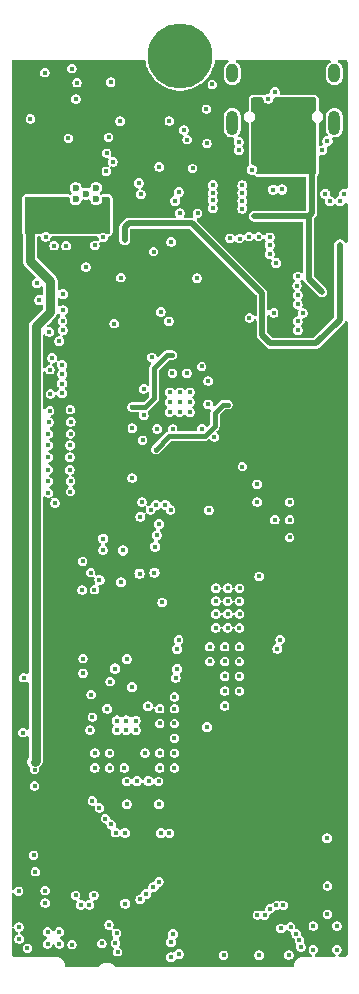
<source format=gbr>
%TF.GenerationSoftware,KiCad,Pcbnew,9.0.7*%
%TF.CreationDate,2026-02-19T00:24:31+01:00*%
%TF.ProjectId,BladeCore-M54C,426c6164-6543-46f7-9265-2d4d3534432e,rev?*%
%TF.SameCoordinates,Original*%
%TF.FileFunction,Copper,L4,Inr*%
%TF.FilePolarity,Positive*%
%FSLAX46Y46*%
G04 Gerber Fmt 4.6, Leading zero omitted, Abs format (unit mm)*
G04 Created by KiCad (PCBNEW 9.0.7) date 2026-02-19 00:24:31*
%MOMM*%
%LPD*%
G01*
G04 APERTURE LIST*
%TA.AperFunction,ComponentPad*%
%ADD10C,0.600000*%
%TD*%
%TA.AperFunction,HeatsinkPad*%
%ADD11O,1.000000X2.100000*%
%TD*%
%TA.AperFunction,HeatsinkPad*%
%ADD12O,1.000000X1.600000*%
%TD*%
%TA.AperFunction,ComponentPad*%
%ADD13C,5.500000*%
%TD*%
%TA.AperFunction,HeatsinkPad*%
%ADD14C,0.425000*%
%TD*%
%TA.AperFunction,ViaPad*%
%ADD15C,0.400000*%
%TD*%
%TA.AperFunction,ViaPad*%
%ADD16C,0.450000*%
%TD*%
%TA.AperFunction,Conductor*%
%ADD17C,0.800000*%
%TD*%
%TA.AperFunction,Conductor*%
%ADD18C,0.150000*%
%TD*%
%TA.AperFunction,Conductor*%
%ADD19C,0.400000*%
%TD*%
%TA.AperFunction,Conductor*%
%ADD20C,0.500000*%
%TD*%
%TA.AperFunction,Conductor*%
%ADD21C,0.300000*%
%TD*%
G04 APERTURE END LIST*
D10*
%TO.N,GND*%
%TO.C,IC7*%
X5890000Y68620000D03*
X7610000Y68620000D03*
X6750000Y69100000D03*
X5890000Y69580000D03*
X7610000Y69580000D03*
%TD*%
D11*
%TO.N,SHIELD*%
%TO.C,J3*%
X27795000Y75120000D03*
D12*
X27795000Y79300000D03*
D11*
X19155000Y75120000D03*
D12*
X19155000Y79300000D03*
%TD*%
D13*
%TO.N,GND*%
%TO.C,J1*%
X14721447Y80770000D03*
%TD*%
D14*
%TO.N,GND*%
%TO.C,IC1*%
X15529212Y50595788D03*
X15529212Y51445788D03*
X15529212Y52295788D03*
X14679212Y50595788D03*
X14679212Y51445788D03*
X14679212Y52295788D03*
X13829212Y50595788D03*
X13829212Y51445788D03*
X13829212Y52295788D03*
%TD*%
D15*
%TO.N,GND*%
X7500000Y64725000D03*
X9150000Y58100000D03*
D16*
X19675000Y73475000D03*
D15*
X14250000Y24250000D03*
X24000000Y43000000D03*
X18410000Y4640000D03*
X5875000Y9700000D03*
D16*
X20825000Y71150000D03*
X9370000Y24496408D03*
D15*
X8700000Y7200000D03*
X19750000Y32350000D03*
X7500000Y20500000D03*
X14250000Y20500000D03*
X1400000Y23475000D03*
X10200000Y19350000D03*
X24000000Y40000000D03*
X24000000Y41500000D03*
X3650000Y57400000D03*
D16*
X10170000Y24496408D03*
D15*
X14250000Y25500000D03*
X6750000Y62900000D03*
X14250000Y21750000D03*
X26000000Y7100000D03*
X27200000Y10500000D03*
X18500000Y25750000D03*
X6000000Y78500000D03*
X17750000Y34600000D03*
X13810000Y75255000D03*
X17250000Y29500000D03*
X18500000Y30750000D03*
X15040000Y74500000D03*
X12325000Y55250000D03*
D16*
X22875000Y63250000D03*
D15*
X12475000Y64200000D03*
D16*
X10170000Y23696408D03*
D15*
X6500000Y28500000D03*
X28000000Y5100000D03*
X13000000Y20500000D03*
X8850000Y78550000D03*
X20600000Y58600000D03*
X3300000Y10100000D03*
D16*
X17000000Y23950000D03*
D15*
X9700000Y62000000D03*
D16*
X9370000Y23696408D03*
D15*
X9275000Y15000000D03*
X17250000Y30750000D03*
X23200000Y31350000D03*
X19750000Y27000000D03*
X14250000Y23000000D03*
X4050000Y64700000D03*
X19750000Y29500000D03*
D16*
X12950000Y17400000D03*
D15*
X21420000Y4640000D03*
X1800000Y5225000D03*
X10665836Y45034164D03*
X22750000Y41500000D03*
X11400000Y69050000D03*
D16*
X17477407Y68534304D03*
D15*
X7425000Y9700000D03*
X19750000Y28250000D03*
X8750000Y21750000D03*
X26000000Y5100000D03*
X22650000Y59025000D03*
X18750000Y32350000D03*
X17758697Y33528588D03*
X12900000Y19350000D03*
X4134800Y42925000D03*
D16*
X10200000Y17400000D03*
X14475000Y30525000D03*
X27000000Y69100000D03*
X10650000Y27350000D03*
D15*
X2325000Y13100000D03*
X21425000Y36700000D03*
X1100000Y6000000D03*
X16152914Y61957437D03*
X8100000Y5625000D03*
X6475000Y37975000D03*
D16*
X17477407Y69184304D03*
X26775000Y72775000D03*
X20000000Y69800000D03*
D15*
X14700000Y67450000D03*
X5262500Y73787500D03*
X17625000Y48525000D03*
X2050000Y75450000D03*
X18750000Y34600000D03*
X11650000Y52575000D03*
X16200000Y67450000D03*
D16*
X10075000Y9000000D03*
D15*
X17450000Y78350000D03*
X17750000Y32350000D03*
X3300000Y9050000D03*
X8200000Y38945000D03*
X19750000Y30750000D03*
X21250000Y44500000D03*
X7475000Y35575000D03*
X28000000Y7100000D03*
X11651527Y50326527D03*
X12939472Y10842202D03*
X1075000Y7000000D03*
X11344364Y9359032D03*
D16*
X11288230Y36947230D03*
D15*
X8500000Y72550000D03*
X18758697Y33528588D03*
D16*
X9200000Y28900000D03*
D15*
X13925000Y42325000D03*
X21250000Y43000000D03*
D16*
X19675000Y72800000D03*
X28600000Y69100000D03*
D15*
X17000000Y73362500D03*
X10675000Y49250000D03*
X3700000Y54200000D03*
X3750000Y52150000D03*
X15300000Y53900000D03*
X17150000Y42300000D03*
X8800000Y27800000D03*
X16550000Y54475000D03*
X18758697Y35697756D03*
X5575000Y5525000D03*
X5900000Y77125000D03*
X5550000Y79700000D03*
X23925000Y4650000D03*
X11550000Y48225000D03*
D16*
X10970000Y23696408D03*
D15*
X6500000Y29750000D03*
X10000000Y20500000D03*
X1475000Y28125000D03*
D16*
X12556391Y37023458D03*
D15*
X9425000Y4925000D03*
X17758697Y35697756D03*
X17100000Y51275000D03*
X8225000Y65400000D03*
X13000000Y24250000D03*
D16*
X14600000Y4725000D03*
D15*
X7500000Y21750000D03*
X18500000Y29500000D03*
X8675000Y73875000D03*
X18500000Y28250000D03*
X27200000Y8100000D03*
X2400000Y18975000D03*
X8750000Y20500000D03*
D16*
X27200000Y73550000D03*
X10970000Y24496408D03*
D15*
X20000000Y46000000D03*
X7100000Y23700000D03*
X13000000Y25500000D03*
X12776527Y49201527D03*
X13825000Y14950000D03*
D16*
X14300000Y68500000D03*
X20000000Y69150000D03*
X20000000Y68500000D03*
X17477407Y69834304D03*
D15*
X14100000Y49178200D03*
X26000000Y7100000D03*
X13207306Y34500000D03*
X9650000Y75250000D03*
X25125000Y59000000D03*
X19750000Y34600000D03*
X19758697Y35697756D03*
X12225000Y42325000D03*
X14075000Y53900000D03*
X19758697Y33528588D03*
D16*
X17477407Y67884304D03*
D15*
X11750000Y21750000D03*
D16*
X14475000Y28875000D03*
D15*
X18500000Y27000000D03*
X11500000Y43000000D03*
X17100000Y53250000D03*
X13000000Y21750000D03*
D16*
X20000000Y67850000D03*
X9900000Y38900000D03*
D15*
X5075000Y64700000D03*
X15325000Y73680000D03*
X14600000Y31340000D03*
X16562573Y49190627D03*
X8475000Y71000000D03*
X14250000Y26500000D03*
X3350000Y65450000D03*
D16*
X22300000Y65400000D03*
D15*
X9036626Y71810000D03*
X13975000Y65025000D03*
%TO.N,+5V*%
X4000000Y68100000D03*
X8475000Y67625000D03*
X3000000Y68100000D03*
X2400000Y21650000D03*
X3000000Y67100000D03*
X3325000Y66375000D03*
X4000000Y67100000D03*
X2000000Y68100000D03*
X2000000Y67100000D03*
X2400000Y20350000D03*
X2400000Y21000000D03*
%TO.N,+3.3V*%
X3500000Y74600000D03*
D16*
X10850000Y28025000D03*
D15*
X2500000Y73600000D03*
X11385876Y67935876D03*
X10679212Y47670788D03*
X12050000Y71300000D03*
X1500000Y74600000D03*
X18729212Y53245788D03*
X10704212Y55245788D03*
X3500000Y73600000D03*
X24600000Y62950000D03*
D16*
X14600000Y33100000D03*
D15*
X2500000Y74600000D03*
X17279212Y55470788D03*
X3500000Y71600000D03*
X3720000Y42150000D03*
X13895000Y71245000D03*
X7394192Y42703494D03*
X10654212Y51845788D03*
X18589212Y49270788D03*
X11879212Y47445788D03*
D16*
X8775000Y26675000D03*
D15*
X3480331Y63180331D03*
X1500000Y72600000D03*
X4497224Y73585855D03*
D16*
X9350000Y76500000D03*
X7100000Y22600000D03*
D15*
X14054212Y47420788D03*
X2500000Y71600000D03*
X1850000Y61925000D03*
X4500000Y71600000D03*
X16879212Y47445788D03*
X1500000Y71600000D03*
X21675000Y28775000D03*
X4625000Y75525000D03*
X6475000Y64700000D03*
X15279212Y55470788D03*
X1500000Y73600000D03*
X4500000Y74600000D03*
D16*
%TO.N,VREF_OUT*%
X8200000Y39905000D03*
X7900000Y36400000D03*
D15*
%TO.N,/Project Architecture/Microcontroller Peripherals/VREF_IN*%
X7150000Y37025000D03*
X15775000Y71250000D03*
D16*
%TO.N,Net-(C33-Pad1)*%
X10050000Y15000000D03*
X13085000Y14975000D03*
D15*
%TO.N,+1V1*%
X12679212Y47445788D03*
X14054212Y55445788D03*
X18779212Y51245788D03*
X10654212Y51045788D03*
%TO.N,VBUS*%
X4500000Y5600000D03*
X3275000Y79350000D03*
X3500000Y5600000D03*
X2475000Y11700000D03*
X3500000Y6600000D03*
X4500000Y6600000D03*
%TO.N,/Project Architecture/Microcontroller/ADC_VUSB*%
X1050000Y10050000D03*
X3575000Y44750000D03*
D16*
%TO.N,HEARTBEAT*%
X14350000Y28125000D03*
X11350000Y41750000D03*
X4750000Y54600000D03*
%TO.N,/Project Architecture/Microcontroller Peripherals/I2C0_SCL*%
X14600000Y69250000D03*
D15*
X4800000Y57550000D03*
%TO.N,/Project Architecture/Microcontroller Peripherals/I2C0_SDA*%
X4775000Y58350000D03*
D16*
X11226000Y70026000D03*
D15*
X12960000Y71380000D03*
D16*
%TO.N,QSPI_SS*%
X22950000Y30575000D03*
X27150000Y14525000D03*
D15*
%TO.N,/Project Architecture/Microcontroller Peripherals/SWDIO*%
X13100000Y59100000D03*
X7200000Y26700000D03*
%TO.N,/Project Architecture/Microcontroller Peripherals/SWCLK*%
X13766212Y58300000D03*
X7300000Y24800000D03*
%TO.N,/Project Architecture/GPIO22*%
X23450000Y8850000D03*
X24626624Y61326624D03*
%TO.N,/Project Architecture/GPIO23*%
X23250000Y6900000D03*
X24700000Y62100000D03*
%TO.N,/Project Architecture/GPIO18*%
X21266587Y8033413D03*
X24700000Y57550000D03*
%TO.N,/Project Architecture/GPIO27*%
X24950000Y5325000D03*
X18970000Y65330000D03*
D16*
%TO.N,/Project Architecture/CAN Interface/IC_CAN_N*%
X11050000Y19375000D03*
%TO.N,/Project Architecture/PWR*%
X28250000Y64800000D03*
X28250000Y63600000D03*
D15*
X10025000Y65725000D03*
X10025000Y66250000D03*
D16*
X28250000Y64200000D03*
D15*
X10025000Y65175000D03*
%TO.N,/Project Architecture/ADC0*%
X3675000Y50725000D03*
X8900000Y15700000D03*
%TO.N,/Project Architecture/GPIO26*%
X24825000Y5900000D03*
X19760000Y65310000D03*
%TO.N,/Project Architecture/ADC5*%
X9250000Y5675000D03*
X3575000Y45750000D03*
%TO.N,/Project Architecture/GPIO25*%
X20538947Y65475584D03*
X24550000Y6450000D03*
%TO.N,/Project Architecture/GPIO21*%
X22883724Y8839516D03*
X24700000Y60500000D03*
%TO.N,/Project Architecture/ADC4*%
X3550000Y46775000D03*
X9350000Y6475000D03*
%TO.N,/Project Architecture/GPIO19*%
X24700000Y58300000D03*
X21875000Y8000000D03*
D16*
%TO.N,/Project Architecture/CAN Interface/IC_CAN_P*%
X12050000Y19375000D03*
D15*
%TO.N,/Project Architecture/GPIO20*%
X22350000Y8575000D03*
X24700000Y59730000D03*
%TO.N,/Project Architecture/GPIO24*%
X21366572Y65475000D03*
X24075000Y7050000D03*
%TO.N,Net-(IC1B-GPIO40{slash}ADC0)*%
X5425728Y50817350D03*
%TO.N,Net-(IC1B-GPIO41{slash}ADC1)*%
X5465409Y49791321D03*
%TO.N,Net-(IC1B-GPIO42{slash}ADC2)*%
X5448403Y48793636D03*
%TO.N,Net-(IC1B-GPIO43{slash}ADC3)*%
X5414391Y47807288D03*
%TO.N,Net-(IC1B-GPIO44{slash}ADC4)*%
X5397385Y46798265D03*
%TO.N,Net-(IC1B-GPIO45{slash}ADC5)*%
X5397385Y45732555D03*
%TO.N,Net-(IC1B-GPIO46{slash}ADC6)*%
X5454072Y44774550D03*
%TO.N,Net-(IC1B-GPIO47{slash}ADC7)*%
X5442734Y43884569D03*
%TO.N,/Project Architecture/ADC2*%
X3575000Y48775000D03*
X7900000Y17100000D03*
%TO.N,/Project Architecture/ADC3*%
X7300000Y17700000D03*
X3575000Y47800000D03*
%TO.N,/Project Architecture/ADC1*%
X3625000Y49750000D03*
X8400000Y16200000D03*
%TO.N,/Project Architecture/Microcontroller Peripherals/ADC_VREF*%
X3575000Y43775000D03*
X6430000Y35550000D03*
D16*
%TO.N,/Project Architecture/Microcontroller/GPIO38*%
X12750000Y40175000D03*
X13950000Y5750000D03*
X4725000Y53025000D03*
%TO.N,/Project Architecture/Microcontroller/GPIO37*%
X14125000Y6425000D03*
X12950000Y41125000D03*
X4750000Y53825000D03*
%TO.N,/Project Architecture/Microcontroller/GPIO39*%
X4725000Y52225000D03*
X13925000Y4450000D03*
X12600000Y39225000D03*
%TO.N,/Project Architecture/Microcontroller/SPI1_SCLK*%
X4800000Y60600000D03*
X4800000Y59233788D03*
%TO.N,VBUS_ONBOARD*%
X25725000Y76375000D03*
X26720000Y60775000D03*
X21050000Y73475000D03*
X25875000Y74480000D03*
X25875000Y73450000D03*
D15*
X22250000Y67200000D03*
X21600000Y67200000D03*
D16*
X21225000Y76375000D03*
D15*
X21000000Y67200000D03*
D16*
X21075000Y74480000D03*
X25875000Y71300000D03*
%TO.N,USB_D-*%
X28273510Y68471105D03*
D15*
X6325000Y8900000D03*
D16*
%TO.N,USB_D+*%
X27417989Y68455114D03*
D15*
X7025000Y8900000D03*
D16*
%TO.N,USB_ONB_D+*%
X22601747Y69451126D03*
X22197071Y77154054D03*
%TO.N,USB_ONB_D-*%
X22738102Y77732397D03*
X23357324Y69463119D03*
%TO.N,/Project Architecture/USB Interface and Power/USB_RP_D+*%
X22300000Y63981852D03*
X13484743Y42748112D03*
%TO.N,/Project Architecture/USB Interface and Power/USB_RP_D-*%
X12676013Y42759449D03*
X22300000Y64768079D03*
D15*
%TO.N,SHIELD*%
X16950000Y76275000D03*
D16*
%TO.N,/Project Architecture/Microcontroller/SPI1_MISO*%
X2587961Y61512039D03*
X2800000Y60100000D03*
%TO.N,Net-(IC29-RXD)*%
X12000000Y25700000D03*
X8550000Y25500000D03*
%TO.N,/Project Architecture/CAN_P*%
X12467736Y10382460D03*
%TO.N,/Project Architecture/CAN_N*%
X11832091Y9826770D03*
%TO.N,/Project Architecture/Microcontroller/CAN_RST*%
X4500000Y56600000D03*
X9712000Y36200000D03*
X10200000Y29700000D03*
X3900000Y55200000D03*
%TD*%
D17*
%TO.N,+5V*%
X2400000Y21000000D02*
X2500000Y21100000D01*
X2000000Y63435609D02*
X2000000Y67100000D01*
X2500000Y57862925D02*
X3750000Y59112925D01*
X3750000Y61685609D02*
X2000000Y63435609D01*
X3750000Y59112925D02*
X3750000Y61685609D01*
X2500000Y21100000D02*
X2500000Y57862925D01*
D18*
%TO.N,+3.3V*%
X14054212Y47420788D02*
X16854212Y47420788D01*
X16854212Y47420788D02*
X16879212Y47445788D01*
D19*
%TO.N,+1V1*%
X12679212Y47445788D02*
X13808424Y48575000D01*
X17675000Y50550000D02*
X18370788Y51245788D01*
X12525000Y54350000D02*
X13620788Y55445788D01*
X13808424Y48575000D02*
X16800000Y48575000D01*
X13620788Y55445788D02*
X14054212Y55445788D01*
X12525000Y51800000D02*
X12525000Y54350000D01*
X18370788Y51245788D02*
X18779212Y51245788D01*
X17675000Y49450000D02*
X17675000Y50550000D01*
X16800000Y48575000D02*
X17675000Y49450000D01*
X11770788Y51045788D02*
X12525000Y51800000D01*
X10654212Y51045788D02*
X11770788Y51045788D01*
D20*
%TO.N,/Project Architecture/PWR*%
X15750000Y66600000D02*
X10375000Y66600000D01*
X22350000Y56450000D02*
X21650000Y57150000D01*
X10375000Y66600000D02*
X10025000Y66250000D01*
X28250000Y58450000D02*
X26250000Y56450000D01*
X10025000Y66250000D02*
X10150000Y66375000D01*
X26250000Y56450000D02*
X22350000Y56450000D01*
X21650000Y60700000D02*
X15750000Y66600000D01*
X10025000Y65175000D02*
X10025000Y66250000D01*
X21650000Y57150000D02*
X21650000Y60700000D01*
X28250000Y64800000D02*
X28250000Y58450000D01*
D21*
%TO.N,VBUS_ONBOARD*%
X25875000Y73450000D02*
X25875000Y71300000D01*
D20*
X26720000Y60775000D02*
X25625000Y61870000D01*
X25875000Y69700000D02*
X25875000Y74480000D01*
X25875000Y67450000D02*
X25875000Y69700000D01*
X21000000Y67200000D02*
X25625000Y67200000D01*
X25875000Y69700000D02*
X25875000Y71300000D01*
X25625000Y67200000D02*
X25875000Y67450000D01*
X25625000Y61870000D02*
X25625000Y67200000D01*
%TD*%
%TA.AperFunction,Conductor*%
%TO.N,+5V*%
G36*
X5335599Y68830315D02*
G01*
X5381354Y68777511D01*
X5391298Y68708353D01*
X5388335Y68693908D01*
X5386300Y68686316D01*
X5386300Y68553690D01*
X5386299Y68553690D01*
X5420627Y68425578D01*
X5420628Y68425577D01*
X5486937Y68310725D01*
X5486939Y68310722D01*
X5486940Y68310721D01*
X5580721Y68216940D01*
X5695579Y68150627D01*
X5823687Y68116300D01*
X5823690Y68116300D01*
X5956310Y68116300D01*
X5956313Y68116300D01*
X6084421Y68150627D01*
X6199279Y68216940D01*
X6293060Y68310721D01*
X6359373Y68425579D01*
X6391833Y68546722D01*
X6428197Y68606379D01*
X6491044Y68636908D01*
X6547140Y68630537D01*
X6547729Y68632731D01*
X6555577Y68630629D01*
X6555579Y68630627D01*
X6683687Y68596300D01*
X6683690Y68596300D01*
X6816310Y68596300D01*
X6816313Y68596300D01*
X6944421Y68630627D01*
X6944422Y68630629D01*
X6952271Y68632731D01*
X6952878Y68630465D01*
X7010384Y68636659D01*
X7072869Y68605397D01*
X7108167Y68546720D01*
X7140628Y68425577D01*
X7206937Y68310725D01*
X7206939Y68310722D01*
X7206940Y68310721D01*
X7300721Y68216940D01*
X7415579Y68150627D01*
X7543687Y68116300D01*
X7543690Y68116300D01*
X7676310Y68116300D01*
X7676313Y68116300D01*
X7804421Y68150627D01*
X7919279Y68216940D01*
X8013060Y68310721D01*
X8079373Y68425579D01*
X8113700Y68553687D01*
X8113700Y68686313D01*
X8111665Y68693908D01*
X8113328Y68763758D01*
X8152492Y68821620D01*
X8216720Y68849123D01*
X8231440Y68850000D01*
X8676000Y68850000D01*
X8743039Y68830315D01*
X8788794Y68777511D01*
X8800000Y68726000D01*
X8800000Y65824000D01*
X8797449Y65815315D01*
X8798738Y65806353D01*
X8787759Y65782313D01*
X8780315Y65756961D01*
X8773474Y65751034D01*
X8769713Y65742797D01*
X8747478Y65728508D01*
X8727511Y65711206D01*
X8716996Y65708919D01*
X8710935Y65705023D01*
X8676000Y65700000D01*
X8544998Y65700000D01*
X8479982Y65719091D01*
X8479917Y65718977D01*
X8479448Y65719248D01*
X8477959Y65719685D01*
X8474597Y65722049D01*
X8380825Y65776188D01*
X8380824Y65776189D01*
X8380823Y65776189D01*
X8278148Y65803700D01*
X8171852Y65803700D01*
X8069177Y65776189D01*
X8069175Y65776188D01*
X8069174Y65776188D01*
X7970083Y65718977D01*
X7968844Y65721122D01*
X7915316Y65700430D01*
X7905002Y65700000D01*
X3722281Y65700000D01*
X3655242Y65719685D01*
X3634600Y65736319D01*
X3597880Y65773039D01*
X3597878Y65773041D01*
X3524657Y65815315D01*
X3505825Y65826188D01*
X3505824Y65826189D01*
X3505823Y65826189D01*
X3403148Y65853700D01*
X3296852Y65853700D01*
X3194177Y65826189D01*
X3194175Y65826188D01*
X3194174Y65826188D01*
X3102125Y65773043D01*
X3102119Y65773039D01*
X3065400Y65736319D01*
X3004077Y65702834D01*
X2977719Y65700000D01*
X1699000Y65700000D01*
X1631961Y65719685D01*
X1586206Y65772489D01*
X1575000Y65824000D01*
X1575000Y68726000D01*
X1594685Y68793039D01*
X1647489Y68838794D01*
X1699000Y68850000D01*
X5268560Y68850000D01*
X5335599Y68830315D01*
G37*
%TD.AperFunction*%
%TD*%
%TA.AperFunction,Conductor*%
%TO.N,+3.3V*%
G36*
X1894177Y75073811D02*
G01*
X1996852Y75046300D01*
X1996854Y75046300D01*
X2103146Y75046300D01*
X2103148Y75046300D01*
X2205823Y75073811D01*
X2251184Y75100000D01*
X4875000Y75100000D01*
X4875000Y73901109D01*
X4858800Y73840648D01*
X4858800Y73734352D01*
X4875000Y73673892D01*
X4875000Y71050000D01*
X1100000Y71050000D01*
X1100000Y75100000D01*
X1848816Y75100000D01*
X1894177Y75073811D01*
G37*
%TD.AperFunction*%
%TD*%
%TA.AperFunction,Conductor*%
%TO.N,VBUS_ONBOARD*%
G36*
X21714610Y77230315D02*
G01*
X21760365Y77177511D01*
X21771571Y77126000D01*
X21771571Y77098036D01*
X21800568Y76989817D01*
X21856586Y76892791D01*
X21935808Y76813569D01*
X22032834Y76757551D01*
X22141053Y76728554D01*
X22141055Y76728554D01*
X22253087Y76728554D01*
X22253089Y76728554D01*
X22361308Y76757551D01*
X22458334Y76813569D01*
X22537556Y76892791D01*
X22593574Y76989817D01*
X22622571Y77098036D01*
X22622571Y77126000D01*
X22642256Y77193039D01*
X22695060Y77238794D01*
X22746571Y77250000D01*
X26126000Y77250000D01*
X26193039Y77230315D01*
X26238794Y77177511D01*
X26250000Y77126000D01*
X26250000Y76174256D01*
X26230315Y76107217D01*
X26187999Y76066869D01*
X26073042Y76000500D01*
X26073034Y76000494D01*
X25984506Y75911966D01*
X25984504Y75911963D01*
X25921905Y75803537D01*
X25921905Y75803536D01*
X25889500Y75682601D01*
X25889500Y75557399D01*
X25921905Y75436464D01*
X25984505Y75328036D01*
X26073036Y75239505D01*
X26181464Y75176905D01*
X26181466Y75176905D01*
X26187999Y75173133D01*
X26236215Y75122566D01*
X26250000Y75065745D01*
X26250000Y70874000D01*
X26230315Y70806961D01*
X26177511Y70761206D01*
X26126000Y70750000D01*
X21300159Y70750000D01*
X21233120Y70769685D01*
X21187365Y70822489D01*
X21177421Y70891647D01*
X21192772Y70936000D01*
X21221503Y70985763D01*
X21250500Y71093982D01*
X21250500Y71206018D01*
X21221503Y71314237D01*
X21165485Y71411263D01*
X21086263Y71490485D01*
X20989237Y71546503D01*
X20881018Y71575500D01*
X20874000Y71575500D01*
X20806961Y71595185D01*
X20761206Y71647989D01*
X20750000Y71699500D01*
X20750000Y75094612D01*
X20769685Y75161651D01*
X20812002Y75202000D01*
X20876964Y75239505D01*
X20965495Y75328036D01*
X21028095Y75436464D01*
X21060500Y75557399D01*
X21060500Y75682601D01*
X21028095Y75803536D01*
X20965495Y75911964D01*
X20876964Y76000495D01*
X20876963Y76000496D01*
X20876960Y76000498D01*
X20812000Y76038002D01*
X20763785Y76088568D01*
X20750000Y76145389D01*
X20750000Y77126000D01*
X20769685Y77193039D01*
X20822489Y77238794D01*
X20874000Y77250000D01*
X21647571Y77250000D01*
X21714610Y77230315D01*
G37*
%TD.AperFunction*%
%TD*%
%TA.AperFunction,Conductor*%
%TO.N,+3.3V*%
G36*
X11676244Y80448946D02*
G01*
X11678150Y80449442D01*
X11709627Y80439144D01*
X11741395Y80429815D01*
X11742683Y80428328D01*
X11744556Y80427715D01*
X11765478Y80402022D01*
X11787150Y80377011D01*
X11787823Y80374581D01*
X11788674Y80373536D01*
X11797576Y80339384D01*
X11804890Y80274470D01*
X11804892Y80274454D01*
X11878712Y79951024D01*
X11878716Y79951012D01*
X11988285Y79637884D01*
X12132224Y79338991D01*
X12158701Y79296853D01*
X12308729Y79058085D01*
X12515574Y78798711D01*
X12750158Y78564127D01*
X13009532Y78357282D01*
X13290435Y78180779D01*
X13589334Y78036837D01*
X13769452Y77973811D01*
X13902458Y77927270D01*
X13902470Y77927266D01*
X14225904Y77853445D01*
X14555567Y77816301D01*
X14555568Y77816300D01*
X14555571Y77816300D01*
X14887326Y77816300D01*
X14887326Y77816301D01*
X15216990Y77853445D01*
X15540424Y77927266D01*
X15853560Y78036837D01*
X16152459Y78180779D01*
X16433362Y78357282D01*
X16490876Y78403148D01*
X17046300Y78403148D01*
X17046300Y78296852D01*
X17073811Y78194177D01*
X17126959Y78102122D01*
X17202122Y78026959D01*
X17294177Y77973811D01*
X17396852Y77946300D01*
X17396854Y77946300D01*
X17503146Y77946300D01*
X17503148Y77946300D01*
X17605823Y77973811D01*
X17697878Y78026959D01*
X17773041Y78102122D01*
X17826189Y78194177D01*
X17853700Y78296852D01*
X17853700Y78403148D01*
X17826189Y78505823D01*
X17773041Y78597878D01*
X17697878Y78673041D01*
X17605823Y78726189D01*
X17503148Y78753700D01*
X17396852Y78753700D01*
X17294177Y78726189D01*
X17294175Y78726188D01*
X17294174Y78726188D01*
X17202125Y78673043D01*
X17202119Y78673039D01*
X17126961Y78597881D01*
X17126957Y78597875D01*
X17073812Y78505826D01*
X17073812Y78505825D01*
X17073811Y78505823D01*
X17046300Y78403148D01*
X16490876Y78403148D01*
X16608379Y78496854D01*
X16622634Y78508222D01*
X16637417Y78520012D01*
X16692736Y78564127D01*
X16927320Y78798711D01*
X17134165Y79058085D01*
X17310668Y79338988D01*
X17454610Y79637887D01*
X17564181Y79951023D01*
X17638002Y80274457D01*
X17645318Y80339384D01*
X17672384Y80403798D01*
X17729979Y80443353D01*
X17768538Y80449500D01*
X18750967Y80449500D01*
X18818006Y80429815D01*
X18863761Y80377011D01*
X18873705Y80307853D01*
X18844680Y80244297D01*
X18819859Y80222400D01*
X18777568Y80194142D01*
X18706414Y80146599D01*
X18608401Y80048586D01*
X18531386Y79933324D01*
X18478344Y79805267D01*
X18478341Y79805255D01*
X18451300Y79669313D01*
X18451300Y78930688D01*
X18478341Y78794746D01*
X18478344Y78794734D01*
X18531386Y78666677D01*
X18608401Y78551415D01*
X18706414Y78453402D01*
X18821676Y78376387D01*
X18949733Y78323345D01*
X18949738Y78323343D01*
X19056403Y78302126D01*
X19085687Y78296301D01*
X19085690Y78296300D01*
X19085692Y78296300D01*
X19224310Y78296300D01*
X19224311Y78296301D01*
X19360262Y78323343D01*
X19424294Y78349866D01*
X19488323Y78376387D01*
X19488324Y78376388D01*
X19488327Y78376389D01*
X19603583Y78453400D01*
X19701600Y78551417D01*
X19778611Y78666673D01*
X19794828Y78705823D01*
X19812248Y78747881D01*
X19831657Y78794738D01*
X19858700Y78930692D01*
X19858700Y79669308D01*
X19858700Y79669311D01*
X19858699Y79669313D01*
X19847386Y79726188D01*
X19831657Y79805262D01*
X19810714Y79855823D01*
X19778613Y79933324D01*
X19701598Y80048586D01*
X19603585Y80146599D01*
X19562704Y80173915D01*
X19490141Y80222399D01*
X19445338Y80276009D01*
X19436630Y80345334D01*
X19466784Y80408362D01*
X19526227Y80445082D01*
X19559033Y80449500D01*
X27390967Y80449500D01*
X27458006Y80429815D01*
X27503761Y80377011D01*
X27513705Y80307853D01*
X27484680Y80244297D01*
X27459859Y80222400D01*
X27417568Y80194142D01*
X27346414Y80146599D01*
X27248401Y80048586D01*
X27171386Y79933324D01*
X27118344Y79805267D01*
X27118341Y79805255D01*
X27091300Y79669313D01*
X27091300Y78930688D01*
X27118341Y78794746D01*
X27118344Y78794734D01*
X27171386Y78666677D01*
X27248401Y78551415D01*
X27346414Y78453402D01*
X27461676Y78376387D01*
X27589733Y78323345D01*
X27589738Y78323343D01*
X27696403Y78302126D01*
X27725687Y78296301D01*
X27725690Y78296300D01*
X27725692Y78296300D01*
X27864310Y78296300D01*
X27864311Y78296301D01*
X28000262Y78323343D01*
X28064294Y78349866D01*
X28128323Y78376387D01*
X28128324Y78376388D01*
X28128327Y78376389D01*
X28243583Y78453400D01*
X28341600Y78551417D01*
X28418611Y78666673D01*
X28434828Y78705823D01*
X28452248Y78747881D01*
X28471657Y78794738D01*
X28498700Y78930692D01*
X28498700Y79669308D01*
X28498700Y79669311D01*
X28498699Y79669313D01*
X28487386Y79726188D01*
X28471657Y79805262D01*
X28450714Y79855823D01*
X28418613Y79933324D01*
X28341598Y80048586D01*
X28243585Y80146599D01*
X28202704Y80173915D01*
X28130141Y80222399D01*
X28085338Y80276009D01*
X28076630Y80345334D01*
X28106784Y80408362D01*
X28166227Y80445082D01*
X28199033Y80449500D01*
X28652405Y80449500D01*
X28690244Y80449500D01*
X28709630Y80447975D01*
X28742253Y80442808D01*
X28779144Y80430822D01*
X28799765Y80420315D01*
X28831151Y80397511D01*
X28847510Y80381152D01*
X28870314Y80349766D01*
X28880820Y80329147D01*
X28892808Y80292252D01*
X28897973Y80259641D01*
X28899500Y80240245D01*
X28899500Y69625172D01*
X28879815Y69558133D01*
X28827011Y69512378D01*
X28757853Y69502434D01*
X28743410Y69505397D01*
X28656439Y69528700D01*
X28543561Y69528700D01*
X28434526Y69499485D01*
X28336772Y69443045D01*
X28336769Y69443043D01*
X28256957Y69363231D01*
X28256955Y69363228D01*
X28200515Y69265474D01*
X28171300Y69156439D01*
X28171300Y69043560D01*
X28178552Y69016495D01*
X28176889Y68946645D01*
X28137725Y68888783D01*
X28114859Y68875031D01*
X28115077Y68874654D01*
X28010282Y68814150D01*
X28010279Y68814148D01*
X27925435Y68729303D01*
X27864112Y68695818D01*
X27794420Y68700802D01*
X27750073Y68729303D01*
X27681219Y68798157D01*
X27681217Y68798159D01*
X27622236Y68832212D01*
X27583462Y68854599D01*
X27511600Y68873854D01*
X27451940Y68910220D01*
X27421411Y68973067D01*
X27423919Y69025721D01*
X27428700Y69043561D01*
X27428700Y69156439D01*
X27399485Y69265472D01*
X27396454Y69270721D01*
X27380909Y69297646D01*
X27343045Y69363228D01*
X27263228Y69443045D01*
X27207881Y69475000D01*
X27165473Y69499485D01*
X27090565Y69519556D01*
X27056439Y69528700D01*
X26943561Y69528700D01*
X26834526Y69499485D01*
X26736772Y69443045D01*
X26736769Y69443043D01*
X26656957Y69363231D01*
X26656955Y69363228D01*
X26600515Y69265473D01*
X26600515Y69265472D01*
X26571300Y69156439D01*
X26571300Y69043561D01*
X26587118Y68984528D01*
X26600515Y68934527D01*
X26620747Y68899486D01*
X26656955Y68836772D01*
X26736772Y68756955D01*
X26834528Y68700515D01*
X26906388Y68681261D01*
X26966048Y68644896D01*
X26996577Y68582049D01*
X26994070Y68529397D01*
X26989289Y68511553D01*
X26989289Y68511551D01*
X26989289Y68398676D01*
X27018504Y68289641D01*
X27026534Y68275733D01*
X27074944Y68191886D01*
X27154761Y68112069D01*
X27252517Y68055629D01*
X27361550Y68026414D01*
X27361552Y68026414D01*
X27474426Y68026414D01*
X27474428Y68026414D01*
X27583461Y68055629D01*
X27681217Y68112069D01*
X27761034Y68191886D01*
X27761034Y68191887D01*
X27766064Y68196916D01*
X27827387Y68230401D01*
X27897079Y68225417D01*
X27941426Y68196916D01*
X28010282Y68128060D01*
X28108038Y68071620D01*
X28217071Y68042405D01*
X28217073Y68042405D01*
X28329947Y68042405D01*
X28329949Y68042405D01*
X28438982Y68071620D01*
X28536738Y68128060D01*
X28616555Y68207877D01*
X28668114Y68297179D01*
X28718680Y68345393D01*
X28787288Y68358615D01*
X28852152Y68332647D01*
X28892680Y68275733D01*
X28899500Y68235177D01*
X28899500Y65045208D01*
X28879815Y64978169D01*
X28827011Y64932414D01*
X28757853Y64922470D01*
X28694297Y64951495D01*
X28668113Y64983207D01*
X28660553Y64996301D01*
X28613050Y65078578D01*
X28528578Y65163050D01*
X28425122Y65222781D01*
X28309731Y65253700D01*
X28190269Y65253700D01*
X28074878Y65222781D01*
X28074876Y65222781D01*
X28074876Y65222780D01*
X27971422Y65163050D01*
X27971419Y65163048D01*
X27886952Y65078581D01*
X27886950Y65078578D01*
X27834053Y64986958D01*
X27827219Y64975122D01*
X27796300Y64859731D01*
X27796300Y64859729D01*
X27796300Y58689291D01*
X27776615Y58622252D01*
X27759981Y58601610D01*
X26098390Y56940019D01*
X26037067Y56906534D01*
X26010709Y56903700D01*
X22589291Y56903700D01*
X22522252Y56923385D01*
X22501610Y56940019D01*
X22140019Y57301610D01*
X22106534Y57362933D01*
X22103700Y57389291D01*
X22103700Y58702787D01*
X22123385Y58769826D01*
X22176189Y58815581D01*
X22245347Y58825525D01*
X22308903Y58796500D01*
X22326075Y58778274D01*
X22326958Y58777123D01*
X22326959Y58777122D01*
X22402122Y58701959D01*
X22494177Y58648811D01*
X22596852Y58621300D01*
X22596854Y58621300D01*
X22703146Y58621300D01*
X22703148Y58621300D01*
X22805823Y58648811D01*
X22897878Y58701959D01*
X22973041Y58777122D01*
X23026189Y58869177D01*
X23053700Y58971852D01*
X23053700Y59078148D01*
X23026189Y59180823D01*
X22973041Y59272878D01*
X22897878Y59348041D01*
X22805823Y59401189D01*
X22703148Y59428700D01*
X22596852Y59428700D01*
X22494177Y59401189D01*
X22494175Y59401188D01*
X22494174Y59401188D01*
X22402125Y59348043D01*
X22402119Y59348039D01*
X22326958Y59272878D01*
X22326071Y59271721D01*
X22325074Y59270994D01*
X22321212Y59267131D01*
X22320609Y59267734D01*
X22269640Y59230522D01*
X22199893Y59226372D01*
X22138975Y59260589D01*
X22106227Y59322308D01*
X22103700Y59347214D01*
X22103700Y60759729D01*
X22103700Y60759731D01*
X22072781Y60875122D01*
X22035051Y60940472D01*
X22029299Y60950435D01*
X22013053Y60978575D01*
X22013049Y60978580D01*
X17608481Y65383148D01*
X18566300Y65383148D01*
X18566300Y65276852D01*
X18593811Y65174177D01*
X18646959Y65082122D01*
X18722122Y65006959D01*
X18814177Y64953811D01*
X18916852Y64926300D01*
X18916854Y64926300D01*
X19023146Y64926300D01*
X19023148Y64926300D01*
X19125823Y64953811D01*
X19217878Y65006959D01*
X19267319Y65056400D01*
X19328642Y65089885D01*
X19398334Y65084901D01*
X19442681Y65056400D01*
X19512122Y64986959D01*
X19604177Y64933811D01*
X19706852Y64906300D01*
X19706854Y64906300D01*
X19813146Y64906300D01*
X19813148Y64906300D01*
X19915823Y64933811D01*
X20007878Y64986959D01*
X20083041Y65062122D01*
X20112388Y65112954D01*
X20162953Y65161167D01*
X20231560Y65174391D01*
X20282680Y65154271D01*
X20284030Y65156607D01*
X20291068Y65152544D01*
X20291069Y65152543D01*
X20383124Y65099395D01*
X20485799Y65071884D01*
X20485801Y65071884D01*
X20592093Y65071884D01*
X20592095Y65071884D01*
X20694770Y65099395D01*
X20786825Y65152543D01*
X20861988Y65227706D01*
X20861990Y65227711D01*
X20864785Y65230505D01*
X20926108Y65263990D01*
X20995800Y65259006D01*
X21040148Y65230505D01*
X21043531Y65227122D01*
X21118694Y65151959D01*
X21210749Y65098811D01*
X21313424Y65071300D01*
X21313426Y65071300D01*
X21419718Y65071300D01*
X21419720Y65071300D01*
X21522395Y65098811D01*
X21614450Y65151959D01*
X21689613Y65227122D01*
X21689810Y65227465D01*
X21690051Y65227694D01*
X21694561Y65233571D01*
X21694803Y65233385D01*
X21696193Y65237398D01*
X21719188Y65255483D01*
X21740369Y65275682D01*
X21746338Y65276834D01*
X21751114Y65280589D01*
X21780236Y65283371D01*
X21808975Y65288912D01*
X21814618Y65286654D01*
X21820667Y65287231D01*
X21846672Y65273825D01*
X21873842Y65262951D01*
X21878748Y65257290D01*
X21882770Y65255216D01*
X21904587Y65227473D01*
X21951603Y65146041D01*
X21968077Y65078141D01*
X21951604Y65022040D01*
X21900516Y64933555D01*
X21900516Y64933554D01*
X21900515Y64933552D01*
X21900515Y64933551D01*
X21871300Y64824518D01*
X21871300Y64711640D01*
X21873893Y64701962D01*
X21900515Y64602606D01*
X21919817Y64569175D01*
X21956955Y64504851D01*
X21956957Y64504849D01*
X21999159Y64462647D01*
X22032644Y64401324D01*
X22027660Y64331632D01*
X21999160Y64287286D01*
X21956958Y64245084D01*
X21956955Y64245080D01*
X21900515Y64147326D01*
X21871300Y64038291D01*
X21871300Y63925414D01*
X21900515Y63816379D01*
X21912108Y63796300D01*
X21956955Y63718624D01*
X22036772Y63638807D01*
X22134528Y63582367D01*
X22243561Y63553152D01*
X22243563Y63553152D01*
X22350807Y63553152D01*
X22417846Y63533467D01*
X22463601Y63480663D01*
X22473545Y63411505D01*
X22470585Y63397074D01*
X22446300Y63306439D01*
X22446300Y63306437D01*
X22446300Y63193562D01*
X22475515Y63084527D01*
X22492086Y63055826D01*
X22531955Y62986772D01*
X22611772Y62906955D01*
X22709528Y62850515D01*
X22818561Y62821300D01*
X22818563Y62821300D01*
X22931437Y62821300D01*
X22931439Y62821300D01*
X23040472Y62850515D01*
X23138228Y62906955D01*
X23218045Y62986772D01*
X23274485Y63084528D01*
X23303700Y63193561D01*
X23303700Y63306439D01*
X23274485Y63415472D01*
X23218045Y63513228D01*
X23138228Y63593045D01*
X23058967Y63638807D01*
X23040473Y63649485D01*
X22985955Y63664093D01*
X22931439Y63678700D01*
X22824193Y63678700D01*
X22757154Y63698385D01*
X22711399Y63751189D01*
X22701455Y63820347D01*
X22704414Y63834779D01*
X22728700Y63925413D01*
X22728700Y64038291D01*
X22699485Y64147324D01*
X22643045Y64245080D01*
X22600839Y64287286D01*
X22567355Y64348608D01*
X22572339Y64418300D01*
X22600839Y64462646D01*
X22643045Y64504851D01*
X22699485Y64602607D01*
X22728700Y64711640D01*
X22728700Y64824518D01*
X22699485Y64933551D01*
X22691613Y64947185D01*
X22648396Y65022039D01*
X22631922Y65089939D01*
X22648394Y65146039D01*
X22698825Y65233385D01*
X22699484Y65234526D01*
X22699485Y65234528D01*
X22728700Y65343561D01*
X22728700Y65456439D01*
X22699485Y65565472D01*
X22643045Y65663228D01*
X22563228Y65743045D01*
X22467977Y65798039D01*
X22465473Y65799485D01*
X22410955Y65814093D01*
X22356439Y65828700D01*
X22243561Y65828700D01*
X22134526Y65799485D01*
X22036772Y65743045D01*
X22036769Y65743043D01*
X21956957Y65663231D01*
X21956952Y65663225D01*
X21947889Y65647526D01*
X21897321Y65599311D01*
X21828713Y65586090D01*
X21763849Y65612059D01*
X21733116Y65647528D01*
X21689613Y65722878D01*
X21614450Y65798041D01*
X21522395Y65851189D01*
X21419720Y65878700D01*
X21313424Y65878700D01*
X21210749Y65851189D01*
X21210747Y65851188D01*
X21210746Y65851188D01*
X21118697Y65798043D01*
X21118695Y65798042D01*
X21040732Y65720079D01*
X20979408Y65686595D01*
X20909717Y65691579D01*
X20865370Y65720080D01*
X20786827Y65798623D01*
X20786825Y65798625D01*
X20725455Y65834057D01*
X20694772Y65851772D01*
X20694771Y65851773D01*
X20694770Y65851773D01*
X20592095Y65879284D01*
X20485799Y65879284D01*
X20383124Y65851773D01*
X20383122Y65851772D01*
X20383121Y65851772D01*
X20291072Y65798627D01*
X20291066Y65798623D01*
X20215908Y65723465D01*
X20215902Y65723456D01*
X20186558Y65672632D01*
X20135991Y65624417D01*
X20067384Y65611195D01*
X20016265Y65631313D01*
X20014917Y65628977D01*
X19915825Y65686188D01*
X19915824Y65686189D01*
X19915823Y65686189D01*
X19813148Y65713700D01*
X19706852Y65713700D01*
X19604177Y65686189D01*
X19604175Y65686188D01*
X19604174Y65686188D01*
X19512125Y65633043D01*
X19512119Y65633039D01*
X19462681Y65583600D01*
X19401358Y65550115D01*
X19331666Y65555099D01*
X19287319Y65583600D01*
X19217880Y65653039D01*
X19217878Y65653041D01*
X19151128Y65691579D01*
X19125825Y65706188D01*
X19125824Y65706189D01*
X19125823Y65706189D01*
X19023148Y65733700D01*
X18916852Y65733700D01*
X18814177Y65706189D01*
X18814175Y65706188D01*
X18814174Y65706188D01*
X18722125Y65653043D01*
X18722119Y65653039D01*
X18646961Y65577881D01*
X18646957Y65577875D01*
X18593812Y65485826D01*
X18593812Y65485825D01*
X18593811Y65485823D01*
X18566300Y65383148D01*
X17608481Y65383148D01*
X16157010Y66834619D01*
X16123525Y66895942D01*
X16128509Y66965634D01*
X16170381Y67021567D01*
X16235845Y67045984D01*
X16244691Y67046300D01*
X16253146Y67046300D01*
X16253148Y67046300D01*
X16355823Y67073811D01*
X16447878Y67126959D01*
X16523041Y67202122D01*
X16576189Y67294177D01*
X16603700Y67396852D01*
X16603700Y67503148D01*
X16576189Y67605823D01*
X16523041Y67697878D01*
X16447878Y67773041D01*
X16355823Y67826189D01*
X16253148Y67853700D01*
X16146852Y67853700D01*
X16044177Y67826189D01*
X16044175Y67826188D01*
X16044174Y67826188D01*
X15952125Y67773043D01*
X15952119Y67773039D01*
X15876961Y67697881D01*
X15876957Y67697875D01*
X15823812Y67605826D01*
X15823812Y67605825D01*
X15823811Y67605823D01*
X15796300Y67503148D01*
X15796300Y67396852D01*
X15823811Y67294177D01*
X15823812Y67294176D01*
X15823812Y67294175D01*
X15855263Y67239700D01*
X15871736Y67171799D01*
X15848883Y67105773D01*
X15793962Y67062582D01*
X15747876Y67053700D01*
X15152124Y67053700D01*
X15085085Y67073385D01*
X15039330Y67126189D01*
X15029386Y67195347D01*
X15044737Y67239700D01*
X15056300Y67259729D01*
X15076189Y67294177D01*
X15103700Y67396852D01*
X15103700Y67503148D01*
X15076189Y67605823D01*
X15023041Y67697878D01*
X14947878Y67773041D01*
X14855823Y67826189D01*
X14753148Y67853700D01*
X14646852Y67853700D01*
X14544177Y67826189D01*
X14544175Y67826188D01*
X14544174Y67826188D01*
X14452125Y67773043D01*
X14452119Y67773039D01*
X14376961Y67697881D01*
X14376957Y67697875D01*
X14323812Y67605826D01*
X14323812Y67605825D01*
X14323811Y67605823D01*
X14296300Y67503148D01*
X14296300Y67396852D01*
X14323811Y67294177D01*
X14323812Y67294176D01*
X14323812Y67294175D01*
X14355263Y67239700D01*
X14371736Y67171799D01*
X14348883Y67105773D01*
X14293962Y67062582D01*
X14247876Y67053700D01*
X10315269Y67053700D01*
X10199877Y67022781D01*
X10183846Y67013525D01*
X10183845Y67013525D01*
X10096428Y66963056D01*
X10096420Y66963050D01*
X9661951Y66528581D01*
X9661944Y66528572D01*
X9624080Y66462992D01*
X9624081Y66462991D01*
X9602221Y66425128D01*
X9602219Y66425124D01*
X9602219Y66425122D01*
X9571300Y66309731D01*
X9571300Y65115269D01*
X9602219Y64999878D01*
X9661950Y64896422D01*
X9746422Y64811950D01*
X9849878Y64752219D01*
X9965269Y64721300D01*
X9965271Y64721300D01*
X10084728Y64721300D01*
X10084731Y64721300D01*
X10200122Y64752219D01*
X10303578Y64811950D01*
X10388050Y64896422D01*
X10447781Y64999878D01*
X10468753Y65078148D01*
X13571300Y65078148D01*
X13571300Y64971852D01*
X13598811Y64869177D01*
X13651959Y64777122D01*
X13727122Y64701959D01*
X13819177Y64648811D01*
X13921852Y64621300D01*
X13921854Y64621300D01*
X14028146Y64621300D01*
X14028148Y64621300D01*
X14130823Y64648811D01*
X14222878Y64701959D01*
X14298041Y64777122D01*
X14351189Y64869177D01*
X14378700Y64971852D01*
X14378700Y65078148D01*
X14351189Y65180823D01*
X14298041Y65272878D01*
X14222878Y65348041D01*
X14130823Y65401189D01*
X14028148Y65428700D01*
X13921852Y65428700D01*
X13819177Y65401189D01*
X13819175Y65401188D01*
X13819174Y65401188D01*
X13727125Y65348043D01*
X13727119Y65348039D01*
X13651961Y65272881D01*
X13651957Y65272875D01*
X13598812Y65180826D01*
X13598812Y65180825D01*
X13598811Y65180823D01*
X13571300Y65078148D01*
X10468753Y65078148D01*
X10478700Y65115269D01*
X10478700Y66010709D01*
X10487344Y66040150D01*
X10493868Y66070136D01*
X10497622Y66075152D01*
X10498385Y66077748D01*
X10515019Y66098390D01*
X10526610Y66109981D01*
X10587933Y66143466D01*
X10614291Y66146300D01*
X15510709Y66146300D01*
X15577748Y66126615D01*
X15598390Y66109981D01*
X21159981Y60548390D01*
X21193466Y60487067D01*
X21196300Y60460709D01*
X21196300Y58837354D01*
X21176615Y58770315D01*
X21123811Y58724560D01*
X21054653Y58714616D01*
X20991097Y58743641D01*
X20964913Y58775354D01*
X20947746Y58805088D01*
X20923041Y58847878D01*
X20847878Y58923041D01*
X20763333Y58971853D01*
X20755825Y58976188D01*
X20755824Y58976189D01*
X20755823Y58976189D01*
X20653148Y59003700D01*
X20546852Y59003700D01*
X20444177Y58976189D01*
X20444175Y58976188D01*
X20444174Y58976188D01*
X20352125Y58923043D01*
X20352119Y58923039D01*
X20276961Y58847881D01*
X20276957Y58847875D01*
X20223812Y58755826D01*
X20223812Y58755825D01*
X20223811Y58755823D01*
X20196300Y58653148D01*
X20196300Y58546852D01*
X20223811Y58444177D01*
X20223812Y58444176D01*
X20223812Y58444175D01*
X20235087Y58424647D01*
X20276959Y58352122D01*
X20352122Y58276959D01*
X20444177Y58223811D01*
X20546852Y58196300D01*
X20546854Y58196300D01*
X20653146Y58196300D01*
X20653148Y58196300D01*
X20755823Y58223811D01*
X20847878Y58276959D01*
X20923041Y58352122D01*
X20964913Y58424648D01*
X21015480Y58472862D01*
X21084087Y58486086D01*
X21148951Y58460118D01*
X21189480Y58403204D01*
X21196300Y58362647D01*
X21196300Y57090269D01*
X21220626Y56999485D01*
X21227220Y56974875D01*
X21245598Y56943044D01*
X21286946Y56871426D01*
X21286948Y56871423D01*
X21286949Y56871422D01*
X22071421Y56086950D01*
X22071422Y56086949D01*
X22071424Y56086948D01*
X22174874Y56027221D01*
X22174875Y56027221D01*
X22174878Y56027219D01*
X22290269Y55996300D01*
X22290271Y55996300D01*
X26309728Y55996300D01*
X26309731Y55996300D01*
X26425122Y56027219D01*
X26462989Y56049082D01*
X26528578Y56086949D01*
X28613050Y58171422D01*
X28648473Y58232776D01*
X28668115Y58266796D01*
X28705714Y58302644D01*
X28718681Y58315008D01*
X28718682Y58315009D01*
X28718684Y58315010D01*
X28763171Y58323583D01*
X28787288Y58328230D01*
X28787292Y58328230D01*
X28821916Y58314367D01*
X28852152Y58302262D01*
X28852153Y58302261D01*
X28852156Y58302259D01*
X28874992Y58270188D01*
X28892680Y58245348D01*
X28892680Y58245347D01*
X28892682Y58245344D01*
X28892682Y58245333D01*
X28899500Y58204792D01*
X28899500Y4709756D01*
X28897973Y4690362D01*
X28895877Y4677126D01*
X28892808Y4657749D01*
X28880820Y4620854D01*
X28870314Y4600235D01*
X28868927Y4598327D01*
X28868661Y4597103D01*
X28847510Y4568849D01*
X28831151Y4552490D01*
X28799765Y4529686D01*
X28779146Y4519180D01*
X28742251Y4507192D01*
X28729663Y4505199D01*
X28709638Y4502027D01*
X28690244Y4500500D01*
X28231811Y4500500D01*
X28164772Y4520185D01*
X28119017Y4572989D01*
X28109073Y4642147D01*
X28138098Y4705703D01*
X28169811Y4731887D01*
X28247878Y4776959D01*
X28323041Y4852122D01*
X28376189Y4944177D01*
X28403700Y5046852D01*
X28403700Y5153148D01*
X28376189Y5255823D01*
X28323041Y5347878D01*
X28247878Y5423041D01*
X28167968Y5469177D01*
X28155825Y5476188D01*
X28155824Y5476189D01*
X28155823Y5476189D01*
X28053148Y5503700D01*
X27946852Y5503700D01*
X27844177Y5476189D01*
X27844175Y5476188D01*
X27844174Y5476188D01*
X27752125Y5423043D01*
X27752119Y5423039D01*
X27676961Y5347881D01*
X27676957Y5347875D01*
X27623812Y5255826D01*
X27623812Y5255825D01*
X27623811Y5255823D01*
X27596300Y5153148D01*
X27596300Y5046852D01*
X27623811Y4944177D01*
X27676959Y4852122D01*
X27752122Y4776959D01*
X27802982Y4747595D01*
X27830189Y4731887D01*
X27878405Y4681320D01*
X27891628Y4612713D01*
X27865660Y4547848D01*
X27808745Y4507320D01*
X27768189Y4500500D01*
X26231811Y4500500D01*
X26164772Y4520185D01*
X26119017Y4572989D01*
X26109073Y4642147D01*
X26138098Y4705703D01*
X26169811Y4731887D01*
X26247878Y4776959D01*
X26323041Y4852122D01*
X26376189Y4944177D01*
X26403700Y5046852D01*
X26403700Y5153148D01*
X26376189Y5255823D01*
X26323041Y5347878D01*
X26247878Y5423041D01*
X26167968Y5469177D01*
X26155825Y5476188D01*
X26155824Y5476189D01*
X26155823Y5476189D01*
X26053148Y5503700D01*
X25946852Y5503700D01*
X25844177Y5476189D01*
X25844175Y5476188D01*
X25844174Y5476188D01*
X25752125Y5423043D01*
X25752119Y5423039D01*
X25676961Y5347881D01*
X25676957Y5347875D01*
X25623812Y5255826D01*
X25623812Y5255825D01*
X25623811Y5255823D01*
X25596300Y5153148D01*
X25596300Y5046852D01*
X25623811Y4944177D01*
X25676959Y4852122D01*
X25752122Y4776959D01*
X25802982Y4747595D01*
X25830189Y4731887D01*
X25878405Y4681320D01*
X25891628Y4612713D01*
X25865660Y4547848D01*
X25808745Y4507320D01*
X25768189Y4500500D01*
X25071155Y4500500D01*
X24916510Y4469739D01*
X24916498Y4469736D01*
X24770827Y4409398D01*
X24770814Y4409391D01*
X24639711Y4321790D01*
X24639707Y4321787D01*
X24528213Y4210293D01*
X24528210Y4210289D01*
X24440609Y4079186D01*
X24440602Y4079173D01*
X24380264Y3933502D01*
X24380261Y3933490D01*
X24349500Y3778847D01*
X24349500Y3724000D01*
X24329815Y3656961D01*
X24277011Y3611206D01*
X24225500Y3600000D01*
X9365212Y3600000D01*
X9298173Y3619685D01*
X9262109Y3655110D01*
X9260872Y3656961D01*
X9249464Y3674035D01*
X9249462Y3674038D01*
X9124038Y3799462D01*
X9124034Y3799465D01*
X8976553Y3898010D01*
X8976540Y3898017D01*
X8812667Y3965894D01*
X8812658Y3965897D01*
X8638694Y4000500D01*
X8638691Y4000500D01*
X8597595Y4000500D01*
X8550000Y4000500D01*
X8461309Y4000500D01*
X8461306Y4000500D01*
X8287341Y3965897D01*
X8287332Y3965894D01*
X8123459Y3898017D01*
X8123446Y3898010D01*
X7975965Y3799465D01*
X7975961Y3799462D01*
X7850537Y3674038D01*
X7841271Y3660171D01*
X7839128Y3656961D01*
X7837891Y3655110D01*
X7784279Y3610305D01*
X7734788Y3600000D01*
X5124500Y3600000D01*
X5057461Y3619685D01*
X5011706Y3672489D01*
X5000500Y3724000D01*
X5000500Y3778845D01*
X5000499Y3778847D01*
X4996398Y3799465D01*
X4969737Y3933497D01*
X4909795Y4078211D01*
X4909397Y4079173D01*
X4909390Y4079186D01*
X4821789Y4210289D01*
X4821786Y4210293D01*
X4710292Y4321787D01*
X4710288Y4321790D01*
X4579185Y4409391D01*
X4579172Y4409398D01*
X4433501Y4469736D01*
X4433489Y4469739D01*
X4278845Y4500500D01*
X4278842Y4500500D01*
X4239562Y4500500D01*
X659756Y4500500D01*
X640360Y4502027D01*
X624110Y4504601D01*
X612504Y4506439D01*
X13496300Y4506439D01*
X13496300Y4393562D01*
X13525515Y4284527D01*
X13547586Y4246300D01*
X13581955Y4186772D01*
X13661772Y4106955D01*
X13759528Y4050515D01*
X13868561Y4021300D01*
X13868563Y4021300D01*
X13981437Y4021300D01*
X13981439Y4021300D01*
X14090472Y4050515D01*
X14188228Y4106955D01*
X14268045Y4186772D01*
X14312148Y4263161D01*
X14362714Y4311375D01*
X14431321Y4324598D01*
X14451617Y4320936D01*
X14543561Y4296300D01*
X14543563Y4296300D01*
X14656437Y4296300D01*
X14656439Y4296300D01*
X14765472Y4325515D01*
X14863228Y4381955D01*
X14943045Y4461772D01*
X14999485Y4559528D01*
X15028700Y4668561D01*
X15028700Y4693148D01*
X18006300Y4693148D01*
X18006300Y4586852D01*
X18033811Y4484177D01*
X18033812Y4484176D01*
X18033812Y4484175D01*
X18046748Y4461770D01*
X18086959Y4392122D01*
X18162122Y4316959D01*
X18254177Y4263811D01*
X18356852Y4236300D01*
X18356854Y4236300D01*
X18463146Y4236300D01*
X18463148Y4236300D01*
X18565823Y4263811D01*
X18657878Y4316959D01*
X18733041Y4392122D01*
X18786189Y4484177D01*
X18813700Y4586852D01*
X18813700Y4693148D01*
X21016300Y4693148D01*
X21016300Y4586852D01*
X21043811Y4484177D01*
X21043812Y4484176D01*
X21043812Y4484175D01*
X21056748Y4461770D01*
X21096959Y4392122D01*
X21172122Y4316959D01*
X21264177Y4263811D01*
X21366852Y4236300D01*
X21366854Y4236300D01*
X21473146Y4236300D01*
X21473148Y4236300D01*
X21575823Y4263811D01*
X21667878Y4316959D01*
X21743041Y4392122D01*
X21796189Y4484177D01*
X21823700Y4586852D01*
X21823700Y4693148D01*
X21821021Y4703148D01*
X23521300Y4703148D01*
X23521300Y4596852D01*
X23548811Y4494177D01*
X23548812Y4494176D01*
X23548812Y4494175D01*
X23554585Y4484176D01*
X23601959Y4402122D01*
X23677122Y4326959D01*
X23769177Y4273811D01*
X23871852Y4246300D01*
X23871854Y4246300D01*
X23978146Y4246300D01*
X23978148Y4246300D01*
X24080823Y4273811D01*
X24172878Y4326959D01*
X24248041Y4402122D01*
X24301189Y4494177D01*
X24328700Y4596852D01*
X24328700Y4703148D01*
X24301189Y4805823D01*
X24248041Y4897878D01*
X24172878Y4973041D01*
X24080823Y5026189D01*
X23978148Y5053700D01*
X23871852Y5053700D01*
X23769177Y5026189D01*
X23769175Y5026188D01*
X23769174Y5026188D01*
X23677125Y4973043D01*
X23677119Y4973039D01*
X23601961Y4897881D01*
X23601957Y4897875D01*
X23548812Y4805826D01*
X23548812Y4805825D01*
X23548811Y4805823D01*
X23521300Y4703148D01*
X21821021Y4703148D01*
X21796189Y4795823D01*
X21743041Y4887878D01*
X21667878Y4963041D01*
X21575823Y5016189D01*
X21473148Y5043700D01*
X21366852Y5043700D01*
X21264177Y5016189D01*
X21264175Y5016188D01*
X21264174Y5016188D01*
X21172125Y4963043D01*
X21172119Y4963039D01*
X21096961Y4887881D01*
X21096957Y4887875D01*
X21043812Y4795826D01*
X21043812Y4795825D01*
X21043811Y4795823D01*
X21016300Y4693148D01*
X18813700Y4693148D01*
X18786189Y4795823D01*
X18733041Y4887878D01*
X18657878Y4963041D01*
X18565823Y5016189D01*
X18463148Y5043700D01*
X18356852Y5043700D01*
X18254177Y5016189D01*
X18254175Y5016188D01*
X18254174Y5016188D01*
X18162125Y4963043D01*
X18162119Y4963039D01*
X18086961Y4887881D01*
X18086957Y4887875D01*
X18033812Y4795826D01*
X18033812Y4795825D01*
X18033811Y4795823D01*
X18006300Y4693148D01*
X15028700Y4693148D01*
X15028700Y4781439D01*
X14999485Y4890472D01*
X14992853Y4901958D01*
X14981686Y4921300D01*
X14943045Y4988228D01*
X14863228Y5068045D01*
X14770989Y5121300D01*
X14765473Y5124485D01*
X14674685Y5148811D01*
X14656439Y5153700D01*
X14543561Y5153700D01*
X14434526Y5124485D01*
X14336772Y5068045D01*
X14336769Y5068043D01*
X14256957Y4988231D01*
X14256953Y4988225D01*
X14212851Y4911840D01*
X14162284Y4863626D01*
X14093676Y4850404D01*
X14073372Y4854067D01*
X14045507Y4861534D01*
X13981439Y4878700D01*
X13868561Y4878700D01*
X13759526Y4849485D01*
X13661772Y4793045D01*
X13661769Y4793043D01*
X13581957Y4713231D01*
X13581955Y4713228D01*
X13525515Y4615474D01*
X13496300Y4506439D01*
X612504Y4506439D01*
X607749Y4507192D01*
X570853Y4519180D01*
X550234Y4529686D01*
X518848Y4552490D01*
X502489Y4568849D01*
X479685Y4600235D01*
X473327Y4612713D01*
X469178Y4620856D01*
X457192Y4657747D01*
X452025Y4690370D01*
X450500Y4709756D01*
X450500Y5278148D01*
X1396300Y5278148D01*
X1396300Y5171852D01*
X1423811Y5069177D01*
X1423812Y5069176D01*
X1423812Y5069175D01*
X1424466Y5068043D01*
X1476959Y4977122D01*
X1552122Y4901959D01*
X1644177Y4848811D01*
X1746852Y4821300D01*
X1746854Y4821300D01*
X1853146Y4821300D01*
X1853148Y4821300D01*
X1955823Y4848811D01*
X2047878Y4901959D01*
X2123041Y4977122D01*
X2176189Y5069177D01*
X2203700Y5171852D01*
X2203700Y5278148D01*
X2176189Y5380823D01*
X2123041Y5472878D01*
X2047878Y5548041D01*
X1955823Y5601189D01*
X1853148Y5628700D01*
X1746852Y5628700D01*
X1644175Y5601189D01*
X1589508Y5569627D01*
X1589504Y5569624D01*
X1552122Y5548041D01*
X1476959Y5472878D01*
X1475346Y5470086D01*
X1475346Y5470085D01*
X1423812Y5380826D01*
X1423812Y5380825D01*
X1423811Y5380823D01*
X1396300Y5278148D01*
X450500Y5278148D01*
X450500Y6829016D01*
X470185Y6896055D01*
X522989Y6941810D01*
X592147Y6951754D01*
X655703Y6922729D01*
X693477Y6863951D01*
X694263Y6861150D01*
X697819Y6847881D01*
X698811Y6844177D01*
X698812Y6844175D01*
X705946Y6831819D01*
X751959Y6752122D01*
X827122Y6676959D01*
X919177Y6623811D01*
X946742Y6616425D01*
X1006402Y6580062D01*
X1036932Y6517215D01*
X1028638Y6447840D01*
X984153Y6393961D01*
X946747Y6376878D01*
X945300Y6376491D01*
X944176Y6376189D01*
X944174Y6376188D01*
X852125Y6323043D01*
X852119Y6323039D01*
X776961Y6247881D01*
X776957Y6247875D01*
X723812Y6155826D01*
X723812Y6155825D01*
X723811Y6155823D01*
X696300Y6053148D01*
X696300Y5946852D01*
X723811Y5844177D01*
X776959Y5752122D01*
X852122Y5676959D01*
X944177Y5623811D01*
X1046852Y5596300D01*
X1046854Y5596300D01*
X1153146Y5596300D01*
X1153148Y5596300D01*
X1255823Y5623811D01*
X1347878Y5676959D01*
X1423041Y5752122D01*
X1476189Y5844177D01*
X1503700Y5946852D01*
X1503700Y6053148D01*
X1476189Y6155823D01*
X1423041Y6247878D01*
X1347878Y6323041D01*
X1255823Y6376189D01*
X1228253Y6383577D01*
X1168595Y6419941D01*
X1138067Y6482788D01*
X1146362Y6552164D01*
X1190848Y6606041D01*
X1228257Y6623124D01*
X1230823Y6623811D01*
X1281636Y6653148D01*
X3096300Y6653148D01*
X3096300Y6546852D01*
X3123811Y6444177D01*
X3176959Y6352122D01*
X3252122Y6276959D01*
X3344177Y6223811D01*
X3359243Y6219775D01*
X3418903Y6183410D01*
X3449432Y6120563D01*
X3441137Y6051188D01*
X3396652Y5997310D01*
X3359244Y5980227D01*
X3344177Y5976189D01*
X3344175Y5976188D01*
X3344174Y5976188D01*
X3252125Y5923043D01*
X3252119Y5923039D01*
X3176961Y5847881D01*
X3176957Y5847875D01*
X3123812Y5755826D01*
X3123812Y5755825D01*
X3123811Y5755823D01*
X3096300Y5653148D01*
X3096300Y5546852D01*
X3123811Y5444177D01*
X3176959Y5352122D01*
X3252122Y5276959D01*
X3344177Y5223811D01*
X3446852Y5196300D01*
X3446854Y5196300D01*
X3553146Y5196300D01*
X3553148Y5196300D01*
X3655823Y5223811D01*
X3747878Y5276959D01*
X3823041Y5352122D01*
X3876189Y5444177D01*
X3880225Y5459244D01*
X3916589Y5518903D01*
X3979435Y5549433D01*
X4048811Y5541139D01*
X4102690Y5496654D01*
X4119773Y5459245D01*
X4123811Y5444177D01*
X4176959Y5352122D01*
X4252122Y5276959D01*
X4344177Y5223811D01*
X4446852Y5196300D01*
X4446854Y5196300D01*
X4553146Y5196300D01*
X4553148Y5196300D01*
X4655823Y5223811D01*
X4747878Y5276959D01*
X4823041Y5352122D01*
X4876189Y5444177D01*
X4903700Y5546852D01*
X4903700Y5578148D01*
X5171300Y5578148D01*
X5171300Y5471852D01*
X5198811Y5369177D01*
X5198812Y5369176D01*
X5198812Y5369175D01*
X5211106Y5347881D01*
X5251959Y5277122D01*
X5327122Y5201959D01*
X5419177Y5148811D01*
X5521852Y5121300D01*
X5521854Y5121300D01*
X5628146Y5121300D01*
X5628148Y5121300D01*
X5730823Y5148811D01*
X5822878Y5201959D01*
X5898041Y5277122D01*
X5951189Y5369177D01*
X5978700Y5471852D01*
X5978700Y5578148D01*
X5951906Y5678148D01*
X7696300Y5678148D01*
X7696300Y5571852D01*
X7723811Y5469177D01*
X7776959Y5377122D01*
X7852122Y5301959D01*
X7944177Y5248811D01*
X8046852Y5221300D01*
X8046854Y5221300D01*
X8153146Y5221300D01*
X8153148Y5221300D01*
X8255823Y5248811D01*
X8347878Y5301959D01*
X8423041Y5377122D01*
X8476189Y5469177D01*
X8503700Y5571852D01*
X8503700Y5678148D01*
X8476189Y5780823D01*
X8423041Y5872878D01*
X8347878Y5948041D01*
X8261279Y5998039D01*
X8255825Y6001188D01*
X8255824Y6001189D01*
X8255823Y6001189D01*
X8153148Y6028700D01*
X8046852Y6028700D01*
X7944177Y6001189D01*
X7944175Y6001188D01*
X7944174Y6001188D01*
X7852125Y5948043D01*
X7852119Y5948039D01*
X7776961Y5872881D01*
X7776957Y5872875D01*
X7723812Y5780826D01*
X7723812Y5780825D01*
X7723811Y5780823D01*
X7696300Y5678148D01*
X5951906Y5678148D01*
X5951189Y5680823D01*
X5898041Y5772878D01*
X5822878Y5848041D01*
X5730823Y5901189D01*
X5628148Y5928700D01*
X5521852Y5928700D01*
X5419177Y5901189D01*
X5419175Y5901188D01*
X5419174Y5901188D01*
X5327125Y5848043D01*
X5327119Y5848039D01*
X5251961Y5772881D01*
X5251957Y5772875D01*
X5198812Y5680826D01*
X5198812Y5680825D01*
X5198811Y5680823D01*
X5171300Y5578148D01*
X4903700Y5578148D01*
X4903700Y5653148D01*
X4876189Y5755823D01*
X4823041Y5847878D01*
X4747878Y5923041D01*
X4655823Y5976189D01*
X4640756Y5980226D01*
X4581097Y6016589D01*
X4550567Y6079435D01*
X4558861Y6148811D01*
X4603346Y6202690D01*
X4640755Y6219774D01*
X4655823Y6223811D01*
X4747878Y6276959D01*
X4823041Y6352122D01*
X4876189Y6444177D01*
X4903700Y6546852D01*
X4903700Y6653148D01*
X4876189Y6755823D01*
X4823041Y6847878D01*
X4747878Y6923041D01*
X4655823Y6976189D01*
X4553148Y7003700D01*
X4446852Y7003700D01*
X4344177Y6976189D01*
X4344175Y6976188D01*
X4344174Y6976188D01*
X4252125Y6923043D01*
X4252119Y6923039D01*
X4176961Y6847881D01*
X4176957Y6847875D01*
X4123812Y6755826D01*
X4123812Y6755825D01*
X4123811Y6755823D01*
X4119774Y6740757D01*
X4083410Y6681097D01*
X4020563Y6650568D01*
X3951188Y6658863D01*
X3897310Y6703348D01*
X3880226Y6740756D01*
X3876189Y6755823D01*
X3823041Y6847878D01*
X3747878Y6923041D01*
X3655823Y6976189D01*
X3553148Y7003700D01*
X3446852Y7003700D01*
X3344177Y6976189D01*
X3344175Y6976188D01*
X3344174Y6976188D01*
X3252125Y6923043D01*
X3252119Y6923039D01*
X3176961Y6847881D01*
X3176957Y6847875D01*
X3123812Y6755826D01*
X3123812Y6755825D01*
X3123811Y6755823D01*
X3096300Y6653148D01*
X1281636Y6653148D01*
X1322878Y6676959D01*
X1398041Y6752122D01*
X1451189Y6844177D01*
X1478700Y6946852D01*
X1478700Y7053148D01*
X1451189Y7155823D01*
X1398041Y7247878D01*
X1392771Y7253148D01*
X8296300Y7253148D01*
X8296300Y7146852D01*
X8323811Y7044177D01*
X8376959Y6952122D01*
X8452122Y6876959D01*
X8544177Y6823811D01*
X8646852Y6796300D01*
X8646854Y6796300D01*
X8753145Y6796300D01*
X8753148Y6796300D01*
X8838061Y6819052D01*
X8907905Y6817389D01*
X8965767Y6778227D01*
X8993272Y6713999D01*
X8981686Y6645097D01*
X8977540Y6637284D01*
X8973813Y6630830D01*
X8973811Y6630825D01*
X8973811Y6630823D01*
X8946300Y6528148D01*
X8946300Y6421852D01*
X8973811Y6319177D01*
X9026959Y6227122D01*
X9026961Y6227120D01*
X9048831Y6205250D01*
X9082316Y6143927D01*
X9077332Y6074235D01*
X9035460Y6018302D01*
X9023151Y6010183D01*
X9002128Y5998046D01*
X9002119Y5998039D01*
X8926961Y5922881D01*
X8926957Y5922875D01*
X8873812Y5830826D01*
X8873812Y5830825D01*
X8873811Y5830823D01*
X8846300Y5728148D01*
X8846300Y5621852D01*
X8873811Y5519177D01*
X8926959Y5427122D01*
X9002122Y5351959D01*
X9042408Y5328700D01*
X9047157Y5325958D01*
X9095373Y5275391D01*
X9108596Y5206784D01*
X9092544Y5156571D01*
X9048812Y5080826D01*
X9048812Y5080825D01*
X9048811Y5080823D01*
X9021300Y4978148D01*
X9021300Y4871852D01*
X9048811Y4769177D01*
X9101959Y4677122D01*
X9177122Y4601959D01*
X9269177Y4548811D01*
X9371852Y4521300D01*
X9371854Y4521300D01*
X9478146Y4521300D01*
X9478148Y4521300D01*
X9580823Y4548811D01*
X9672878Y4601959D01*
X9748041Y4677122D01*
X9801189Y4769177D01*
X9828700Y4871852D01*
X9828700Y4978148D01*
X9801189Y5080823D01*
X9748041Y5172878D01*
X9672878Y5248041D01*
X9627840Y5274044D01*
X9579626Y5324611D01*
X9566404Y5393218D01*
X9582454Y5443428D01*
X9626189Y5519177D01*
X9653700Y5621852D01*
X9653700Y5728148D01*
X9632723Y5806439D01*
X13521300Y5806439D01*
X13521300Y5693561D01*
X13532129Y5653148D01*
X13550515Y5584527D01*
X13559118Y5569627D01*
X13606955Y5486772D01*
X13686772Y5406955D01*
X13771428Y5358078D01*
X13782028Y5351958D01*
X13784528Y5350515D01*
X13893561Y5321300D01*
X13893563Y5321300D01*
X14006437Y5321300D01*
X14006439Y5321300D01*
X14115472Y5350515D01*
X14213228Y5406955D01*
X14293045Y5486772D01*
X14349485Y5584528D01*
X14378700Y5693561D01*
X14378700Y5806439D01*
X14349485Y5915472D01*
X14349484Y5915474D01*
X14349484Y5915475D01*
X14349084Y5916167D01*
X14348923Y5916828D01*
X14346373Y5922986D01*
X14347332Y5923384D01*
X14332608Y5984067D01*
X14355457Y6050095D01*
X14383141Y6075232D01*
X14381779Y6077007D01*
X14388220Y6081951D01*
X14388228Y6081955D01*
X14468045Y6161772D01*
X14524485Y6259528D01*
X14553700Y6368561D01*
X14553700Y6481439D01*
X14524485Y6590472D01*
X14468045Y6688228D01*
X14388228Y6768045D01*
X14336274Y6798041D01*
X14290473Y6824485D01*
X14263101Y6831819D01*
X14181439Y6853700D01*
X14068561Y6853700D01*
X13959526Y6824485D01*
X13861772Y6768045D01*
X13861769Y6768043D01*
X13781957Y6688231D01*
X13781955Y6688228D01*
X13725515Y6590474D01*
X13708815Y6528146D01*
X13696300Y6481439D01*
X13696300Y6368561D01*
X13720844Y6276959D01*
X13725516Y6259526D01*
X13725516Y6259525D01*
X13725918Y6258829D01*
X13726078Y6258168D01*
X13728627Y6252014D01*
X13727667Y6251617D01*
X13742391Y6190929D01*
X13719539Y6124902D01*
X13691874Y6099748D01*
X13693221Y6097993D01*
X13686769Y6093043D01*
X13606957Y6013231D01*
X13606955Y6013228D01*
X13550515Y5915474D01*
X13521300Y5806439D01*
X9632723Y5806439D01*
X9626189Y5830823D01*
X9573041Y5922878D01*
X9538736Y5957183D01*
X9530250Y5972581D01*
X9526340Y5990219D01*
X9517683Y6006074D01*
X9518937Y6023620D01*
X9515131Y6040795D01*
X9521378Y6057746D01*
X9522667Y6075766D01*
X9533210Y6089850D01*
X9539293Y6106354D01*
X9553712Y6117237D01*
X9564539Y6131699D01*
X9576835Y6139811D01*
X9597878Y6151959D01*
X9673041Y6227122D01*
X9726189Y6319177D01*
X9753700Y6421852D01*
X9753700Y6528148D01*
X9726189Y6630823D01*
X9673041Y6722878D01*
X9597878Y6798041D01*
X9505823Y6851189D01*
X9403148Y6878700D01*
X9296852Y6878700D01*
X9211942Y6855950D01*
X9142093Y6857612D01*
X9084231Y6896775D01*
X9060091Y6953148D01*
X22846300Y6953148D01*
X22846300Y6846852D01*
X22873811Y6744177D01*
X22926959Y6652122D01*
X23002122Y6576959D01*
X23094177Y6523811D01*
X23196852Y6496300D01*
X23196854Y6496300D01*
X23303146Y6496300D01*
X23303148Y6496300D01*
X23405823Y6523811D01*
X23497878Y6576959D01*
X23573041Y6652122D01*
X23612635Y6720701D01*
X23663199Y6768914D01*
X23731806Y6782138D01*
X23796671Y6756170D01*
X23807701Y6746380D01*
X23827122Y6726959D01*
X23919177Y6673811D01*
X24021852Y6646300D01*
X24021854Y6646300D01*
X24023752Y6646300D01*
X24025294Y6645847D01*
X24029912Y6645239D01*
X24029817Y6644520D01*
X24090791Y6626615D01*
X24136546Y6573811D01*
X24145916Y6511275D01*
X24146300Y6511275D01*
X24146300Y6508712D01*
X24146690Y6506109D01*
X24146300Y6503148D01*
X24146300Y6396852D01*
X24173811Y6294177D01*
X24226959Y6202122D01*
X24302122Y6126959D01*
X24337811Y6106354D01*
X24363265Y6091658D01*
X24411481Y6041091D01*
X24424704Y5972484D01*
X24421528Y5954883D01*
X24421300Y5953150D01*
X24421300Y5953148D01*
X24421300Y5846852D01*
X24448811Y5744177D01*
X24448812Y5744176D01*
X24448812Y5744175D01*
X24466527Y5713492D01*
X24501959Y5652122D01*
X24501961Y5652120D01*
X24544351Y5609730D01*
X24577836Y5548407D01*
X24573608Y5489292D01*
X24575914Y5488674D01*
X24546300Y5378150D01*
X24546300Y5378148D01*
X24546300Y5271852D01*
X24573811Y5169177D01*
X24573812Y5169176D01*
X24573812Y5169175D01*
X24585568Y5148813D01*
X24626959Y5077122D01*
X24702122Y5001959D01*
X24794177Y4948811D01*
X24896852Y4921300D01*
X24896854Y4921300D01*
X25003146Y4921300D01*
X25003148Y4921300D01*
X25105823Y4948811D01*
X25197878Y5001959D01*
X25273041Y5077122D01*
X25326189Y5169177D01*
X25353700Y5271852D01*
X25353700Y5378148D01*
X25326189Y5480823D01*
X25273041Y5572878D01*
X25261391Y5584528D01*
X25230647Y5615273D01*
X25197163Y5676596D01*
X25201391Y5735709D01*
X25199085Y5736326D01*
X25203317Y5752120D01*
X25228700Y5846852D01*
X25228700Y5953148D01*
X25201189Y6055823D01*
X25148041Y6147878D01*
X25072878Y6223041D01*
X25011732Y6258344D01*
X24963518Y6308911D01*
X24950296Y6377518D01*
X24953468Y6395097D01*
X24953700Y6396854D01*
X24953700Y6503146D01*
X24953700Y6503148D01*
X24926189Y6605823D01*
X24873041Y6697878D01*
X24797878Y6773041D01*
X24709942Y6823811D01*
X24705825Y6826188D01*
X24705824Y6826189D01*
X24705823Y6826189D01*
X24603148Y6853700D01*
X24601248Y6853700D01*
X24599705Y6854154D01*
X24595088Y6854761D01*
X24595182Y6855481D01*
X24534209Y6873385D01*
X24488454Y6926189D01*
X24477422Y6971124D01*
X24476493Y6988616D01*
X24478700Y6996852D01*
X24478700Y7103148D01*
X24465303Y7153148D01*
X25596300Y7153148D01*
X25596300Y7046852D01*
X25623811Y6944177D01*
X25623812Y6944176D01*
X25623812Y6944175D01*
X25634196Y6926189D01*
X25676959Y6852122D01*
X25752122Y6776959D01*
X25844177Y6723811D01*
X25946852Y6696300D01*
X25946854Y6696300D01*
X26053146Y6696300D01*
X26053148Y6696300D01*
X26155823Y6723811D01*
X26247878Y6776959D01*
X26323041Y6852122D01*
X26376189Y6944177D01*
X26403700Y7046852D01*
X26403700Y7153148D01*
X27596300Y7153148D01*
X27596300Y7046852D01*
X27623811Y6944177D01*
X27623812Y6944176D01*
X27623812Y6944175D01*
X27634196Y6926189D01*
X27676959Y6852122D01*
X27752122Y6776959D01*
X27844177Y6723811D01*
X27946852Y6696300D01*
X27946854Y6696300D01*
X28053146Y6696300D01*
X28053148Y6696300D01*
X28155823Y6723811D01*
X28247878Y6776959D01*
X28323041Y6852122D01*
X28376189Y6944177D01*
X28403700Y7046852D01*
X28403700Y7153148D01*
X28376189Y7255823D01*
X28323041Y7347878D01*
X28247878Y7423041D01*
X28155823Y7476189D01*
X28053148Y7503700D01*
X27946852Y7503700D01*
X27844177Y7476189D01*
X27844175Y7476188D01*
X27844174Y7476188D01*
X27752125Y7423043D01*
X27752119Y7423039D01*
X27676961Y7347881D01*
X27676957Y7347875D01*
X27623812Y7255826D01*
X27623812Y7255825D01*
X27623811Y7255823D01*
X27596300Y7153148D01*
X26403700Y7153148D01*
X26376189Y7255823D01*
X26323041Y7347878D01*
X26247878Y7423041D01*
X26155823Y7476189D01*
X26053148Y7503700D01*
X25946852Y7503700D01*
X25844177Y7476189D01*
X25844175Y7476188D01*
X25844174Y7476188D01*
X25752125Y7423043D01*
X25752119Y7423039D01*
X25676961Y7347881D01*
X25676957Y7347875D01*
X25623812Y7255826D01*
X25623812Y7255825D01*
X25623811Y7255823D01*
X25596300Y7153148D01*
X24465303Y7153148D01*
X24451189Y7205823D01*
X24398041Y7297878D01*
X24322878Y7373041D01*
X24236279Y7423039D01*
X24230825Y7426188D01*
X24230824Y7426189D01*
X24230823Y7426189D01*
X24128148Y7453700D01*
X24021852Y7453700D01*
X23919177Y7426189D01*
X23919175Y7426188D01*
X23919174Y7426188D01*
X23827125Y7373043D01*
X23827119Y7373039D01*
X23751961Y7297881D01*
X23751959Y7297878D01*
X23712366Y7229301D01*
X23661798Y7181086D01*
X23593191Y7167864D01*
X23528327Y7193832D01*
X23517298Y7203621D01*
X23497880Y7223039D01*
X23497878Y7223041D01*
X23405823Y7276189D01*
X23303148Y7303700D01*
X23196852Y7303700D01*
X23094177Y7276189D01*
X23094175Y7276188D01*
X23094174Y7276188D01*
X23002125Y7223043D01*
X23002119Y7223039D01*
X22926961Y7147881D01*
X22926957Y7147875D01*
X22873812Y7055826D01*
X22873812Y7055825D01*
X22873811Y7055823D01*
X22846300Y6953148D01*
X9060091Y6953148D01*
X9056727Y6961004D01*
X9068314Y7029906D01*
X9072458Y7037716D01*
X9076189Y7044177D01*
X9103700Y7146852D01*
X9103700Y7253148D01*
X9076189Y7355823D01*
X9023041Y7447878D01*
X8947878Y7523041D01*
X8855823Y7576189D01*
X8753148Y7603700D01*
X8646852Y7603700D01*
X8544177Y7576189D01*
X8544175Y7576188D01*
X8544174Y7576188D01*
X8452125Y7523043D01*
X8452119Y7523039D01*
X8376961Y7447881D01*
X8376957Y7447875D01*
X8323812Y7355826D01*
X8323812Y7355825D01*
X8323811Y7355823D01*
X8296300Y7253148D01*
X1392771Y7253148D01*
X1322878Y7323041D01*
X1236279Y7373039D01*
X1230825Y7376188D01*
X1230824Y7376189D01*
X1230823Y7376189D01*
X1128148Y7403700D01*
X1021852Y7403700D01*
X919177Y7376189D01*
X919175Y7376188D01*
X919174Y7376188D01*
X827125Y7323043D01*
X827119Y7323039D01*
X751961Y7247881D01*
X751957Y7247875D01*
X698812Y7155826D01*
X698812Y7155825D01*
X698811Y7155823D01*
X694274Y7138891D01*
X657910Y7079231D01*
X595063Y7048702D01*
X525688Y7056997D01*
X471810Y7101482D01*
X450535Y7168034D01*
X450500Y7170985D01*
X450500Y8086561D01*
X20862887Y8086561D01*
X20862887Y7980265D01*
X20890398Y7877590D01*
X20943546Y7785535D01*
X21018709Y7710372D01*
X21110764Y7657224D01*
X21213439Y7629713D01*
X21213441Y7629713D01*
X21319733Y7629713D01*
X21319735Y7629713D01*
X21422410Y7657224D01*
X21482304Y7691805D01*
X21550200Y7708277D01*
X21616228Y7685426D01*
X21620563Y7681759D01*
X21620676Y7681906D01*
X21627116Y7676965D01*
X21627122Y7676959D01*
X21719177Y7623811D01*
X21821852Y7596300D01*
X21821854Y7596300D01*
X21928146Y7596300D01*
X21928148Y7596300D01*
X22030823Y7623811D01*
X22122878Y7676959D01*
X22198041Y7752122D01*
X22251189Y7844177D01*
X22278700Y7946852D01*
X22278700Y8047300D01*
X22298385Y8114339D01*
X22343173Y8153148D01*
X26796300Y8153148D01*
X26796300Y8046852D01*
X26823811Y7944177D01*
X26876959Y7852122D01*
X26952122Y7776959D01*
X27044177Y7723811D01*
X27146852Y7696300D01*
X27146854Y7696300D01*
X27253146Y7696300D01*
X27253148Y7696300D01*
X27355823Y7723811D01*
X27447878Y7776959D01*
X27523041Y7852122D01*
X27576189Y7944177D01*
X27603700Y8046852D01*
X27603700Y8153148D01*
X27576189Y8255823D01*
X27523041Y8347878D01*
X27447878Y8423041D01*
X27359942Y8473811D01*
X27355825Y8476188D01*
X27355824Y8476189D01*
X27355823Y8476189D01*
X27253148Y8503700D01*
X27146852Y8503700D01*
X27044177Y8476189D01*
X27044175Y8476188D01*
X27044174Y8476188D01*
X26952125Y8423043D01*
X26952119Y8423039D01*
X26876961Y8347881D01*
X26876957Y8347875D01*
X26823812Y8255826D01*
X26823812Y8255825D01*
X26823811Y8255823D01*
X26796300Y8153148D01*
X22343173Y8153148D01*
X22351189Y8160094D01*
X22395164Y8169661D01*
X22395088Y8170239D01*
X22402016Y8171152D01*
X22402700Y8171300D01*
X22403146Y8171300D01*
X22403148Y8171300D01*
X22505823Y8198811D01*
X22597878Y8251959D01*
X22673041Y8327122D01*
X22706253Y8384648D01*
X22712854Y8392637D01*
X22733546Y8406634D01*
X22751628Y8423875D01*
X22761989Y8425873D01*
X22770728Y8431783D01*
X22795700Y8432371D01*
X22820235Y8437099D01*
X22824644Y8436598D01*
X22830571Y8435818D01*
X22830576Y8435816D01*
X22830581Y8435816D01*
X22936870Y8435816D01*
X22936872Y8435816D01*
X23039547Y8463327D01*
X23113943Y8506280D01*
X23181840Y8522752D01*
X23237940Y8506280D01*
X23294177Y8473811D01*
X23396852Y8446300D01*
X23396854Y8446300D01*
X23503146Y8446300D01*
X23503148Y8446300D01*
X23605823Y8473811D01*
X23697878Y8526959D01*
X23773041Y8602122D01*
X23826189Y8694177D01*
X23853700Y8796852D01*
X23853700Y8903148D01*
X23826189Y9005823D01*
X23773041Y9097878D01*
X23697878Y9173041D01*
X23611279Y9223039D01*
X23605825Y9226188D01*
X23605824Y9226189D01*
X23605823Y9226189D01*
X23503148Y9253700D01*
X23396852Y9253700D01*
X23294175Y9226189D01*
X23219781Y9183237D01*
X23151881Y9166766D01*
X23095782Y9183238D01*
X23039549Y9215704D01*
X23039548Y9215705D01*
X23039547Y9215705D01*
X22936872Y9243216D01*
X22830576Y9243216D01*
X22727901Y9215705D01*
X22727899Y9215704D01*
X22727898Y9215704D01*
X22635849Y9162559D01*
X22635843Y9162555D01*
X22560685Y9087397D01*
X22560683Y9087394D01*
X22532660Y9038857D01*
X22482092Y8990642D01*
X22413485Y8977420D01*
X22409095Y8977918D01*
X22403152Y8978700D01*
X22403148Y8978700D01*
X22296852Y8978700D01*
X22194177Y8951189D01*
X22194175Y8951188D01*
X22194174Y8951188D01*
X22102125Y8898043D01*
X22102119Y8898039D01*
X22026961Y8822881D01*
X22026957Y8822875D01*
X21973812Y8730826D01*
X21973812Y8730825D01*
X21973811Y8730823D01*
X21954019Y8656956D01*
X21946300Y8628148D01*
X21946300Y8527700D01*
X21926615Y8460661D01*
X21873811Y8414906D01*
X21863239Y8410653D01*
X21843360Y8403700D01*
X21821852Y8403700D01*
X21719177Y8376189D01*
X21649207Y8335792D01*
X21638223Y8331950D01*
X21614484Y8330742D01*
X21591384Y8325137D01*
X21580231Y8328998D01*
X21568444Y8328397D01*
X21547817Y8340217D01*
X21525357Y8347990D01*
X21521024Y8351655D01*
X21520911Y8351507D01*
X21514469Y8356450D01*
X21514465Y8356454D01*
X21422410Y8409602D01*
X21319735Y8437113D01*
X21213439Y8437113D01*
X21110764Y8409602D01*
X21110762Y8409601D01*
X21110761Y8409601D01*
X21018712Y8356456D01*
X21018706Y8356452D01*
X20943548Y8281294D01*
X20943544Y8281288D01*
X20890399Y8189239D01*
X20890399Y8189238D01*
X20890398Y8189236D01*
X20862887Y8086561D01*
X450500Y8086561D01*
X450500Y9103148D01*
X2896300Y9103148D01*
X2896300Y8996852D01*
X2923811Y8894177D01*
X2976959Y8802122D01*
X3052122Y8726959D01*
X3144177Y8673811D01*
X3246852Y8646300D01*
X3246854Y8646300D01*
X3353146Y8646300D01*
X3353148Y8646300D01*
X3455823Y8673811D01*
X3547878Y8726959D01*
X3623041Y8802122D01*
X3676189Y8894177D01*
X3703700Y8996852D01*
X3703700Y9103148D01*
X3676189Y9205823D01*
X3623041Y9297878D01*
X3547878Y9373041D01*
X3455823Y9426189D01*
X3353148Y9453700D01*
X3246852Y9453700D01*
X3144177Y9426189D01*
X3144175Y9426188D01*
X3144174Y9426188D01*
X3052125Y9373043D01*
X3052119Y9373039D01*
X2976961Y9297881D01*
X2976957Y9297875D01*
X2923812Y9205826D01*
X2923812Y9205825D01*
X2923811Y9205823D01*
X2896300Y9103148D01*
X450500Y9103148D01*
X450500Y9818189D01*
X470185Y9885228D01*
X522989Y9930983D01*
X592147Y9940927D01*
X655703Y9911902D01*
X681886Y9880190D01*
X726959Y9802122D01*
X802122Y9726959D01*
X894177Y9673811D01*
X996852Y9646300D01*
X996854Y9646300D01*
X1103146Y9646300D01*
X1103148Y9646300D01*
X1205823Y9673811D01*
X1297878Y9726959D01*
X1373041Y9802122D01*
X1426189Y9894177D01*
X1453700Y9996852D01*
X1453700Y10103148D01*
X1440303Y10153148D01*
X2896300Y10153148D01*
X2896300Y10046852D01*
X2923811Y9944177D01*
X2923812Y9944176D01*
X2923812Y9944175D01*
X2941527Y9913492D01*
X2976959Y9852122D01*
X3052122Y9776959D01*
X3144177Y9723811D01*
X3246852Y9696300D01*
X3353148Y9696300D01*
X3455823Y9723811D01*
X3506636Y9753148D01*
X5471300Y9753148D01*
X5471300Y9646852D01*
X5498811Y9544177D01*
X5551959Y9452122D01*
X5627122Y9376959D01*
X5719177Y9323811D01*
X5821852Y9296300D01*
X5821854Y9296300D01*
X5872876Y9296300D01*
X5939915Y9276615D01*
X5985670Y9223811D01*
X5995614Y9154653D01*
X5980263Y9110300D01*
X5948812Y9055826D01*
X5948812Y9055825D01*
X5948811Y9055823D01*
X5921300Y8953148D01*
X5921300Y8846852D01*
X5948811Y8744177D01*
X6001959Y8652122D01*
X6077122Y8576959D01*
X6169177Y8523811D01*
X6271852Y8496300D01*
X6271854Y8496300D01*
X6378146Y8496300D01*
X6378148Y8496300D01*
X6480823Y8523811D01*
X6572878Y8576959D01*
X6587319Y8591400D01*
X6648642Y8624885D01*
X6718334Y8619901D01*
X6762681Y8591400D01*
X6777122Y8576959D01*
X6869177Y8523811D01*
X6971852Y8496300D01*
X6971854Y8496300D01*
X7078146Y8496300D01*
X7078148Y8496300D01*
X7180823Y8523811D01*
X7272878Y8576959D01*
X7348041Y8652122D01*
X7401189Y8744177D01*
X7428700Y8846852D01*
X7428700Y8953148D01*
X7401189Y9055823D01*
X7400833Y9056439D01*
X9646300Y9056439D01*
X9646300Y8943561D01*
X9659532Y8894177D01*
X9675515Y8834527D01*
X9694222Y8802126D01*
X9731955Y8736772D01*
X9811772Y8656955D01*
X9875951Y8619901D01*
X9906744Y8602122D01*
X9909528Y8600515D01*
X10018561Y8571300D01*
X10018563Y8571300D01*
X10131437Y8571300D01*
X10131439Y8571300D01*
X10240472Y8600515D01*
X10338228Y8656955D01*
X10418045Y8736772D01*
X10474485Y8834528D01*
X10503700Y8943561D01*
X10503700Y9056439D01*
X10474485Y9165472D01*
X10418045Y9263228D01*
X10338228Y9343045D01*
X10286274Y9373041D01*
X10240473Y9399485D01*
X10193093Y9412180D01*
X10940664Y9412180D01*
X10940664Y9305884D01*
X10968175Y9203209D01*
X11021323Y9111154D01*
X11096486Y9035991D01*
X11188541Y8982843D01*
X11291216Y8955332D01*
X11291218Y8955332D01*
X11397510Y8955332D01*
X11397512Y8955332D01*
X11500187Y8982843D01*
X11592242Y9035991D01*
X11667405Y9111154D01*
X11720553Y9203209D01*
X11748064Y9305884D01*
X11748064Y9305887D01*
X11748138Y9306163D01*
X11784502Y9365823D01*
X11847349Y9396353D01*
X11867913Y9398070D01*
X11888528Y9398070D01*
X11888530Y9398070D01*
X11997563Y9427285D01*
X12095319Y9483725D01*
X12175136Y9563542D01*
X12231576Y9661298D01*
X12260791Y9770331D01*
X12260791Y9832489D01*
X12280476Y9899528D01*
X12333280Y9945283D01*
X12402438Y9955227D01*
X12406517Y9954390D01*
X12411295Y9953761D01*
X12411297Y9953760D01*
X12411299Y9953760D01*
X12524173Y9953760D01*
X12524175Y9953760D01*
X12633208Y9982975D01*
X12730964Y10039415D01*
X12810781Y10119232D01*
X12867221Y10216988D01*
X12896436Y10326021D01*
X12896436Y10326023D01*
X12897454Y10333755D01*
X12925720Y10397651D01*
X12984044Y10436123D01*
X12988300Y10437345D01*
X12992618Y10438502D01*
X12992620Y10438502D01*
X13095295Y10466013D01*
X13187350Y10519161D01*
X13221337Y10553148D01*
X26796300Y10553148D01*
X26796300Y10446852D01*
X26823811Y10344177D01*
X26876959Y10252122D01*
X26952122Y10176959D01*
X27044177Y10123811D01*
X27146852Y10096300D01*
X27146854Y10096300D01*
X27253146Y10096300D01*
X27253148Y10096300D01*
X27355823Y10123811D01*
X27447878Y10176959D01*
X27523041Y10252122D01*
X27576189Y10344177D01*
X27603700Y10446852D01*
X27603700Y10553148D01*
X27576189Y10655823D01*
X27523041Y10747878D01*
X27447878Y10823041D01*
X27355823Y10876189D01*
X27253148Y10903700D01*
X27146852Y10903700D01*
X27044177Y10876189D01*
X27044175Y10876188D01*
X27044174Y10876188D01*
X26952125Y10823043D01*
X26952119Y10823039D01*
X26876961Y10747881D01*
X26876957Y10747875D01*
X26823812Y10655826D01*
X26823812Y10655825D01*
X26823811Y10655823D01*
X26796300Y10553148D01*
X13221337Y10553148D01*
X13262513Y10594324D01*
X13315661Y10686379D01*
X13343172Y10789054D01*
X13343172Y10895350D01*
X13315661Y10998025D01*
X13262513Y11090080D01*
X13187350Y11165243D01*
X13095295Y11218391D01*
X12992620Y11245902D01*
X12886324Y11245902D01*
X12783649Y11218391D01*
X12783647Y11218390D01*
X12783646Y11218390D01*
X12691597Y11165245D01*
X12691591Y11165241D01*
X12616433Y11090083D01*
X12616429Y11090077D01*
X12563284Y10998028D01*
X12563284Y10998027D01*
X12563283Y10998025D01*
X12537840Y10903067D01*
X12501475Y10843406D01*
X12438628Y10812877D01*
X12418065Y10811160D01*
X12411297Y10811160D01*
X12302262Y10781945D01*
X12204508Y10725505D01*
X12204505Y10725503D01*
X12124693Y10645691D01*
X12124691Y10645688D01*
X12068251Y10547934D01*
X12039036Y10438899D01*
X12039036Y10376742D01*
X12019351Y10309703D01*
X11966547Y10263948D01*
X11897389Y10254004D01*
X11893308Y10254841D01*
X11888531Y10255470D01*
X11888530Y10255470D01*
X11775652Y10255470D01*
X11666617Y10226255D01*
X11568863Y10169815D01*
X11568860Y10169813D01*
X11489048Y10090001D01*
X11489046Y10089998D01*
X11432606Y9992244D01*
X11403391Y9883209D01*
X11402330Y9875149D01*
X11400214Y9875428D01*
X11383706Y9819207D01*
X11330902Y9773452D01*
X11295587Y9763308D01*
X11291219Y9762733D01*
X11260712Y9754559D01*
X11188541Y9735221D01*
X11188539Y9735220D01*
X11188538Y9735220D01*
X11096489Y9682075D01*
X11096483Y9682071D01*
X11021325Y9606913D01*
X11021321Y9606907D01*
X10968176Y9514858D01*
X10968176Y9514857D01*
X10968175Y9514855D01*
X10940664Y9412180D01*
X10193093Y9412180D01*
X10157194Y9421799D01*
X10131439Y9428700D01*
X10018561Y9428700D01*
X9909526Y9399485D01*
X9811772Y9343045D01*
X9811769Y9343043D01*
X9731957Y9263231D01*
X9731955Y9263228D01*
X9675515Y9165474D01*
X9654595Y9087397D01*
X9646300Y9056439D01*
X7400833Y9056439D01*
X7366993Y9115051D01*
X7364685Y9120016D01*
X7360260Y9149364D01*
X7353264Y9178201D01*
X7355108Y9183531D01*
X7354268Y9189105D01*
X7366409Y9216180D01*
X7376117Y9244227D01*
X7380549Y9247714D01*
X7382857Y9252858D01*
X7407709Y9269072D01*
X7431038Y9287418D01*
X7437838Y9288729D01*
X7441374Y9291035D01*
X7450116Y9291095D01*
X7470125Y9294952D01*
X7470088Y9295239D01*
X7474920Y9295876D01*
X7477124Y9296300D01*
X7478146Y9296300D01*
X7478148Y9296300D01*
X7580823Y9323811D01*
X7672878Y9376959D01*
X7748041Y9452122D01*
X7801189Y9544177D01*
X7828700Y9646852D01*
X7828700Y9753148D01*
X7801189Y9855823D01*
X7748041Y9947878D01*
X7672878Y10023041D01*
X7580823Y10076189D01*
X7478148Y10103700D01*
X7371852Y10103700D01*
X7269177Y10076189D01*
X7269175Y10076188D01*
X7269174Y10076188D01*
X7177125Y10023043D01*
X7177119Y10023039D01*
X7101961Y9947881D01*
X7101957Y9947875D01*
X7048812Y9855826D01*
X7048812Y9855825D01*
X7048811Y9855823D01*
X7021300Y9753148D01*
X7021300Y9646852D01*
X7048811Y9544177D01*
X7048812Y9544176D01*
X7048812Y9544175D01*
X7080263Y9489700D01*
X7096736Y9421799D01*
X7073883Y9355773D01*
X7018962Y9312582D01*
X6979874Y9305049D01*
X6979912Y9304761D01*
X6975079Y9304125D01*
X6972876Y9303700D01*
X6971852Y9303700D01*
X6869177Y9276189D01*
X6869175Y9276188D01*
X6869174Y9276188D01*
X6777125Y9223043D01*
X6777119Y9223039D01*
X6762681Y9208600D01*
X6701358Y9175115D01*
X6631666Y9180099D01*
X6587319Y9208600D01*
X6572880Y9223039D01*
X6572878Y9223041D01*
X6480823Y9276189D01*
X6378148Y9303700D01*
X6327124Y9303700D01*
X6260085Y9323385D01*
X6214330Y9376189D01*
X6204386Y9445347D01*
X6219737Y9489700D01*
X6234261Y9514857D01*
X6251189Y9544177D01*
X6278700Y9646852D01*
X6278700Y9753148D01*
X6251189Y9855823D01*
X6198041Y9947878D01*
X6122878Y10023041D01*
X6030823Y10076189D01*
X5928148Y10103700D01*
X5821852Y10103700D01*
X5719177Y10076189D01*
X5719175Y10076188D01*
X5719174Y10076188D01*
X5627125Y10023043D01*
X5627119Y10023039D01*
X5551961Y9947881D01*
X5551957Y9947875D01*
X5498812Y9855826D01*
X5498812Y9855825D01*
X5498811Y9855823D01*
X5471300Y9753148D01*
X3506636Y9753148D01*
X3547878Y9776959D01*
X3623041Y9852122D01*
X3676189Y9944177D01*
X3703700Y10046852D01*
X3703700Y10153148D01*
X3676189Y10255823D01*
X3623041Y10347878D01*
X3547878Y10423041D01*
X3455823Y10476189D01*
X3353148Y10503700D01*
X3246852Y10503700D01*
X3144177Y10476189D01*
X3144175Y10476188D01*
X3144174Y10476188D01*
X3052125Y10423043D01*
X3052119Y10423039D01*
X2976961Y10347881D01*
X2976957Y10347875D01*
X2923812Y10255826D01*
X2923812Y10255825D01*
X2923811Y10255823D01*
X2896300Y10153148D01*
X1440303Y10153148D01*
X1426189Y10205823D01*
X1373041Y10297878D01*
X1297878Y10373041D01*
X1211279Y10423039D01*
X1205825Y10426188D01*
X1205824Y10426189D01*
X1205823Y10426189D01*
X1103148Y10453700D01*
X996852Y10453700D01*
X894177Y10426189D01*
X894175Y10426188D01*
X894174Y10426188D01*
X802125Y10373043D01*
X802119Y10373039D01*
X726961Y10297881D01*
X726959Y10297878D01*
X707370Y10263948D01*
X681887Y10219811D01*
X631320Y10171596D01*
X562712Y10158374D01*
X497848Y10184342D01*
X457320Y10241256D01*
X450500Y10281812D01*
X450500Y11753148D01*
X2071300Y11753148D01*
X2071300Y11646852D01*
X2098811Y11544177D01*
X2151959Y11452122D01*
X2227122Y11376959D01*
X2319177Y11323811D01*
X2421852Y11296300D01*
X2421854Y11296300D01*
X2528146Y11296300D01*
X2528148Y11296300D01*
X2630823Y11323811D01*
X2722878Y11376959D01*
X2798041Y11452122D01*
X2851189Y11544177D01*
X2878700Y11646852D01*
X2878700Y11753148D01*
X2851189Y11855823D01*
X2798041Y11947878D01*
X2722878Y12023041D01*
X2630823Y12076189D01*
X2528148Y12103700D01*
X2421852Y12103700D01*
X2319177Y12076189D01*
X2319175Y12076188D01*
X2319174Y12076188D01*
X2227125Y12023043D01*
X2227119Y12023039D01*
X2151961Y11947881D01*
X2151957Y11947875D01*
X2098812Y11855826D01*
X2098812Y11855825D01*
X2098811Y11855823D01*
X2071300Y11753148D01*
X450500Y11753148D01*
X450500Y13153148D01*
X1921300Y13153148D01*
X1921300Y13046852D01*
X1948811Y12944177D01*
X2001959Y12852122D01*
X2077122Y12776959D01*
X2169177Y12723811D01*
X2271852Y12696300D01*
X2271854Y12696300D01*
X2378146Y12696300D01*
X2378148Y12696300D01*
X2480823Y12723811D01*
X2572878Y12776959D01*
X2648041Y12852122D01*
X2701189Y12944177D01*
X2728700Y13046852D01*
X2728700Y13153148D01*
X2701189Y13255823D01*
X2648041Y13347878D01*
X2572878Y13423041D01*
X2480823Y13476189D01*
X2378148Y13503700D01*
X2271852Y13503700D01*
X2169177Y13476189D01*
X2169175Y13476188D01*
X2169174Y13476188D01*
X2077125Y13423043D01*
X2077119Y13423039D01*
X2001961Y13347881D01*
X2001957Y13347875D01*
X1948812Y13255826D01*
X1948812Y13255825D01*
X1948811Y13255823D01*
X1921300Y13153148D01*
X450500Y13153148D01*
X450500Y16253148D01*
X7996300Y16253148D01*
X7996300Y16146852D01*
X8023811Y16044177D01*
X8076959Y15952122D01*
X8152122Y15876959D01*
X8244177Y15823811D01*
X8346852Y15796300D01*
X8346854Y15796300D01*
X8372300Y15796300D01*
X8439339Y15776615D01*
X8485094Y15723811D01*
X8496300Y15672300D01*
X8496300Y15646852D01*
X8523811Y15544177D01*
X8576959Y15452122D01*
X8652122Y15376959D01*
X8744177Y15323811D01*
X8810675Y15305994D01*
X8870335Y15269629D01*
X8900864Y15206782D01*
X8898356Y15154127D01*
X8871300Y15053150D01*
X8871300Y15053148D01*
X8871300Y14946852D01*
X8898811Y14844177D01*
X8951959Y14752122D01*
X9027122Y14676959D01*
X9119177Y14623811D01*
X9221852Y14596300D01*
X9221854Y14596300D01*
X9328146Y14596300D01*
X9328148Y14596300D01*
X9430823Y14623811D01*
X9522878Y14676959D01*
X9557142Y14711223D01*
X9618465Y14744708D01*
X9688157Y14739724D01*
X9732504Y14711223D01*
X9786772Y14656955D01*
X9884528Y14600515D01*
X9993561Y14571300D01*
X9993563Y14571300D01*
X10106437Y14571300D01*
X10106439Y14571300D01*
X10215472Y14600515D01*
X10313228Y14656955D01*
X10393045Y14736772D01*
X10449485Y14834528D01*
X10478700Y14943561D01*
X10478700Y15031439D01*
X12656300Y15031439D01*
X12656300Y14918562D01*
X12685515Y14809527D01*
X12707783Y14770959D01*
X12741955Y14711772D01*
X12821772Y14631955D01*
X12919528Y14575515D01*
X13028561Y14546300D01*
X13028563Y14546300D01*
X13141437Y14546300D01*
X13141439Y14546300D01*
X13250472Y14575515D01*
X13348228Y14631955D01*
X13372496Y14656223D01*
X13433819Y14689708D01*
X13503511Y14684724D01*
X13547858Y14656223D01*
X13577122Y14626959D01*
X13669177Y14573811D01*
X13771852Y14546300D01*
X13771854Y14546300D01*
X13878146Y14546300D01*
X13878148Y14546300D01*
X13980823Y14573811D01*
X13994035Y14581439D01*
X26721300Y14581439D01*
X26721300Y14468562D01*
X26750515Y14359527D01*
X26778735Y14310650D01*
X26806955Y14261772D01*
X26886772Y14181955D01*
X26984528Y14125515D01*
X27093561Y14096300D01*
X27093563Y14096300D01*
X27206437Y14096300D01*
X27206439Y14096300D01*
X27315472Y14125515D01*
X27413228Y14181955D01*
X27493045Y14261772D01*
X27549485Y14359528D01*
X27578700Y14468561D01*
X27578700Y14581439D01*
X27549485Y14690472D01*
X27542756Y14702126D01*
X27537187Y14711773D01*
X27493045Y14788228D01*
X27413228Y14868045D01*
X27325733Y14918561D01*
X27315473Y14924485D01*
X27260955Y14939093D01*
X27206439Y14953700D01*
X27093561Y14953700D01*
X26984526Y14924485D01*
X26886772Y14868045D01*
X26886769Y14868043D01*
X26806957Y14788231D01*
X26806955Y14788228D01*
X26750515Y14690474D01*
X26721300Y14581439D01*
X13994035Y14581439D01*
X14072878Y14626959D01*
X14148041Y14702122D01*
X14201189Y14794177D01*
X14228700Y14896852D01*
X14228700Y15003148D01*
X14201189Y15105823D01*
X14148041Y15197878D01*
X14072878Y15273041D01*
X13986279Y15323039D01*
X13980825Y15326188D01*
X13980824Y15326189D01*
X13980823Y15326189D01*
X13878148Y15353700D01*
X13771852Y15353700D01*
X13669177Y15326189D01*
X13669175Y15326188D01*
X13669174Y15326188D01*
X13577125Y15273043D01*
X13577114Y15273035D01*
X13572848Y15268769D01*
X13511522Y15235290D01*
X13441831Y15240282D01*
X13397495Y15268778D01*
X13348230Y15318043D01*
X13348228Y15318045D01*
X13299350Y15346265D01*
X13250473Y15374485D01*
X13177614Y15394007D01*
X13141439Y15403700D01*
X13028561Y15403700D01*
X12919526Y15374485D01*
X12821772Y15318045D01*
X12821769Y15318043D01*
X12741957Y15238231D01*
X12741955Y15238228D01*
X12685515Y15140474D01*
X12656300Y15031439D01*
X10478700Y15031439D01*
X10478700Y15056439D01*
X10449485Y15165472D01*
X10393045Y15263228D01*
X10313228Y15343045D01*
X10255823Y15376188D01*
X10215473Y15399485D01*
X10160955Y15414093D01*
X10106439Y15428700D01*
X9993561Y15428700D01*
X9884526Y15399485D01*
X9786772Y15343045D01*
X9786769Y15343043D01*
X9732504Y15288777D01*
X9671181Y15255292D01*
X9601489Y15260276D01*
X9557142Y15288777D01*
X9522880Y15323039D01*
X9522878Y15323041D01*
X9461508Y15358473D01*
X9430825Y15376188D01*
X9430826Y15376188D01*
X9430823Y15376189D01*
X9364324Y15394007D01*
X9304663Y15430373D01*
X9274135Y15493220D01*
X9276642Y15545871D01*
X9303700Y15646852D01*
X9303700Y15753148D01*
X9276189Y15855823D01*
X9223041Y15947878D01*
X9147878Y16023041D01*
X9055823Y16076189D01*
X8953148Y16103700D01*
X8927700Y16103700D01*
X8860661Y16123385D01*
X8814906Y16176189D01*
X8803700Y16227700D01*
X8803700Y16253146D01*
X8803700Y16253148D01*
X8776189Y16355823D01*
X8723041Y16447878D01*
X8647878Y16523041D01*
X8555823Y16576189D01*
X8453148Y16603700D01*
X8346852Y16603700D01*
X8346850Y16603700D01*
X8299968Y16591139D01*
X8299963Y16591137D01*
X8244177Y16576189D01*
X8152122Y16523041D01*
X8121995Y16492914D01*
X8076958Y16447877D01*
X8076957Y16447875D01*
X8023812Y16355826D01*
X8023812Y16355825D01*
X8023811Y16355823D01*
X7996300Y16253148D01*
X450500Y16253148D01*
X450500Y17753148D01*
X6896300Y17753148D01*
X6896300Y17646852D01*
X6923811Y17544177D01*
X6976959Y17452122D01*
X7052122Y17376959D01*
X7144177Y17323811D01*
X7246852Y17296300D01*
X7246854Y17296300D01*
X7353149Y17296300D01*
X7357781Y17296910D01*
X7426816Y17286148D01*
X7479074Y17239770D01*
X7497962Y17172502D01*
X7496911Y17157792D01*
X7496300Y17153150D01*
X7496300Y17153148D01*
X7496300Y17046852D01*
X7523811Y16944177D01*
X7576959Y16852122D01*
X7652122Y16776959D01*
X7744177Y16723811D01*
X7846852Y16696300D01*
X7846854Y16696300D01*
X7953145Y16696300D01*
X7953148Y16696300D01*
X8055823Y16723811D01*
X8147878Y16776959D01*
X8223041Y16852122D01*
X8276189Y16944177D01*
X8303700Y17046852D01*
X8303700Y17153148D01*
X8276189Y17255823D01*
X8223041Y17347878D01*
X8147878Y17423041D01*
X8090031Y17456439D01*
X9771300Y17456439D01*
X9771300Y17343561D01*
X9776592Y17323811D01*
X9800515Y17234527D01*
X9828735Y17185650D01*
X9856955Y17136772D01*
X9936772Y17056955D01*
X10034528Y17000515D01*
X10143561Y16971300D01*
X10143563Y16971300D01*
X10256437Y16971300D01*
X10256439Y16971300D01*
X10365472Y17000515D01*
X10463228Y17056955D01*
X10543045Y17136772D01*
X10599485Y17234528D01*
X10628700Y17343561D01*
X10628700Y17456439D01*
X12521300Y17456439D01*
X12521300Y17343561D01*
X12526592Y17323811D01*
X12550515Y17234527D01*
X12578735Y17185650D01*
X12606955Y17136772D01*
X12686772Y17056955D01*
X12784528Y17000515D01*
X12893561Y16971300D01*
X12893563Y16971300D01*
X13006437Y16971300D01*
X13006439Y16971300D01*
X13115472Y17000515D01*
X13213228Y17056955D01*
X13293045Y17136772D01*
X13349485Y17234528D01*
X13378700Y17343561D01*
X13378700Y17456439D01*
X13349485Y17565472D01*
X13293045Y17663228D01*
X13213228Y17743045D01*
X13164350Y17771265D01*
X13115473Y17799485D01*
X13060955Y17814093D01*
X13006439Y17828700D01*
X12893561Y17828700D01*
X12784526Y17799485D01*
X12686772Y17743045D01*
X12686769Y17743043D01*
X12606957Y17663231D01*
X12606955Y17663228D01*
X12550515Y17565474D01*
X12526592Y17476189D01*
X12521300Y17456439D01*
X10628700Y17456439D01*
X10599485Y17565472D01*
X10543045Y17663228D01*
X10463228Y17743045D01*
X10414350Y17771265D01*
X10365473Y17799485D01*
X10310955Y17814093D01*
X10256439Y17828700D01*
X10143561Y17828700D01*
X10034526Y17799485D01*
X9936772Y17743045D01*
X9936769Y17743043D01*
X9856957Y17663231D01*
X9856955Y17663228D01*
X9800515Y17565474D01*
X9776592Y17476189D01*
X9771300Y17456439D01*
X8090031Y17456439D01*
X8055823Y17476189D01*
X7953148Y17503700D01*
X7846852Y17503700D01*
X7846851Y17503700D01*
X7842208Y17503089D01*
X7773173Y17513858D01*
X7720919Y17560240D01*
X7702037Y17627510D01*
X7703090Y17642219D01*
X7703700Y17646851D01*
X7703700Y17753146D01*
X7703700Y17753148D01*
X7676189Y17855823D01*
X7623041Y17947878D01*
X7547878Y18023041D01*
X7455823Y18076189D01*
X7353148Y18103700D01*
X7246852Y18103700D01*
X7144177Y18076189D01*
X7144175Y18076188D01*
X7144174Y18076188D01*
X7052125Y18023043D01*
X7052119Y18023039D01*
X6976961Y17947881D01*
X6976957Y17947875D01*
X6923812Y17855826D01*
X6923812Y17855825D01*
X6923811Y17855823D01*
X6896300Y17753148D01*
X450500Y17753148D01*
X450500Y19028148D01*
X1996300Y19028148D01*
X1996300Y18921852D01*
X2023811Y18819177D01*
X2076959Y18727122D01*
X2152122Y18651959D01*
X2244177Y18598811D01*
X2346852Y18571300D01*
X2346854Y18571300D01*
X2453146Y18571300D01*
X2453148Y18571300D01*
X2555823Y18598811D01*
X2647878Y18651959D01*
X2723041Y18727122D01*
X2776189Y18819177D01*
X2803700Y18921852D01*
X2803700Y19028148D01*
X2776189Y19130823D01*
X2723041Y19222878D01*
X2647878Y19298041D01*
X2637749Y19303889D01*
X2637748Y19303890D01*
X2555825Y19351188D01*
X2555824Y19351189D01*
X2555823Y19351189D01*
X2453148Y19378700D01*
X2346852Y19378700D01*
X2244177Y19351189D01*
X2244175Y19351188D01*
X2244174Y19351188D01*
X2152125Y19298043D01*
X2152119Y19298039D01*
X2076961Y19222881D01*
X2076957Y19222875D01*
X2023812Y19130826D01*
X2023812Y19130825D01*
X2023811Y19130823D01*
X1996300Y19028148D01*
X450500Y19028148D01*
X450500Y19403148D01*
X9796300Y19403148D01*
X9796300Y19296852D01*
X9823811Y19194177D01*
X9876959Y19102122D01*
X9952122Y19026959D01*
X10044177Y18973811D01*
X10146852Y18946300D01*
X10146854Y18946300D01*
X10253146Y18946300D01*
X10253148Y18946300D01*
X10355823Y18973811D01*
X10447878Y19026959D01*
X10523041Y19102122D01*
X10523041Y19102123D01*
X10528788Y19107869D01*
X10530359Y19106298D01*
X10577418Y19140668D01*
X10647164Y19144832D01*
X10707062Y19111665D01*
X10786772Y19031955D01*
X10884528Y18975515D01*
X10993561Y18946300D01*
X10993563Y18946300D01*
X11106437Y18946300D01*
X11106439Y18946300D01*
X11215472Y18975515D01*
X11313228Y19031955D01*
X11393045Y19111772D01*
X11442613Y19197627D01*
X11493181Y19245841D01*
X11561788Y19259063D01*
X11626652Y19233095D01*
X11657386Y19197628D01*
X11706955Y19111772D01*
X11786772Y19031955D01*
X11884528Y18975515D01*
X11993561Y18946300D01*
X11993563Y18946300D01*
X12106437Y18946300D01*
X12106439Y18946300D01*
X12215472Y18975515D01*
X12313228Y19031955D01*
X12392940Y19111668D01*
X12454259Y19145150D01*
X12523951Y19140166D01*
X12569691Y19106349D01*
X12571212Y19107869D01*
X12576959Y19102122D01*
X12652122Y19026959D01*
X12744177Y18973811D01*
X12846852Y18946300D01*
X12846854Y18946300D01*
X12953146Y18946300D01*
X12953148Y18946300D01*
X13055823Y18973811D01*
X13147878Y19026959D01*
X13223041Y19102122D01*
X13276189Y19194177D01*
X13303700Y19296852D01*
X13303700Y19403148D01*
X13276189Y19505823D01*
X13223041Y19597878D01*
X13147878Y19673041D01*
X13055823Y19726189D01*
X12953148Y19753700D01*
X12846852Y19753700D01*
X12744177Y19726189D01*
X12744175Y19726188D01*
X12744174Y19726188D01*
X12652125Y19673043D01*
X12652123Y19673042D01*
X12589399Y19610318D01*
X12528075Y19576834D01*
X12458384Y19581819D01*
X12402450Y19623690D01*
X12394333Y19635996D01*
X12393045Y19638228D01*
X12313228Y19718045D01*
X12264350Y19746265D01*
X12215473Y19774485D01*
X12160955Y19789093D01*
X12106439Y19803700D01*
X11993561Y19803700D01*
X11884526Y19774485D01*
X11786772Y19718045D01*
X11786769Y19718043D01*
X11706957Y19638231D01*
X11706951Y19638222D01*
X11657386Y19552375D01*
X11606819Y19504160D01*
X11538212Y19490938D01*
X11473347Y19516906D01*
X11442614Y19552375D01*
X11406338Y19615204D01*
X11393045Y19638228D01*
X11313228Y19718045D01*
X11264350Y19746265D01*
X11215473Y19774485D01*
X11160955Y19789093D01*
X11106439Y19803700D01*
X10993561Y19803700D01*
X10884526Y19774485D01*
X10786772Y19718045D01*
X10786769Y19718043D01*
X10706957Y19638231D01*
X10706952Y19638225D01*
X10705665Y19635994D01*
X10704086Y19634490D01*
X10702007Y19631779D01*
X10701584Y19632104D01*
X10655095Y19587781D01*
X10586487Y19574562D01*
X10521624Y19600534D01*
X10510600Y19610319D01*
X10447880Y19673039D01*
X10447878Y19673041D01*
X10355823Y19726189D01*
X10253148Y19753700D01*
X10146852Y19753700D01*
X10044177Y19726189D01*
X10044175Y19726188D01*
X10044174Y19726188D01*
X9952125Y19673043D01*
X9952119Y19673039D01*
X9876961Y19597881D01*
X9876957Y19597875D01*
X9823812Y19505826D01*
X9823812Y19505825D01*
X9823811Y19505823D01*
X9796300Y19403148D01*
X450500Y19403148D01*
X450500Y23528148D01*
X996300Y23528148D01*
X996300Y23421852D01*
X1023811Y23319177D01*
X1076959Y23227122D01*
X1152122Y23151959D01*
X1244177Y23098811D01*
X1346852Y23071300D01*
X1346854Y23071300D01*
X1453146Y23071300D01*
X1453148Y23071300D01*
X1555823Y23098811D01*
X1647878Y23151959D01*
X1684619Y23188700D01*
X1745942Y23222185D01*
X1815634Y23217201D01*
X1871567Y23175329D01*
X1895984Y23109865D01*
X1896300Y23101019D01*
X1896300Y21368193D01*
X1879687Y21306193D01*
X1837440Y21233019D01*
X1837439Y21233018D01*
X1796301Y21079481D01*
X1796301Y20920520D01*
X1837439Y20766983D01*
X1837440Y20766982D01*
X1837441Y20766980D01*
X1916919Y20629320D01*
X1976697Y20569542D01*
X1976698Y20569541D01*
X2010182Y20508217D01*
X2008791Y20449768D01*
X1996300Y20403150D01*
X1996300Y20403148D01*
X1996300Y20296852D01*
X2023811Y20194177D01*
X2076959Y20102122D01*
X2152122Y20026959D01*
X2244177Y19973811D01*
X2346852Y19946300D01*
X2346854Y19946300D01*
X2453146Y19946300D01*
X2453148Y19946300D01*
X2555823Y19973811D01*
X2647878Y20026959D01*
X2723041Y20102122D01*
X2776189Y20194177D01*
X2803700Y20296852D01*
X2803700Y20403148D01*
X2791208Y20449770D01*
X2791493Y20461769D01*
X2787299Y20473015D01*
X2792309Y20496050D01*
X2792871Y20519618D01*
X2799970Y20531266D01*
X2802151Y20541288D01*
X2811029Y20553148D01*
X7096300Y20553148D01*
X7096300Y20446852D01*
X7123811Y20344177D01*
X7176959Y20252122D01*
X7252122Y20176959D01*
X7344177Y20123811D01*
X7446852Y20096300D01*
X7446854Y20096300D01*
X7553146Y20096300D01*
X7553148Y20096300D01*
X7655823Y20123811D01*
X7747878Y20176959D01*
X7823041Y20252122D01*
X7876189Y20344177D01*
X7903700Y20446852D01*
X7903700Y20553148D01*
X8346300Y20553148D01*
X8346300Y20446852D01*
X8373811Y20344177D01*
X8426959Y20252122D01*
X8502122Y20176959D01*
X8594177Y20123811D01*
X8696852Y20096300D01*
X8696854Y20096300D01*
X8803146Y20096300D01*
X8803148Y20096300D01*
X8905823Y20123811D01*
X8997878Y20176959D01*
X9073041Y20252122D01*
X9126189Y20344177D01*
X9153700Y20446852D01*
X9153700Y20553148D01*
X9596300Y20553148D01*
X9596300Y20446852D01*
X9623811Y20344177D01*
X9676959Y20252122D01*
X9752122Y20176959D01*
X9844177Y20123811D01*
X9946852Y20096300D01*
X9946854Y20096300D01*
X10053146Y20096300D01*
X10053148Y20096300D01*
X10155823Y20123811D01*
X10247878Y20176959D01*
X10323041Y20252122D01*
X10376189Y20344177D01*
X10403700Y20446852D01*
X10403700Y20553148D01*
X12596300Y20553148D01*
X12596300Y20446852D01*
X12623811Y20344177D01*
X12676959Y20252122D01*
X12752122Y20176959D01*
X12844177Y20123811D01*
X12946852Y20096300D01*
X12946854Y20096300D01*
X13053146Y20096300D01*
X13053148Y20096300D01*
X13155823Y20123811D01*
X13247878Y20176959D01*
X13323041Y20252122D01*
X13376189Y20344177D01*
X13403700Y20446852D01*
X13403700Y20553148D01*
X13846300Y20553148D01*
X13846300Y20446852D01*
X13873811Y20344177D01*
X13926959Y20252122D01*
X14002122Y20176959D01*
X14094177Y20123811D01*
X14196852Y20096300D01*
X14196854Y20096300D01*
X14303146Y20096300D01*
X14303148Y20096300D01*
X14405823Y20123811D01*
X14497878Y20176959D01*
X14573041Y20252122D01*
X14626189Y20344177D01*
X14653700Y20446852D01*
X14653700Y20553148D01*
X14626189Y20655823D01*
X14573041Y20747878D01*
X14497878Y20823041D01*
X14436508Y20858473D01*
X14405825Y20876188D01*
X14405824Y20876189D01*
X14405823Y20876189D01*
X14303148Y20903700D01*
X14196852Y20903700D01*
X14094177Y20876189D01*
X14094175Y20876188D01*
X14094174Y20876188D01*
X14002125Y20823043D01*
X14002119Y20823039D01*
X13926961Y20747881D01*
X13926957Y20747875D01*
X13873812Y20655826D01*
X13873812Y20655825D01*
X13873811Y20655823D01*
X13846300Y20553148D01*
X13403700Y20553148D01*
X13376189Y20655823D01*
X13323041Y20747878D01*
X13247878Y20823041D01*
X13186508Y20858473D01*
X13155825Y20876188D01*
X13155824Y20876189D01*
X13155823Y20876189D01*
X13053148Y20903700D01*
X12946852Y20903700D01*
X12844177Y20876189D01*
X12844175Y20876188D01*
X12844174Y20876188D01*
X12752125Y20823043D01*
X12752119Y20823039D01*
X12676961Y20747881D01*
X12676957Y20747875D01*
X12623812Y20655826D01*
X12623812Y20655825D01*
X12623811Y20655823D01*
X12596300Y20553148D01*
X10403700Y20553148D01*
X10376189Y20655823D01*
X10323041Y20747878D01*
X10247878Y20823041D01*
X10186508Y20858473D01*
X10155825Y20876188D01*
X10155824Y20876189D01*
X10155823Y20876189D01*
X10053148Y20903700D01*
X9946852Y20903700D01*
X9844177Y20876189D01*
X9844175Y20876188D01*
X9844174Y20876188D01*
X9752125Y20823043D01*
X9752119Y20823039D01*
X9676961Y20747881D01*
X9676957Y20747875D01*
X9623812Y20655826D01*
X9623812Y20655825D01*
X9623811Y20655823D01*
X9596300Y20553148D01*
X9153700Y20553148D01*
X9126189Y20655823D01*
X9073041Y20747878D01*
X8997878Y20823041D01*
X8936508Y20858473D01*
X8905825Y20876188D01*
X8905824Y20876189D01*
X8905823Y20876189D01*
X8803148Y20903700D01*
X8696852Y20903700D01*
X8594177Y20876189D01*
X8594175Y20876188D01*
X8594174Y20876188D01*
X8502125Y20823043D01*
X8502119Y20823039D01*
X8426961Y20747881D01*
X8426957Y20747875D01*
X8373812Y20655826D01*
X8373812Y20655825D01*
X8373811Y20655823D01*
X8346300Y20553148D01*
X7903700Y20553148D01*
X7876189Y20655823D01*
X7823041Y20747878D01*
X7747878Y20823041D01*
X7686508Y20858473D01*
X7655825Y20876188D01*
X7655824Y20876189D01*
X7655823Y20876189D01*
X7553148Y20903700D01*
X7446852Y20903700D01*
X7344177Y20876189D01*
X7344175Y20876188D01*
X7344174Y20876188D01*
X7252125Y20823043D01*
X7252119Y20823039D01*
X7176961Y20747881D01*
X7176957Y20747875D01*
X7123812Y20655826D01*
X7123812Y20655825D01*
X7123811Y20655823D01*
X7096300Y20553148D01*
X2811029Y20553148D01*
X2823299Y20569540D01*
X2983080Y20729320D01*
X2990990Y20743021D01*
X3062559Y20866981D01*
X3103700Y21020521D01*
X3103700Y21803148D01*
X7096300Y21803148D01*
X7096300Y21696852D01*
X7123811Y21594177D01*
X7176959Y21502122D01*
X7252122Y21426959D01*
X7344177Y21373811D01*
X7446852Y21346300D01*
X7446854Y21346300D01*
X7553146Y21346300D01*
X7553148Y21346300D01*
X7655823Y21373811D01*
X7747878Y21426959D01*
X7823041Y21502122D01*
X7876189Y21594177D01*
X7903700Y21696852D01*
X7903700Y21803148D01*
X8346300Y21803148D01*
X8346300Y21696852D01*
X8373811Y21594177D01*
X8426959Y21502122D01*
X8502122Y21426959D01*
X8594177Y21373811D01*
X8696852Y21346300D01*
X8696854Y21346300D01*
X8803146Y21346300D01*
X8803148Y21346300D01*
X8905823Y21373811D01*
X8997878Y21426959D01*
X9073041Y21502122D01*
X9126189Y21594177D01*
X9153700Y21696852D01*
X9153700Y21803148D01*
X11346300Y21803148D01*
X11346300Y21696852D01*
X11373811Y21594177D01*
X11426959Y21502122D01*
X11502122Y21426959D01*
X11594177Y21373811D01*
X11696852Y21346300D01*
X11696854Y21346300D01*
X11803146Y21346300D01*
X11803148Y21346300D01*
X11905823Y21373811D01*
X11997878Y21426959D01*
X12073041Y21502122D01*
X12126189Y21594177D01*
X12153700Y21696852D01*
X12153700Y21803148D01*
X12596300Y21803148D01*
X12596300Y21696852D01*
X12623811Y21594177D01*
X12676959Y21502122D01*
X12752122Y21426959D01*
X12844177Y21373811D01*
X12946852Y21346300D01*
X12946854Y21346300D01*
X13053146Y21346300D01*
X13053148Y21346300D01*
X13155823Y21373811D01*
X13247878Y21426959D01*
X13323041Y21502122D01*
X13376189Y21594177D01*
X13403700Y21696852D01*
X13403700Y21803148D01*
X13846300Y21803148D01*
X13846300Y21696852D01*
X13873811Y21594177D01*
X13926959Y21502122D01*
X14002122Y21426959D01*
X14094177Y21373811D01*
X14196852Y21346300D01*
X14196854Y21346300D01*
X14303146Y21346300D01*
X14303148Y21346300D01*
X14405823Y21373811D01*
X14497878Y21426959D01*
X14573041Y21502122D01*
X14626189Y21594177D01*
X14653700Y21696852D01*
X14653700Y21803148D01*
X14626189Y21905823D01*
X14573041Y21997878D01*
X14497878Y22073041D01*
X14405823Y22126189D01*
X14303148Y22153700D01*
X14196852Y22153700D01*
X14094177Y22126189D01*
X14094175Y22126188D01*
X14094174Y22126188D01*
X14002125Y22073043D01*
X14002119Y22073039D01*
X13926961Y21997881D01*
X13926957Y21997875D01*
X13873812Y21905826D01*
X13873812Y21905825D01*
X13873811Y21905823D01*
X13846300Y21803148D01*
X13403700Y21803148D01*
X13376189Y21905823D01*
X13323041Y21997878D01*
X13247878Y22073041D01*
X13155823Y22126189D01*
X13053148Y22153700D01*
X12946852Y22153700D01*
X12844177Y22126189D01*
X12844175Y22126188D01*
X12844174Y22126188D01*
X12752125Y22073043D01*
X12752119Y22073039D01*
X12676961Y21997881D01*
X12676957Y21997875D01*
X12623812Y21905826D01*
X12623812Y21905825D01*
X12623811Y21905823D01*
X12596300Y21803148D01*
X12153700Y21803148D01*
X12126189Y21905823D01*
X12073041Y21997878D01*
X11997878Y22073041D01*
X11905823Y22126189D01*
X11803148Y22153700D01*
X11696852Y22153700D01*
X11594177Y22126189D01*
X11594175Y22126188D01*
X11594174Y22126188D01*
X11502125Y22073043D01*
X11502119Y22073039D01*
X11426961Y21997881D01*
X11426957Y21997875D01*
X11373812Y21905826D01*
X11373812Y21905825D01*
X11373811Y21905823D01*
X11346300Y21803148D01*
X9153700Y21803148D01*
X9126189Y21905823D01*
X9073041Y21997878D01*
X8997878Y22073041D01*
X8905823Y22126189D01*
X8803148Y22153700D01*
X8696852Y22153700D01*
X8594177Y22126189D01*
X8594175Y22126188D01*
X8594174Y22126188D01*
X8502125Y22073043D01*
X8502119Y22073039D01*
X8426961Y21997881D01*
X8426957Y21997875D01*
X8373812Y21905826D01*
X8373812Y21905825D01*
X8373811Y21905823D01*
X8346300Y21803148D01*
X7903700Y21803148D01*
X7876189Y21905823D01*
X7823041Y21997878D01*
X7747878Y22073041D01*
X7655823Y22126189D01*
X7553148Y22153700D01*
X7446852Y22153700D01*
X7344177Y22126189D01*
X7344175Y22126188D01*
X7344174Y22126188D01*
X7252125Y22073043D01*
X7252119Y22073039D01*
X7176961Y21997881D01*
X7176957Y21997875D01*
X7123812Y21905826D01*
X7123812Y21905825D01*
X7123811Y21905823D01*
X7096300Y21803148D01*
X3103700Y21803148D01*
X3103700Y23053148D01*
X13846300Y23053148D01*
X13846300Y22946852D01*
X13873811Y22844177D01*
X13926959Y22752122D01*
X14002122Y22676959D01*
X14094177Y22623811D01*
X14196852Y22596300D01*
X14196854Y22596300D01*
X14303146Y22596300D01*
X14303148Y22596300D01*
X14405823Y22623811D01*
X14497878Y22676959D01*
X14573041Y22752122D01*
X14626189Y22844177D01*
X14653700Y22946852D01*
X14653700Y23053148D01*
X14626189Y23155823D01*
X14573041Y23247878D01*
X14497878Y23323041D01*
X14405823Y23376189D01*
X14303148Y23403700D01*
X14196852Y23403700D01*
X14094177Y23376189D01*
X14094175Y23376188D01*
X14094174Y23376188D01*
X14002125Y23323043D01*
X14002119Y23323039D01*
X13926961Y23247881D01*
X13926957Y23247875D01*
X13873812Y23155826D01*
X13873812Y23155825D01*
X13873811Y23155823D01*
X13846300Y23053148D01*
X3103700Y23053148D01*
X3103700Y23753148D01*
X6696300Y23753148D01*
X6696300Y23646852D01*
X6723811Y23544177D01*
X6776959Y23452122D01*
X6852122Y23376959D01*
X6944177Y23323811D01*
X7046852Y23296300D01*
X7046854Y23296300D01*
X7153146Y23296300D01*
X7153148Y23296300D01*
X7255823Y23323811D01*
X7347878Y23376959D01*
X7423041Y23452122D01*
X7476189Y23544177D01*
X7503700Y23646852D01*
X7503700Y23753148D01*
X7476189Y23855823D01*
X7423041Y23947878D01*
X7347878Y24023041D01*
X7255823Y24076189D01*
X7153148Y24103700D01*
X7046852Y24103700D01*
X6944177Y24076189D01*
X6944175Y24076188D01*
X6944174Y24076188D01*
X6852125Y24023043D01*
X6852119Y24023039D01*
X6776961Y23947881D01*
X6776957Y23947875D01*
X6723812Y23855826D01*
X6723812Y23855825D01*
X6723811Y23855823D01*
X6696300Y23753148D01*
X3103700Y23753148D01*
X3103700Y24853148D01*
X6896300Y24853148D01*
X6896300Y24746852D01*
X6923811Y24644177D01*
X6976959Y24552122D01*
X7052122Y24476959D01*
X7144177Y24423811D01*
X7246852Y24396300D01*
X7246854Y24396300D01*
X7353146Y24396300D01*
X7353148Y24396300D01*
X7455823Y24423811D01*
X7547878Y24476959D01*
X7623041Y24552122D01*
X7623460Y24552847D01*
X8941300Y24552847D01*
X8941300Y24439969D01*
X8950449Y24405825D01*
X8970515Y24330935D01*
X8992393Y24293043D01*
X9026955Y24233180D01*
X9026957Y24233178D01*
X9076046Y24184089D01*
X9109531Y24122766D01*
X9104547Y24053074D01*
X9076046Y24008727D01*
X9026957Y23959639D01*
X9026955Y23959636D01*
X8970515Y23861882D01*
X8941300Y23752847D01*
X8941300Y23639970D01*
X8970515Y23530935D01*
X8976078Y23521300D01*
X9026955Y23433180D01*
X9106772Y23353363D01*
X9204528Y23296923D01*
X9313561Y23267708D01*
X9313563Y23267708D01*
X9426437Y23267708D01*
X9426439Y23267708D01*
X9535472Y23296923D01*
X9633228Y23353363D01*
X9682319Y23402454D01*
X9743642Y23435939D01*
X9813334Y23430955D01*
X9857681Y23402454D01*
X9906772Y23353363D01*
X10004528Y23296923D01*
X10113561Y23267708D01*
X10113563Y23267708D01*
X10226437Y23267708D01*
X10226439Y23267708D01*
X10335472Y23296923D01*
X10433228Y23353363D01*
X10482319Y23402454D01*
X10543642Y23435939D01*
X10613334Y23430955D01*
X10657681Y23402454D01*
X10706772Y23353363D01*
X10804528Y23296923D01*
X10913561Y23267708D01*
X10913563Y23267708D01*
X11026437Y23267708D01*
X11026439Y23267708D01*
X11135472Y23296923D01*
X11233228Y23353363D01*
X11313045Y23433180D01*
X11369485Y23530936D01*
X11398700Y23639969D01*
X11398700Y23752847D01*
X11369485Y23861880D01*
X11313045Y23959636D01*
X11263954Y24008727D01*
X11230469Y24070050D01*
X11235453Y24139742D01*
X11263954Y24184089D01*
X11276719Y24196854D01*
X11313045Y24233180D01*
X11353441Y24303148D01*
X12596300Y24303148D01*
X12596300Y24196852D01*
X12623811Y24094177D01*
X12676959Y24002122D01*
X12752122Y23926959D01*
X12844177Y23873811D01*
X12946852Y23846300D01*
X12946854Y23846300D01*
X13053146Y23846300D01*
X13053148Y23846300D01*
X13155823Y23873811D01*
X13247878Y23926959D01*
X13323041Y24002122D01*
X13376189Y24094177D01*
X13403700Y24196852D01*
X13403700Y24303148D01*
X13846300Y24303148D01*
X13846300Y24196852D01*
X13873811Y24094177D01*
X13926959Y24002122D01*
X14002122Y23926959D01*
X14094177Y23873811D01*
X14196852Y23846300D01*
X14196854Y23846300D01*
X14303146Y23846300D01*
X14303148Y23846300D01*
X14405823Y23873811D01*
X14497878Y23926959D01*
X14573041Y24002122D01*
X14575533Y24006439D01*
X16571300Y24006439D01*
X16571300Y23893561D01*
X16576592Y23873811D01*
X16600515Y23784527D01*
X16618806Y23752847D01*
X16656955Y23686772D01*
X16736772Y23606955D01*
X16834528Y23550515D01*
X16943561Y23521300D01*
X16943563Y23521300D01*
X17056437Y23521300D01*
X17056439Y23521300D01*
X17165472Y23550515D01*
X17263228Y23606955D01*
X17343045Y23686772D01*
X17399485Y23784528D01*
X17428700Y23893561D01*
X17428700Y24006439D01*
X17399485Y24115472D01*
X17343045Y24213228D01*
X17263228Y24293045D01*
X17197603Y24330934D01*
X17165473Y24349485D01*
X17110955Y24364093D01*
X17056439Y24378700D01*
X16943561Y24378700D01*
X16834526Y24349485D01*
X16736772Y24293045D01*
X16736769Y24293043D01*
X16656957Y24213231D01*
X16656955Y24213228D01*
X16600515Y24115474D01*
X16580146Y24039453D01*
X16571300Y24006439D01*
X14575533Y24006439D01*
X14626189Y24094177D01*
X14653700Y24196852D01*
X14653700Y24303148D01*
X14626189Y24405823D01*
X14573041Y24497878D01*
X14497878Y24573041D01*
X14405823Y24626189D01*
X14303148Y24653700D01*
X14196852Y24653700D01*
X14094177Y24626189D01*
X14094175Y24626188D01*
X14094174Y24626188D01*
X14002125Y24573043D01*
X14002119Y24573039D01*
X13926961Y24497881D01*
X13926957Y24497875D01*
X13873812Y24405826D01*
X13873812Y24405825D01*
X13873811Y24405823D01*
X13846300Y24303148D01*
X13403700Y24303148D01*
X13376189Y24405823D01*
X13323041Y24497878D01*
X13247878Y24573041D01*
X13155823Y24626189D01*
X13053148Y24653700D01*
X12946852Y24653700D01*
X12844177Y24626189D01*
X12844175Y24626188D01*
X12844174Y24626188D01*
X12752125Y24573043D01*
X12752119Y24573039D01*
X12676961Y24497881D01*
X12676957Y24497875D01*
X12623812Y24405826D01*
X12623812Y24405825D01*
X12623811Y24405823D01*
X12596300Y24303148D01*
X11353441Y24303148D01*
X11369485Y24330936D01*
X11398700Y24439969D01*
X11398700Y24552847D01*
X11369485Y24661880D01*
X11313045Y24759636D01*
X11233228Y24839453D01*
X11184350Y24867673D01*
X11135473Y24895893D01*
X11080955Y24910501D01*
X11026439Y24925108D01*
X10913561Y24925108D01*
X10804526Y24895893D01*
X10706772Y24839453D01*
X10706769Y24839451D01*
X10657681Y24790362D01*
X10596358Y24756877D01*
X10526666Y24761861D01*
X10482319Y24790362D01*
X10433230Y24839451D01*
X10433228Y24839453D01*
X10384350Y24867673D01*
X10335473Y24895893D01*
X10280955Y24910501D01*
X10226439Y24925108D01*
X10113561Y24925108D01*
X10004526Y24895893D01*
X9906772Y24839453D01*
X9906769Y24839451D01*
X9857681Y24790362D01*
X9796358Y24756877D01*
X9726666Y24761861D01*
X9682319Y24790362D01*
X9633230Y24839451D01*
X9633228Y24839453D01*
X9584350Y24867673D01*
X9535473Y24895893D01*
X9480955Y24910501D01*
X9426439Y24925108D01*
X9313561Y24925108D01*
X9204526Y24895893D01*
X9106772Y24839453D01*
X9106769Y24839451D01*
X9026957Y24759639D01*
X9026955Y24759636D01*
X8970515Y24661882D01*
X8960090Y24622974D01*
X8941300Y24552847D01*
X7623460Y24552847D01*
X7676189Y24644177D01*
X7703700Y24746852D01*
X7703700Y24853148D01*
X7676189Y24955823D01*
X7623041Y25047878D01*
X7547878Y25123041D01*
X7455823Y25176189D01*
X7353148Y25203700D01*
X7246852Y25203700D01*
X7144177Y25176189D01*
X7144175Y25176188D01*
X7144174Y25176188D01*
X7052125Y25123043D01*
X7052119Y25123039D01*
X6976961Y25047881D01*
X6976957Y25047875D01*
X6923812Y24955826D01*
X6923812Y24955825D01*
X6923811Y24955823D01*
X6896300Y24853148D01*
X3103700Y24853148D01*
X3103700Y25556439D01*
X8121300Y25556439D01*
X8121300Y25443561D01*
X8125749Y25426958D01*
X8150515Y25334527D01*
X8178735Y25285650D01*
X8206955Y25236772D01*
X8286772Y25156955D01*
X8384528Y25100515D01*
X8493561Y25071300D01*
X8493563Y25071300D01*
X8606437Y25071300D01*
X8606439Y25071300D01*
X8715472Y25100515D01*
X8813228Y25156955D01*
X8893045Y25236772D01*
X8949485Y25334528D01*
X8978700Y25443561D01*
X8978700Y25556439D01*
X8949485Y25665472D01*
X8948342Y25667451D01*
X8938198Y25685020D01*
X8896965Y25756439D01*
X11571300Y25756439D01*
X11571300Y25643562D01*
X11600515Y25534527D01*
X11611335Y25515787D01*
X11656955Y25436772D01*
X11736772Y25356955D01*
X11834528Y25300515D01*
X11943561Y25271300D01*
X11943563Y25271300D01*
X12056437Y25271300D01*
X12056439Y25271300D01*
X12165472Y25300515D01*
X12263228Y25356955D01*
X12343045Y25436772D01*
X12368185Y25480317D01*
X12418752Y25528532D01*
X12487359Y25541755D01*
X12552224Y25515787D01*
X12592752Y25458873D01*
X12595347Y25450409D01*
X12596300Y25446854D01*
X12596300Y25446852D01*
X12623811Y25344177D01*
X12676959Y25252122D01*
X12752122Y25176959D01*
X12844177Y25123811D01*
X12946852Y25096300D01*
X12946854Y25096300D01*
X13053146Y25096300D01*
X13053148Y25096300D01*
X13155823Y25123811D01*
X13247878Y25176959D01*
X13323041Y25252122D01*
X13376189Y25344177D01*
X13403700Y25446852D01*
X13403700Y25553148D01*
X13376189Y25655823D01*
X13323041Y25747878D01*
X13247878Y25823041D01*
X13155823Y25876189D01*
X13053148Y25903700D01*
X12946852Y25903700D01*
X12844177Y25876189D01*
X12844175Y25876188D01*
X12844174Y25876188D01*
X12752125Y25823043D01*
X12752119Y25823039D01*
X12676961Y25747881D01*
X12676954Y25747872D01*
X12658359Y25715665D01*
X12607791Y25667451D01*
X12539183Y25654230D01*
X12474319Y25680200D01*
X12433793Y25737115D01*
X12431066Y25748660D01*
X12430803Y25748589D01*
X12416184Y25803148D01*
X12399485Y25865472D01*
X12393297Y25876189D01*
X12369972Y25916589D01*
X12343045Y25963228D01*
X12263228Y26043045D01*
X12211274Y26073041D01*
X12165473Y26099485D01*
X12074681Y26123812D01*
X12056439Y26128700D01*
X11943561Y26128700D01*
X11834526Y26099485D01*
X11736772Y26043045D01*
X11736769Y26043043D01*
X11656957Y25963231D01*
X11656955Y25963228D01*
X11600515Y25865474D01*
X11571300Y25756439D01*
X8896965Y25756439D01*
X8893045Y25763228D01*
X8813228Y25843045D01*
X8755823Y25876188D01*
X8715473Y25899485D01*
X8651638Y25916589D01*
X8606439Y25928700D01*
X8493561Y25928700D01*
X8384526Y25899485D01*
X8286772Y25843045D01*
X8286769Y25843043D01*
X8206957Y25763231D01*
X8206955Y25763228D01*
X8150515Y25665474D01*
X8144644Y25643562D01*
X8121300Y25556439D01*
X3103700Y25556439D01*
X3103700Y26753148D01*
X6796300Y26753148D01*
X6796300Y26646852D01*
X6823811Y26544177D01*
X6876959Y26452122D01*
X6952122Y26376959D01*
X7044177Y26323811D01*
X7146852Y26296300D01*
X7146854Y26296300D01*
X7253146Y26296300D01*
X7253148Y26296300D01*
X7355823Y26323811D01*
X7447878Y26376959D01*
X7523041Y26452122D01*
X7576189Y26544177D01*
X7578593Y26553148D01*
X13846300Y26553148D01*
X13846300Y26446852D01*
X13873811Y26344177D01*
X13926959Y26252122D01*
X14002122Y26176959D01*
X14094177Y26123811D01*
X14109243Y26119775D01*
X14168903Y26083410D01*
X14199432Y26020563D01*
X14191137Y25951188D01*
X14146652Y25897310D01*
X14109244Y25880227D01*
X14094177Y25876189D01*
X14094175Y25876188D01*
X14094174Y25876188D01*
X14002125Y25823043D01*
X14002119Y25823039D01*
X13926961Y25747881D01*
X13926957Y25747875D01*
X13873812Y25655826D01*
X13873812Y25655825D01*
X13873811Y25655823D01*
X13846300Y25553148D01*
X13846300Y25446852D01*
X13873811Y25344177D01*
X13926959Y25252122D01*
X14002122Y25176959D01*
X14094177Y25123811D01*
X14196852Y25096300D01*
X14196854Y25096300D01*
X14303146Y25096300D01*
X14303148Y25096300D01*
X14405823Y25123811D01*
X14497878Y25176959D01*
X14573041Y25252122D01*
X14626189Y25344177D01*
X14653700Y25446852D01*
X14653700Y25553148D01*
X14626189Y25655823D01*
X14573041Y25747878D01*
X14517771Y25803148D01*
X18096300Y25803148D01*
X18096300Y25696852D01*
X18123811Y25594177D01*
X18176959Y25502122D01*
X18252122Y25426959D01*
X18344177Y25373811D01*
X18446852Y25346300D01*
X18446854Y25346300D01*
X18553146Y25346300D01*
X18553148Y25346300D01*
X18655823Y25373811D01*
X18747878Y25426959D01*
X18823041Y25502122D01*
X18876189Y25594177D01*
X18903700Y25696852D01*
X18903700Y25803148D01*
X18876189Y25905823D01*
X18823041Y25997878D01*
X18747878Y26073041D01*
X18686508Y26108473D01*
X18655825Y26126188D01*
X18655824Y26126189D01*
X18655823Y26126189D01*
X18553148Y26153700D01*
X18446852Y26153700D01*
X18344177Y26126189D01*
X18344175Y26126188D01*
X18344174Y26126188D01*
X18252125Y26073043D01*
X18252119Y26073039D01*
X18176961Y25997881D01*
X18176957Y25997875D01*
X18123812Y25905826D01*
X18123812Y25905825D01*
X18123811Y25905823D01*
X18096300Y25803148D01*
X14517771Y25803148D01*
X14497878Y25823041D01*
X14405823Y25876189D01*
X14390756Y25880226D01*
X14331097Y25916589D01*
X14300567Y25979435D01*
X14308861Y26048811D01*
X14353346Y26102690D01*
X14390755Y26119774D01*
X14405823Y26123811D01*
X14497878Y26176959D01*
X14573041Y26252122D01*
X14626189Y26344177D01*
X14653700Y26446852D01*
X14653700Y26553148D01*
X14626189Y26655823D01*
X14573041Y26747878D01*
X14497878Y26823041D01*
X14405823Y26876189D01*
X14303148Y26903700D01*
X14196852Y26903700D01*
X14094177Y26876189D01*
X14094175Y26876188D01*
X14094174Y26876188D01*
X14002125Y26823043D01*
X14002119Y26823039D01*
X13926961Y26747881D01*
X13926957Y26747875D01*
X13873812Y26655826D01*
X13873812Y26655825D01*
X13873811Y26655823D01*
X13846300Y26553148D01*
X7578593Y26553148D01*
X7603700Y26646852D01*
X7603700Y26753148D01*
X7576189Y26855823D01*
X7523041Y26947878D01*
X7447878Y27023041D01*
X7355823Y27076189D01*
X7253148Y27103700D01*
X7146852Y27103700D01*
X7044177Y27076189D01*
X7044175Y27076188D01*
X7044174Y27076188D01*
X6952125Y27023043D01*
X6952119Y27023039D01*
X6876961Y26947881D01*
X6876957Y26947875D01*
X6823812Y26855826D01*
X6823812Y26855825D01*
X6823811Y26855823D01*
X6796300Y26753148D01*
X3103700Y26753148D01*
X3103700Y27853148D01*
X8396300Y27853148D01*
X8396300Y27746852D01*
X8423811Y27644177D01*
X8476959Y27552122D01*
X8552122Y27476959D01*
X8644177Y27423811D01*
X8746852Y27396300D01*
X8746854Y27396300D01*
X8853146Y27396300D01*
X8853148Y27396300D01*
X8890988Y27406439D01*
X10221300Y27406439D01*
X10221300Y27293562D01*
X10250515Y27184527D01*
X10267086Y27155826D01*
X10306955Y27086772D01*
X10386772Y27006955D01*
X10484528Y26950515D01*
X10593561Y26921300D01*
X10593563Y26921300D01*
X10706437Y26921300D01*
X10706439Y26921300D01*
X10815472Y26950515D01*
X10913228Y27006955D01*
X10959421Y27053148D01*
X18096300Y27053148D01*
X18096300Y26946852D01*
X18123811Y26844177D01*
X18176959Y26752122D01*
X18252122Y26676959D01*
X18344177Y26623811D01*
X18446852Y26596300D01*
X18446854Y26596300D01*
X18553146Y26596300D01*
X18553148Y26596300D01*
X18655823Y26623811D01*
X18747878Y26676959D01*
X18823041Y26752122D01*
X18876189Y26844177D01*
X18903700Y26946852D01*
X18903700Y27053148D01*
X19346300Y27053148D01*
X19346300Y26946852D01*
X19373811Y26844177D01*
X19426959Y26752122D01*
X19502122Y26676959D01*
X19594177Y26623811D01*
X19696852Y26596300D01*
X19696854Y26596300D01*
X19803146Y26596300D01*
X19803148Y26596300D01*
X19905823Y26623811D01*
X19997878Y26676959D01*
X20073041Y26752122D01*
X20126189Y26844177D01*
X20153700Y26946852D01*
X20153700Y27053148D01*
X20126189Y27155823D01*
X20073041Y27247878D01*
X19997878Y27323041D01*
X19905823Y27376189D01*
X19803148Y27403700D01*
X19696852Y27403700D01*
X19594177Y27376189D01*
X19594175Y27376188D01*
X19594174Y27376188D01*
X19502125Y27323043D01*
X19502119Y27323039D01*
X19426961Y27247881D01*
X19426957Y27247875D01*
X19373812Y27155826D01*
X19373812Y27155825D01*
X19373811Y27155823D01*
X19346300Y27053148D01*
X18903700Y27053148D01*
X18876189Y27155823D01*
X18823041Y27247878D01*
X18747878Y27323041D01*
X18655823Y27376189D01*
X18553148Y27403700D01*
X18446852Y27403700D01*
X18344177Y27376189D01*
X18344175Y27376188D01*
X18344174Y27376188D01*
X18252125Y27323043D01*
X18252119Y27323039D01*
X18176961Y27247881D01*
X18176957Y27247875D01*
X18123812Y27155826D01*
X18123812Y27155825D01*
X18123811Y27155823D01*
X18096300Y27053148D01*
X10959421Y27053148D01*
X10993045Y27086772D01*
X11049485Y27184528D01*
X11078700Y27293561D01*
X11078700Y27406439D01*
X11049485Y27515472D01*
X10993045Y27613228D01*
X10913228Y27693045D01*
X10856987Y27725516D01*
X10815473Y27749485D01*
X10760955Y27764093D01*
X10706439Y27778700D01*
X10593561Y27778700D01*
X10484526Y27749485D01*
X10386772Y27693045D01*
X10386769Y27693043D01*
X10306957Y27613231D01*
X10306955Y27613228D01*
X10250515Y27515474D01*
X10221300Y27406439D01*
X8890988Y27406439D01*
X8955823Y27423811D01*
X9047878Y27476959D01*
X9123041Y27552122D01*
X9176189Y27644177D01*
X9203700Y27746852D01*
X9203700Y27853148D01*
X9176189Y27955823D01*
X9123041Y28047878D01*
X9047878Y28123041D01*
X8955823Y28176189D01*
X8936229Y28181439D01*
X13921300Y28181439D01*
X13921300Y28068562D01*
X13950515Y27959527D01*
X13952654Y27955823D01*
X14006955Y27861772D01*
X14086772Y27781955D01*
X14184528Y27725515D01*
X14293561Y27696300D01*
X14293563Y27696300D01*
X14406437Y27696300D01*
X14406439Y27696300D01*
X14515472Y27725515D01*
X14613228Y27781955D01*
X14693045Y27861772D01*
X14749485Y27959528D01*
X14778700Y28068561D01*
X14778700Y28181439D01*
X14749485Y28290472D01*
X14742166Y28303148D01*
X18096300Y28303148D01*
X18096300Y28196852D01*
X18123811Y28094177D01*
X18176959Y28002122D01*
X18252122Y27926959D01*
X18344177Y27873811D01*
X18446852Y27846300D01*
X18446854Y27846300D01*
X18553146Y27846300D01*
X18553148Y27846300D01*
X18655823Y27873811D01*
X18747878Y27926959D01*
X18823041Y28002122D01*
X18876189Y28094177D01*
X18903700Y28196852D01*
X18903700Y28303148D01*
X19346300Y28303148D01*
X19346300Y28196852D01*
X19373811Y28094177D01*
X19426959Y28002122D01*
X19502122Y27926959D01*
X19594177Y27873811D01*
X19696852Y27846300D01*
X19696854Y27846300D01*
X19803146Y27846300D01*
X19803148Y27846300D01*
X19905823Y27873811D01*
X19997878Y27926959D01*
X20073041Y28002122D01*
X20126189Y28094177D01*
X20153700Y28196852D01*
X20153700Y28303148D01*
X20126189Y28405823D01*
X20073041Y28497878D01*
X19997878Y28573041D01*
X19905823Y28626189D01*
X19803148Y28653700D01*
X19696852Y28653700D01*
X19594177Y28626189D01*
X19594175Y28626188D01*
X19594174Y28626188D01*
X19502125Y28573043D01*
X19502119Y28573039D01*
X19426961Y28497881D01*
X19426957Y28497875D01*
X19373812Y28405826D01*
X19373812Y28405825D01*
X19373811Y28405823D01*
X19346300Y28303148D01*
X18903700Y28303148D01*
X18876189Y28405823D01*
X18823041Y28497878D01*
X18747878Y28573041D01*
X18655823Y28626189D01*
X18553148Y28653700D01*
X18446852Y28653700D01*
X18344177Y28626189D01*
X18344175Y28626188D01*
X18344174Y28626188D01*
X18252125Y28573043D01*
X18252119Y28573039D01*
X18176961Y28497881D01*
X18176957Y28497875D01*
X18123812Y28405826D01*
X18123812Y28405825D01*
X18123811Y28405823D01*
X18096300Y28303148D01*
X14742166Y28303148D01*
X14702122Y28372506D01*
X14700609Y28375486D01*
X14694796Y28406675D01*
X14687311Y28437527D01*
X14688438Y28440785D01*
X14687807Y28444173D01*
X14699783Y28473565D01*
X14710163Y28503554D01*
X14713349Y28506857D01*
X14714173Y28508877D01*
X14717673Y28511338D01*
X14735685Y28530004D01*
X14738221Y28531952D01*
X14738228Y28531955D01*
X14818045Y28611772D01*
X14874485Y28709528D01*
X14903700Y28818561D01*
X14903700Y28931439D01*
X14874485Y29040472D01*
X14818045Y29138228D01*
X14738228Y29218045D01*
X14679209Y29252120D01*
X14640473Y29274485D01*
X14585955Y29289093D01*
X14531439Y29303700D01*
X14418561Y29303700D01*
X14309526Y29274485D01*
X14211772Y29218045D01*
X14211769Y29218043D01*
X14131957Y29138231D01*
X14131955Y29138228D01*
X14075515Y29040474D01*
X14052999Y28956439D01*
X14046300Y28931439D01*
X14046300Y28818561D01*
X14068816Y28734528D01*
X14075516Y28709526D01*
X14075516Y28709525D01*
X14121215Y28630373D01*
X14137688Y28562473D01*
X14114836Y28496446D01*
X14089326Y28470006D01*
X14086775Y28468049D01*
X14006957Y28388231D01*
X14006955Y28388228D01*
X13950515Y28290474D01*
X13921300Y28181439D01*
X8936229Y28181439D01*
X8853148Y28203700D01*
X8746852Y28203700D01*
X8644177Y28176189D01*
X8644175Y28176188D01*
X8644174Y28176188D01*
X8552125Y28123043D01*
X8552119Y28123039D01*
X8476961Y28047881D01*
X8476957Y28047875D01*
X8423812Y27955826D01*
X8423812Y27955825D01*
X8423811Y27955823D01*
X8396300Y27853148D01*
X3103700Y27853148D01*
X3103700Y28553148D01*
X6096300Y28553148D01*
X6096300Y28446852D01*
X6123811Y28344177D01*
X6176959Y28252122D01*
X6252122Y28176959D01*
X6344177Y28123811D01*
X6446852Y28096300D01*
X6446854Y28096300D01*
X6553146Y28096300D01*
X6553148Y28096300D01*
X6655823Y28123811D01*
X6747878Y28176959D01*
X6823041Y28252122D01*
X6876189Y28344177D01*
X6903700Y28446852D01*
X6903700Y28553148D01*
X6876189Y28655823D01*
X6823041Y28747878D01*
X6747878Y28823041D01*
X6655823Y28876189D01*
X6553148Y28903700D01*
X6446852Y28903700D01*
X6344177Y28876189D01*
X6344175Y28876188D01*
X6344174Y28876188D01*
X6252125Y28823043D01*
X6252119Y28823039D01*
X6176961Y28747881D01*
X6176957Y28747875D01*
X6123812Y28655826D01*
X6123812Y28655825D01*
X6123811Y28655823D01*
X6096300Y28553148D01*
X3103700Y28553148D01*
X3103700Y28956439D01*
X8771300Y28956439D01*
X8771300Y28843561D01*
X8777999Y28818561D01*
X8800515Y28734527D01*
X8828735Y28685650D01*
X8856955Y28636772D01*
X8936772Y28556955D01*
X9015782Y28511338D01*
X9033360Y28501189D01*
X9034528Y28500515D01*
X9143561Y28471300D01*
X9143563Y28471300D01*
X9256437Y28471300D01*
X9256439Y28471300D01*
X9365472Y28500515D01*
X9463228Y28556955D01*
X9543045Y28636772D01*
X9599485Y28734528D01*
X9628700Y28843561D01*
X9628700Y28956439D01*
X9599485Y29065472D01*
X9543045Y29163228D01*
X9463228Y29243045D01*
X9408773Y29274485D01*
X9365473Y29299485D01*
X9310955Y29314093D01*
X9256439Y29328700D01*
X9143561Y29328700D01*
X9034526Y29299485D01*
X8936772Y29243045D01*
X8936769Y29243043D01*
X8856957Y29163231D01*
X8856955Y29163228D01*
X8800515Y29065474D01*
X8793816Y29040472D01*
X8771300Y28956439D01*
X3103700Y28956439D01*
X3103700Y29803148D01*
X6096300Y29803148D01*
X6096300Y29696852D01*
X6123811Y29594177D01*
X6176959Y29502122D01*
X6252122Y29426959D01*
X6344177Y29373811D01*
X6446852Y29346300D01*
X6446854Y29346300D01*
X6553146Y29346300D01*
X6553148Y29346300D01*
X6655823Y29373811D01*
X6747878Y29426959D01*
X6823041Y29502122D01*
X6876189Y29594177D01*
X6903700Y29696852D01*
X6903700Y29756439D01*
X9771300Y29756439D01*
X9771300Y29643561D01*
X9784532Y29594177D01*
X9800515Y29534527D01*
X9819222Y29502126D01*
X9856955Y29436772D01*
X9936772Y29356955D01*
X10034528Y29300515D01*
X10143561Y29271300D01*
X10143563Y29271300D01*
X10256437Y29271300D01*
X10256439Y29271300D01*
X10365472Y29300515D01*
X10463228Y29356955D01*
X10543045Y29436772D01*
X10599485Y29534528D01*
X10604474Y29553148D01*
X16846300Y29553148D01*
X16846300Y29446852D01*
X16873811Y29344177D01*
X16926959Y29252122D01*
X17002122Y29176959D01*
X17094177Y29123811D01*
X17196852Y29096300D01*
X17196854Y29096300D01*
X17303146Y29096300D01*
X17303148Y29096300D01*
X17405823Y29123811D01*
X17497878Y29176959D01*
X17573041Y29252122D01*
X17626189Y29344177D01*
X17653700Y29446852D01*
X17653700Y29553148D01*
X18096300Y29553148D01*
X18096300Y29446852D01*
X18123811Y29344177D01*
X18176959Y29252122D01*
X18252122Y29176959D01*
X18344177Y29123811D01*
X18446852Y29096300D01*
X18446854Y29096300D01*
X18553146Y29096300D01*
X18553148Y29096300D01*
X18655823Y29123811D01*
X18747878Y29176959D01*
X18823041Y29252122D01*
X18876189Y29344177D01*
X18903700Y29446852D01*
X18903700Y29553148D01*
X19346300Y29553148D01*
X19346300Y29446852D01*
X19373811Y29344177D01*
X19426959Y29252122D01*
X19502122Y29176959D01*
X19594177Y29123811D01*
X19696852Y29096300D01*
X19696854Y29096300D01*
X19803146Y29096300D01*
X19803148Y29096300D01*
X19905823Y29123811D01*
X19997878Y29176959D01*
X20073041Y29252122D01*
X20126189Y29344177D01*
X20153700Y29446852D01*
X20153700Y29553148D01*
X20126189Y29655823D01*
X20073041Y29747878D01*
X19997878Y29823041D01*
X19905823Y29876189D01*
X19803148Y29903700D01*
X19696852Y29903700D01*
X19594177Y29876189D01*
X19594175Y29876188D01*
X19594174Y29876188D01*
X19502125Y29823043D01*
X19502119Y29823039D01*
X19426961Y29747881D01*
X19426957Y29747875D01*
X19373812Y29655826D01*
X19373812Y29655825D01*
X19373811Y29655823D01*
X19346300Y29553148D01*
X18903700Y29553148D01*
X18876189Y29655823D01*
X18823041Y29747878D01*
X18747878Y29823041D01*
X18655823Y29876189D01*
X18553148Y29903700D01*
X18446852Y29903700D01*
X18344177Y29876189D01*
X18344175Y29876188D01*
X18344174Y29876188D01*
X18252125Y29823043D01*
X18252119Y29823039D01*
X18176961Y29747881D01*
X18176957Y29747875D01*
X18123812Y29655826D01*
X18123812Y29655825D01*
X18123811Y29655823D01*
X18096300Y29553148D01*
X17653700Y29553148D01*
X17626189Y29655823D01*
X17573041Y29747878D01*
X17497878Y29823041D01*
X17405823Y29876189D01*
X17303148Y29903700D01*
X17196852Y29903700D01*
X17094177Y29876189D01*
X17094175Y29876188D01*
X17094174Y29876188D01*
X17002125Y29823043D01*
X17002119Y29823039D01*
X16926961Y29747881D01*
X16926957Y29747875D01*
X16873812Y29655826D01*
X16873812Y29655825D01*
X16873811Y29655823D01*
X16846300Y29553148D01*
X10604474Y29553148D01*
X10628700Y29643561D01*
X10628700Y29756439D01*
X10599485Y29865472D01*
X10593297Y29876189D01*
X10576186Y29905826D01*
X10543045Y29963228D01*
X10463228Y30043045D01*
X10411274Y30073041D01*
X10365473Y30099485D01*
X10310955Y30114093D01*
X10256439Y30128700D01*
X10143561Y30128700D01*
X10034526Y30099485D01*
X9936772Y30043045D01*
X9936769Y30043043D01*
X9856957Y29963231D01*
X9856955Y29963228D01*
X9800515Y29865474D01*
X9783815Y29803146D01*
X9771300Y29756439D01*
X6903700Y29756439D01*
X6903700Y29803148D01*
X6876189Y29905823D01*
X6823041Y29997878D01*
X6747878Y30073041D01*
X6686508Y30108473D01*
X6655825Y30126188D01*
X6655824Y30126189D01*
X6655823Y30126189D01*
X6553148Y30153700D01*
X6446852Y30153700D01*
X6344177Y30126189D01*
X6344175Y30126188D01*
X6344174Y30126188D01*
X6252125Y30073043D01*
X6252119Y30073039D01*
X6176961Y29997881D01*
X6176957Y29997875D01*
X6123812Y29905826D01*
X6123812Y29905825D01*
X6123811Y29905823D01*
X6096300Y29803148D01*
X3103700Y29803148D01*
X3103700Y30581439D01*
X14046300Y30581439D01*
X14046300Y30468562D01*
X14075515Y30359527D01*
X14083152Y30346300D01*
X14131955Y30261772D01*
X14211772Y30181955D01*
X14260711Y30153700D01*
X14308360Y30126189D01*
X14309528Y30125515D01*
X14418561Y30096300D01*
X14418563Y30096300D01*
X14531437Y30096300D01*
X14531439Y30096300D01*
X14640472Y30125515D01*
X14738228Y30181955D01*
X14818045Y30261772D01*
X14874485Y30359528D01*
X14903700Y30468561D01*
X14903700Y30581439D01*
X14874485Y30690472D01*
X14870801Y30696852D01*
X14869700Y30698760D01*
X14818045Y30788228D01*
X14803125Y30803148D01*
X16846300Y30803148D01*
X16846300Y30696852D01*
X16873811Y30594177D01*
X16926959Y30502122D01*
X17002122Y30426959D01*
X17094177Y30373811D01*
X17196852Y30346300D01*
X17196854Y30346300D01*
X17303146Y30346300D01*
X17303148Y30346300D01*
X17405823Y30373811D01*
X17497878Y30426959D01*
X17573041Y30502122D01*
X17626189Y30594177D01*
X17653700Y30696852D01*
X17653700Y30803148D01*
X18096300Y30803148D01*
X18096300Y30696852D01*
X18123811Y30594177D01*
X18176959Y30502122D01*
X18252122Y30426959D01*
X18344177Y30373811D01*
X18446852Y30346300D01*
X18446854Y30346300D01*
X18553146Y30346300D01*
X18553148Y30346300D01*
X18655823Y30373811D01*
X18747878Y30426959D01*
X18823041Y30502122D01*
X18876189Y30594177D01*
X18903700Y30696852D01*
X18903700Y30803148D01*
X19346300Y30803148D01*
X19346300Y30696852D01*
X19373811Y30594177D01*
X19426959Y30502122D01*
X19502122Y30426959D01*
X19594177Y30373811D01*
X19696852Y30346300D01*
X19696854Y30346300D01*
X19803146Y30346300D01*
X19803148Y30346300D01*
X19905823Y30373811D01*
X19997878Y30426959D01*
X20073041Y30502122D01*
X20126189Y30594177D01*
X20136173Y30631439D01*
X22521300Y30631439D01*
X22521300Y30518562D01*
X22550515Y30409527D01*
X22571135Y30373813D01*
X22606955Y30311772D01*
X22686772Y30231955D01*
X22771428Y30183078D01*
X22773368Y30181958D01*
X22784528Y30175515D01*
X22893561Y30146300D01*
X22893563Y30146300D01*
X23006437Y30146300D01*
X23006439Y30146300D01*
X23115472Y30175515D01*
X23213228Y30231955D01*
X23293045Y30311772D01*
X23349485Y30409528D01*
X23378700Y30518561D01*
X23378700Y30631439D01*
X23349485Y30740472D01*
X23312031Y30805344D01*
X23295557Y30873244D01*
X23318409Y30939271D01*
X23357418Y30974732D01*
X23447878Y31026959D01*
X23523041Y31102122D01*
X23576189Y31194177D01*
X23603700Y31296852D01*
X23603700Y31403148D01*
X23576189Y31505823D01*
X23523041Y31597878D01*
X23447878Y31673041D01*
X23355823Y31726189D01*
X23253148Y31753700D01*
X23146852Y31753700D01*
X23044177Y31726189D01*
X23044175Y31726188D01*
X23044174Y31726188D01*
X22952125Y31673043D01*
X22952119Y31673039D01*
X22876961Y31597881D01*
X22876957Y31597875D01*
X22823812Y31505826D01*
X22823812Y31505825D01*
X22823811Y31505823D01*
X22796300Y31403148D01*
X22796300Y31296852D01*
X22823811Y31194177D01*
X22823812Y31194176D01*
X22823812Y31194175D01*
X22847892Y31152467D01*
X22864365Y31084566D01*
X22841512Y31018540D01*
X22791475Y30978708D01*
X22791567Y30978549D01*
X22790511Y30977940D01*
X22787957Y30975906D01*
X22784532Y30974488D01*
X22686772Y30918045D01*
X22686769Y30918043D01*
X22606957Y30838231D01*
X22606955Y30838228D01*
X22550515Y30740474D01*
X22521300Y30631439D01*
X20136173Y30631439D01*
X20153700Y30696852D01*
X20153700Y30803148D01*
X20126189Y30905823D01*
X20073041Y30997878D01*
X19997878Y31073041D01*
X19905823Y31126189D01*
X19803148Y31153700D01*
X19696852Y31153700D01*
X19594177Y31126189D01*
X19594175Y31126188D01*
X19594174Y31126188D01*
X19502125Y31073043D01*
X19502119Y31073039D01*
X19426961Y30997881D01*
X19426957Y30997875D01*
X19373812Y30905826D01*
X19373812Y30905825D01*
X19373811Y30905823D01*
X19346300Y30803148D01*
X18903700Y30803148D01*
X18876189Y30905823D01*
X18823041Y30997878D01*
X18747878Y31073041D01*
X18655823Y31126189D01*
X18553148Y31153700D01*
X18446852Y31153700D01*
X18344177Y31126189D01*
X18344175Y31126188D01*
X18344174Y31126188D01*
X18252125Y31073043D01*
X18252119Y31073039D01*
X18176961Y30997881D01*
X18176957Y30997875D01*
X18123812Y30905826D01*
X18123812Y30905825D01*
X18123811Y30905823D01*
X18096300Y30803148D01*
X17653700Y30803148D01*
X17626189Y30905823D01*
X17573041Y30997878D01*
X17497878Y31073041D01*
X17405823Y31126189D01*
X17303148Y31153700D01*
X17196852Y31153700D01*
X17094177Y31126189D01*
X17094175Y31126188D01*
X17094174Y31126188D01*
X17002125Y31073043D01*
X17002119Y31073039D01*
X16926961Y30997881D01*
X16926957Y30997875D01*
X16873812Y30905826D01*
X16873812Y30905825D01*
X16873811Y30905823D01*
X16846300Y30803148D01*
X14803125Y30803148D01*
X14791545Y30814728D01*
X14785957Y30822338D01*
X14777138Y30846664D01*
X14764738Y30869373D01*
X14765424Y30878975D01*
X14762144Y30888024D01*
X14767876Y30913253D01*
X14769722Y30939065D01*
X14775491Y30946773D01*
X14777624Y30956157D01*
X14796086Y30974283D01*
X14811594Y30994998D01*
X14823894Y31003113D01*
X14847878Y31016959D01*
X14923041Y31092122D01*
X14976189Y31184177D01*
X15003700Y31286852D01*
X15003700Y31393148D01*
X14976189Y31495823D01*
X14923041Y31587878D01*
X14847878Y31663041D01*
X14755823Y31716189D01*
X14653148Y31743700D01*
X14546852Y31743700D01*
X14444177Y31716189D01*
X14444175Y31716188D01*
X14444174Y31716188D01*
X14352125Y31663043D01*
X14352119Y31663039D01*
X14276961Y31587881D01*
X14276957Y31587875D01*
X14223812Y31495826D01*
X14223812Y31495825D01*
X14223811Y31495823D01*
X14196300Y31393148D01*
X14196300Y31286852D01*
X14223811Y31184177D01*
X14276959Y31092122D01*
X14276961Y31092120D01*
X14280889Y31088192D01*
X14314374Y31026869D01*
X14309390Y30957177D01*
X14267518Y30901244D01*
X14255210Y30893125D01*
X14211775Y30868047D01*
X14211769Y30868043D01*
X14131957Y30788231D01*
X14131955Y30788228D01*
X14075515Y30690474D01*
X14046300Y30581439D01*
X3103700Y30581439D01*
X3103700Y32403148D01*
X17346300Y32403148D01*
X17346300Y32296852D01*
X17373811Y32194177D01*
X17426959Y32102122D01*
X17502122Y32026959D01*
X17594177Y31973811D01*
X17696852Y31946300D01*
X17696854Y31946300D01*
X17803146Y31946300D01*
X17803148Y31946300D01*
X17905823Y31973811D01*
X17997878Y32026959D01*
X18073041Y32102122D01*
X18126189Y32194177D01*
X18130225Y32209244D01*
X18166589Y32268903D01*
X18229435Y32299433D01*
X18298811Y32291139D01*
X18352690Y32246654D01*
X18369773Y32209245D01*
X18373811Y32194177D01*
X18426959Y32102122D01*
X18502122Y32026959D01*
X18594177Y31973811D01*
X18696852Y31946300D01*
X18696854Y31946300D01*
X18803146Y31946300D01*
X18803148Y31946300D01*
X18905823Y31973811D01*
X18997878Y32026959D01*
X19073041Y32102122D01*
X19126189Y32194177D01*
X19130225Y32209244D01*
X19166589Y32268903D01*
X19229435Y32299433D01*
X19298811Y32291139D01*
X19352690Y32246654D01*
X19369773Y32209245D01*
X19373811Y32194177D01*
X19426959Y32102122D01*
X19502122Y32026959D01*
X19594177Y31973811D01*
X19696852Y31946300D01*
X19696854Y31946300D01*
X19803146Y31946300D01*
X19803148Y31946300D01*
X19905823Y31973811D01*
X19997878Y32026959D01*
X20073041Y32102122D01*
X20126189Y32194177D01*
X20153700Y32296852D01*
X20153700Y32403148D01*
X20126189Y32505823D01*
X20073041Y32597878D01*
X19997878Y32673041D01*
X19905823Y32726189D01*
X19803148Y32753700D01*
X19696852Y32753700D01*
X19594177Y32726189D01*
X19594175Y32726188D01*
X19594174Y32726188D01*
X19502125Y32673043D01*
X19502119Y32673039D01*
X19426961Y32597881D01*
X19426957Y32597875D01*
X19373812Y32505826D01*
X19373812Y32505825D01*
X19373811Y32505823D01*
X19369774Y32490757D01*
X19333410Y32431097D01*
X19270563Y32400568D01*
X19201188Y32408863D01*
X19147310Y32453348D01*
X19130226Y32490756D01*
X19126189Y32505823D01*
X19073041Y32597878D01*
X18997878Y32673041D01*
X18905823Y32726189D01*
X18803148Y32753700D01*
X18696852Y32753700D01*
X18594177Y32726189D01*
X18594175Y32726188D01*
X18594174Y32726188D01*
X18502125Y32673043D01*
X18502119Y32673039D01*
X18426961Y32597881D01*
X18426957Y32597875D01*
X18373812Y32505826D01*
X18373812Y32505825D01*
X18373811Y32505823D01*
X18369774Y32490757D01*
X18333410Y32431097D01*
X18270563Y32400568D01*
X18201188Y32408863D01*
X18147310Y32453348D01*
X18130226Y32490756D01*
X18126189Y32505823D01*
X18073041Y32597878D01*
X17997878Y32673041D01*
X17905823Y32726189D01*
X17803148Y32753700D01*
X17696852Y32753700D01*
X17594177Y32726189D01*
X17594175Y32726188D01*
X17594174Y32726188D01*
X17502125Y32673043D01*
X17502119Y32673039D01*
X17426961Y32597881D01*
X17426957Y32597875D01*
X17373812Y32505826D01*
X17373812Y32505825D01*
X17373811Y32505823D01*
X17346300Y32403148D01*
X3103700Y32403148D01*
X3103700Y33581736D01*
X17354997Y33581736D01*
X17354997Y33475440D01*
X17382508Y33372765D01*
X17435656Y33280710D01*
X17510819Y33205547D01*
X17602874Y33152399D01*
X17705549Y33124888D01*
X17705551Y33124888D01*
X17811843Y33124888D01*
X17811845Y33124888D01*
X17914520Y33152399D01*
X18006575Y33205547D01*
X18081738Y33280710D01*
X18134886Y33372765D01*
X18138922Y33387832D01*
X18175286Y33447491D01*
X18238132Y33478021D01*
X18307508Y33469727D01*
X18361387Y33425242D01*
X18378470Y33387833D01*
X18382508Y33372765D01*
X18435656Y33280710D01*
X18510819Y33205547D01*
X18602874Y33152399D01*
X18705549Y33124888D01*
X18705551Y33124888D01*
X18811843Y33124888D01*
X18811845Y33124888D01*
X18914520Y33152399D01*
X19006575Y33205547D01*
X19081738Y33280710D01*
X19134886Y33372765D01*
X19138922Y33387832D01*
X19175286Y33447491D01*
X19238132Y33478021D01*
X19307508Y33469727D01*
X19361387Y33425242D01*
X19378470Y33387833D01*
X19382508Y33372765D01*
X19435656Y33280710D01*
X19510819Y33205547D01*
X19602874Y33152399D01*
X19705549Y33124888D01*
X19705551Y33124888D01*
X19811843Y33124888D01*
X19811845Y33124888D01*
X19914520Y33152399D01*
X20006575Y33205547D01*
X20081738Y33280710D01*
X20134886Y33372765D01*
X20162397Y33475440D01*
X20162397Y33581736D01*
X20134886Y33684411D01*
X20081738Y33776466D01*
X20006575Y33851629D01*
X19914520Y33904777D01*
X19811845Y33932288D01*
X19705549Y33932288D01*
X19602874Y33904777D01*
X19602872Y33904776D01*
X19602871Y33904776D01*
X19510822Y33851631D01*
X19510816Y33851627D01*
X19435658Y33776469D01*
X19435654Y33776463D01*
X19382509Y33684414D01*
X19382509Y33684413D01*
X19382508Y33684411D01*
X19378471Y33669345D01*
X19342107Y33609685D01*
X19279260Y33579156D01*
X19209885Y33587451D01*
X19156007Y33631936D01*
X19138923Y33669344D01*
X19134886Y33684411D01*
X19081738Y33776466D01*
X19006575Y33851629D01*
X18914520Y33904777D01*
X18811845Y33932288D01*
X18705549Y33932288D01*
X18602874Y33904777D01*
X18602872Y33904776D01*
X18602871Y33904776D01*
X18510822Y33851631D01*
X18510816Y33851627D01*
X18435658Y33776469D01*
X18435654Y33776463D01*
X18382509Y33684414D01*
X18382509Y33684413D01*
X18382508Y33684411D01*
X18378471Y33669345D01*
X18342107Y33609685D01*
X18279260Y33579156D01*
X18209885Y33587451D01*
X18156007Y33631936D01*
X18138923Y33669344D01*
X18134886Y33684411D01*
X18081738Y33776466D01*
X18006575Y33851629D01*
X17914520Y33904777D01*
X17811845Y33932288D01*
X17705549Y33932288D01*
X17602874Y33904777D01*
X17602872Y33904776D01*
X17602871Y33904776D01*
X17510822Y33851631D01*
X17510816Y33851627D01*
X17435658Y33776469D01*
X17435654Y33776463D01*
X17382509Y33684414D01*
X17382509Y33684413D01*
X17382508Y33684411D01*
X17354997Y33581736D01*
X3103700Y33581736D01*
X3103700Y34553148D01*
X12803606Y34553148D01*
X12803606Y34446852D01*
X12831117Y34344177D01*
X12884265Y34252122D01*
X12959428Y34176959D01*
X13051483Y34123811D01*
X13154158Y34096300D01*
X13154160Y34096300D01*
X13260452Y34096300D01*
X13260454Y34096300D01*
X13363129Y34123811D01*
X13455184Y34176959D01*
X13530347Y34252122D01*
X13583495Y34344177D01*
X13611006Y34446852D01*
X13611006Y34553148D01*
X13584212Y34653148D01*
X17346300Y34653148D01*
X17346300Y34546852D01*
X17373811Y34444177D01*
X17426959Y34352122D01*
X17502122Y34276959D01*
X17594177Y34223811D01*
X17696852Y34196300D01*
X17696854Y34196300D01*
X17803146Y34196300D01*
X17803148Y34196300D01*
X17905823Y34223811D01*
X17997878Y34276959D01*
X18073041Y34352122D01*
X18126189Y34444177D01*
X18130225Y34459244D01*
X18166589Y34518903D01*
X18229435Y34549433D01*
X18298811Y34541139D01*
X18352690Y34496654D01*
X18369773Y34459245D01*
X18373811Y34444177D01*
X18426959Y34352122D01*
X18502122Y34276959D01*
X18594177Y34223811D01*
X18696852Y34196300D01*
X18696854Y34196300D01*
X18803146Y34196300D01*
X18803148Y34196300D01*
X18905823Y34223811D01*
X18997878Y34276959D01*
X19073041Y34352122D01*
X19126189Y34444177D01*
X19130225Y34459244D01*
X19166589Y34518903D01*
X19229435Y34549433D01*
X19298811Y34541139D01*
X19352690Y34496654D01*
X19369773Y34459245D01*
X19373811Y34444177D01*
X19426959Y34352122D01*
X19502122Y34276959D01*
X19594177Y34223811D01*
X19696852Y34196300D01*
X19696854Y34196300D01*
X19803146Y34196300D01*
X19803148Y34196300D01*
X19905823Y34223811D01*
X19997878Y34276959D01*
X20073041Y34352122D01*
X20126189Y34444177D01*
X20153700Y34546852D01*
X20153700Y34653148D01*
X20126189Y34755823D01*
X20073041Y34847878D01*
X19997878Y34923041D01*
X19905823Y34976189D01*
X19803148Y35003700D01*
X19696852Y35003700D01*
X19594177Y34976189D01*
X19594175Y34976188D01*
X19594174Y34976188D01*
X19502125Y34923043D01*
X19502119Y34923039D01*
X19426961Y34847881D01*
X19426957Y34847875D01*
X19373812Y34755826D01*
X19373812Y34755825D01*
X19373811Y34755823D01*
X19369774Y34740757D01*
X19333410Y34681097D01*
X19270563Y34650568D01*
X19201188Y34658863D01*
X19147310Y34703348D01*
X19130226Y34740756D01*
X19126189Y34755823D01*
X19073041Y34847878D01*
X18997878Y34923041D01*
X18905823Y34976189D01*
X18803148Y35003700D01*
X18696852Y35003700D01*
X18594177Y34976189D01*
X18594175Y34976188D01*
X18594174Y34976188D01*
X18502125Y34923043D01*
X18502119Y34923039D01*
X18426961Y34847881D01*
X18426957Y34847875D01*
X18373812Y34755826D01*
X18373812Y34755825D01*
X18373811Y34755823D01*
X18369774Y34740757D01*
X18333410Y34681097D01*
X18270563Y34650568D01*
X18201188Y34658863D01*
X18147310Y34703348D01*
X18130226Y34740756D01*
X18126189Y34755823D01*
X18073041Y34847878D01*
X17997878Y34923041D01*
X17905823Y34976189D01*
X17803148Y35003700D01*
X17696852Y35003700D01*
X17594177Y34976189D01*
X17594175Y34976188D01*
X17594174Y34976188D01*
X17502125Y34923043D01*
X17502119Y34923039D01*
X17426961Y34847881D01*
X17426957Y34847875D01*
X17373812Y34755826D01*
X17373812Y34755825D01*
X17373811Y34755823D01*
X17346300Y34653148D01*
X13584212Y34653148D01*
X13583495Y34655823D01*
X13530347Y34747878D01*
X13455184Y34823041D01*
X13363129Y34876189D01*
X13260454Y34903700D01*
X13154158Y34903700D01*
X13051483Y34876189D01*
X13051481Y34876188D01*
X13051480Y34876188D01*
X12959431Y34823043D01*
X12959425Y34823039D01*
X12884267Y34747881D01*
X12884263Y34747875D01*
X12831118Y34655826D01*
X12831118Y34655825D01*
X12831117Y34655823D01*
X12803606Y34553148D01*
X3103700Y34553148D01*
X3103700Y35603148D01*
X6026300Y35603148D01*
X6026300Y35496852D01*
X6053811Y35394177D01*
X6106959Y35302122D01*
X6182122Y35226959D01*
X6274177Y35173811D01*
X6376852Y35146300D01*
X6376854Y35146300D01*
X6483146Y35146300D01*
X6483148Y35146300D01*
X6585823Y35173811D01*
X6677878Y35226959D01*
X6753041Y35302122D01*
X6806189Y35394177D01*
X6833700Y35496852D01*
X6833700Y35603148D01*
X6806189Y35705823D01*
X6753041Y35797878D01*
X6677878Y35873041D01*
X6585823Y35926189D01*
X6483148Y35953700D01*
X6376852Y35953700D01*
X6274177Y35926189D01*
X6274175Y35926188D01*
X6274174Y35926188D01*
X6182125Y35873043D01*
X6182119Y35873039D01*
X6106961Y35797881D01*
X6106957Y35797875D01*
X6053812Y35705826D01*
X6053812Y35705825D01*
X6053811Y35705823D01*
X6026300Y35603148D01*
X3103700Y35603148D01*
X3103700Y37078148D01*
X6746300Y37078148D01*
X6746300Y36971852D01*
X6773811Y36869177D01*
X6826959Y36777122D01*
X6902122Y36701959D01*
X6994177Y36648811D01*
X7096852Y36621300D01*
X7096854Y36621300D01*
X7203146Y36621300D01*
X7203148Y36621300D01*
X7305823Y36648811D01*
X7305832Y36648817D01*
X7313336Y36651923D01*
X7314139Y36649984D01*
X7371186Y36663834D01*
X7437217Y36640993D01*
X7480417Y36586080D01*
X7487071Y36516527D01*
X7485083Y36507881D01*
X7471300Y36456441D01*
X7471300Y36456439D01*
X7471300Y36343561D01*
X7483963Y36296300D01*
X7500516Y36234526D01*
X7500516Y36234525D01*
X7540830Y36164700D01*
X7557303Y36096800D01*
X7534451Y36030773D01*
X7479530Y35987583D01*
X7433443Y35978700D01*
X7421852Y35978700D01*
X7319177Y35951189D01*
X7319175Y35951188D01*
X7319174Y35951188D01*
X7227125Y35898043D01*
X7227119Y35898039D01*
X7151961Y35822881D01*
X7151957Y35822875D01*
X7098812Y35730826D01*
X7098812Y35730825D01*
X7098811Y35730823D01*
X7071300Y35628148D01*
X7071300Y35521852D01*
X7079155Y35492533D01*
X7079156Y35492530D01*
X7080521Y35487437D01*
X7098811Y35419177D01*
X7151959Y35327122D01*
X7227122Y35251959D01*
X7319177Y35198811D01*
X7421852Y35171300D01*
X7421854Y35171300D01*
X7528146Y35171300D01*
X7528148Y35171300D01*
X7630823Y35198811D01*
X7722878Y35251959D01*
X7798041Y35327122D01*
X7851189Y35419177D01*
X7878700Y35521852D01*
X7878700Y35628148D01*
X7851189Y35730823D01*
X7839595Y35750904D01*
X17354997Y35750904D01*
X17354997Y35644608D01*
X17382508Y35541933D01*
X17435656Y35449878D01*
X17510819Y35374715D01*
X17602874Y35321567D01*
X17705549Y35294056D01*
X17705551Y35294056D01*
X17811843Y35294056D01*
X17811845Y35294056D01*
X17914520Y35321567D01*
X18006575Y35374715D01*
X18081738Y35449878D01*
X18134886Y35541933D01*
X18138922Y35557000D01*
X18175286Y35616659D01*
X18238132Y35647189D01*
X18307508Y35638895D01*
X18361387Y35594410D01*
X18378470Y35557001D01*
X18382508Y35541933D01*
X18435656Y35449878D01*
X18510819Y35374715D01*
X18602874Y35321567D01*
X18705549Y35294056D01*
X18705551Y35294056D01*
X18811843Y35294056D01*
X18811845Y35294056D01*
X18914520Y35321567D01*
X19006575Y35374715D01*
X19081738Y35449878D01*
X19134886Y35541933D01*
X19138922Y35557000D01*
X19175286Y35616659D01*
X19238132Y35647189D01*
X19307508Y35638895D01*
X19361387Y35594410D01*
X19378470Y35557001D01*
X19382508Y35541933D01*
X19435656Y35449878D01*
X19510819Y35374715D01*
X19602874Y35321567D01*
X19705549Y35294056D01*
X19705551Y35294056D01*
X19811843Y35294056D01*
X19811845Y35294056D01*
X19914520Y35321567D01*
X20006575Y35374715D01*
X20081738Y35449878D01*
X20134886Y35541933D01*
X20162397Y35644608D01*
X20162397Y35750904D01*
X20134886Y35853579D01*
X20081738Y35945634D01*
X20006575Y36020797D01*
X19914520Y36073945D01*
X19811845Y36101456D01*
X19705549Y36101456D01*
X19602874Y36073945D01*
X19602872Y36073944D01*
X19602871Y36073944D01*
X19510822Y36020799D01*
X19510816Y36020795D01*
X19435658Y35945637D01*
X19435654Y35945631D01*
X19382509Y35853582D01*
X19382509Y35853581D01*
X19382508Y35853579D01*
X19378471Y35838513D01*
X19342107Y35778853D01*
X19279260Y35748324D01*
X19209885Y35756619D01*
X19156007Y35801104D01*
X19138923Y35838512D01*
X19134886Y35853579D01*
X19081738Y35945634D01*
X19006575Y36020797D01*
X18914520Y36073945D01*
X18811845Y36101456D01*
X18705549Y36101456D01*
X18602874Y36073945D01*
X18602872Y36073944D01*
X18602871Y36073944D01*
X18510822Y36020799D01*
X18510816Y36020795D01*
X18435658Y35945637D01*
X18435654Y35945631D01*
X18382509Y35853582D01*
X18382509Y35853581D01*
X18382508Y35853579D01*
X18378471Y35838513D01*
X18342107Y35778853D01*
X18279260Y35748324D01*
X18209885Y35756619D01*
X18156007Y35801104D01*
X18138923Y35838512D01*
X18134886Y35853579D01*
X18081738Y35945634D01*
X18006575Y36020797D01*
X17914520Y36073945D01*
X17811845Y36101456D01*
X17705549Y36101456D01*
X17602874Y36073945D01*
X17602872Y36073944D01*
X17602871Y36073944D01*
X17510822Y36020799D01*
X17510816Y36020795D01*
X17435658Y35945637D01*
X17435654Y35945631D01*
X17382509Y35853582D01*
X17382509Y35853581D01*
X17382508Y35853579D01*
X17354997Y35750904D01*
X7839595Y35750904D01*
X7819737Y35785300D01*
X7803264Y35853201D01*
X7826117Y35919227D01*
X7881038Y35962418D01*
X7927124Y35971300D01*
X7956437Y35971300D01*
X7956439Y35971300D01*
X8065472Y36000515D01*
X8163228Y36056955D01*
X8243045Y36136772D01*
X8299485Y36234528D01*
X8305356Y36256439D01*
X9283300Y36256439D01*
X9283300Y36143562D01*
X9312515Y36034527D01*
X9339619Y35987583D01*
X9368955Y35936772D01*
X9448772Y35856955D01*
X9546528Y35800515D01*
X9655561Y35771300D01*
X9655563Y35771300D01*
X9768437Y35771300D01*
X9768439Y35771300D01*
X9877472Y35800515D01*
X9975228Y35856955D01*
X10055045Y35936772D01*
X10111485Y36034528D01*
X10140700Y36143561D01*
X10140700Y36256439D01*
X10111485Y36365472D01*
X10104853Y36376958D01*
X10103922Y36378572D01*
X10055045Y36463228D01*
X9975228Y36543045D01*
X9900690Y36586080D01*
X9877473Y36599485D01*
X9796056Y36621300D01*
X9768439Y36628700D01*
X9655561Y36628700D01*
X9546526Y36599485D01*
X9448772Y36543045D01*
X9448769Y36543043D01*
X9368957Y36463231D01*
X9368955Y36463228D01*
X9312515Y36365474D01*
X9283300Y36256439D01*
X8305356Y36256439D01*
X8328700Y36343561D01*
X8328700Y36456439D01*
X8299485Y36565472D01*
X8243045Y36663228D01*
X8163228Y36743045D01*
X8104209Y36777120D01*
X8065473Y36799485D01*
X7992069Y36819153D01*
X7956439Y36828700D01*
X7843561Y36828700D01*
X7734528Y36799485D01*
X7734527Y36799485D01*
X7734525Y36799484D01*
X7734524Y36799484D01*
X7725220Y36794112D01*
X7711445Y36790771D01*
X7699617Y36782962D01*
X7678165Y36782699D01*
X7657319Y36777642D01*
X7643925Y36782279D01*
X7629753Y36782104D01*
X7611565Y36793479D01*
X7591293Y36800496D01*
X7582531Y36811638D01*
X7570515Y36819153D01*
X7561364Y36838556D01*
X7548104Y36855418D01*
X7546173Y36870765D01*
X7540711Y36882347D01*
X7541904Y36904704D01*
X7540278Y36917638D01*
X7541338Y36925717D01*
X7553700Y36971852D01*
X7553700Y37003669D01*
X10859530Y37003669D01*
X10859530Y36890791D01*
X10865322Y36869176D01*
X10888745Y36781757D01*
X10901174Y36760230D01*
X10945185Y36684002D01*
X11025002Y36604185D01*
X11122758Y36547745D01*
X11231791Y36518530D01*
X11231793Y36518530D01*
X11344667Y36518530D01*
X11344669Y36518530D01*
X11453702Y36547745D01*
X11551458Y36604185D01*
X11631275Y36684002D01*
X11687715Y36781758D01*
X11716930Y36890791D01*
X11716930Y37003669D01*
X11696505Y37079897D01*
X12127691Y37079897D01*
X12127691Y36967020D01*
X12156906Y36857985D01*
X12168124Y36838556D01*
X12213346Y36760230D01*
X12293163Y36680413D01*
X12390919Y36623973D01*
X12499952Y36594758D01*
X12499954Y36594758D01*
X12612828Y36594758D01*
X12612830Y36594758D01*
X12721863Y36623973D01*
X12819619Y36680413D01*
X12892354Y36753148D01*
X21021300Y36753148D01*
X21021300Y36646852D01*
X21048811Y36544177D01*
X21048812Y36544176D01*
X21048812Y36544175D01*
X21049466Y36543043D01*
X21101959Y36452122D01*
X21177122Y36376959D01*
X21269177Y36323811D01*
X21371852Y36296300D01*
X21371854Y36296300D01*
X21478146Y36296300D01*
X21478148Y36296300D01*
X21580823Y36323811D01*
X21672878Y36376959D01*
X21748041Y36452122D01*
X21801189Y36544177D01*
X21828700Y36646852D01*
X21828700Y36753148D01*
X21801189Y36855823D01*
X21748041Y36947878D01*
X21672878Y37023041D01*
X21580823Y37076189D01*
X21478148Y37103700D01*
X21371852Y37103700D01*
X21269177Y37076189D01*
X21269175Y37076188D01*
X21269174Y37076188D01*
X21177125Y37023043D01*
X21177119Y37023039D01*
X21101961Y36947881D01*
X21101957Y36947875D01*
X21048812Y36855826D01*
X21048812Y36855825D01*
X21048811Y36855823D01*
X21021300Y36753148D01*
X12892354Y36753148D01*
X12899436Y36760230D01*
X12933456Y36819153D01*
X12935837Y36823276D01*
X12955874Y36857983D01*
X12955876Y36857986D01*
X12985091Y36967019D01*
X12985091Y37079897D01*
X12955876Y37188930D01*
X12899436Y37286686D01*
X12819619Y37366503D01*
X12770741Y37394723D01*
X12721864Y37422943D01*
X12667346Y37437551D01*
X12612830Y37452158D01*
X12499952Y37452158D01*
X12390917Y37422943D01*
X12293163Y37366503D01*
X12293160Y37366501D01*
X12213348Y37286689D01*
X12213346Y37286686D01*
X12156906Y37188932D01*
X12127691Y37079897D01*
X11696505Y37079897D01*
X11687715Y37112702D01*
X11631275Y37210458D01*
X11551458Y37290275D01*
X11502580Y37318495D01*
X11453703Y37346715D01*
X11379851Y37366503D01*
X11344669Y37375930D01*
X11231791Y37375930D01*
X11122756Y37346715D01*
X11025002Y37290275D01*
X11024999Y37290273D01*
X10945187Y37210461D01*
X10945185Y37210458D01*
X10888745Y37112704D01*
X10878961Y37076189D01*
X10859530Y37003669D01*
X7553700Y37003669D01*
X7553700Y37078148D01*
X7526189Y37180823D01*
X7473041Y37272878D01*
X7397878Y37348041D01*
X7305823Y37401189D01*
X7203148Y37428700D01*
X7096852Y37428700D01*
X6994177Y37401189D01*
X6994175Y37401188D01*
X6994174Y37401188D01*
X6902125Y37348043D01*
X6902119Y37348039D01*
X6826961Y37272881D01*
X6826957Y37272875D01*
X6773812Y37180826D01*
X6773812Y37180825D01*
X6773811Y37180823D01*
X6746300Y37078148D01*
X3103700Y37078148D01*
X3103700Y38028148D01*
X6071300Y38028148D01*
X6071300Y37921852D01*
X6098811Y37819177D01*
X6151959Y37727122D01*
X6227122Y37651959D01*
X6319177Y37598811D01*
X6421852Y37571300D01*
X6421854Y37571300D01*
X6528146Y37571300D01*
X6528148Y37571300D01*
X6630823Y37598811D01*
X6722878Y37651959D01*
X6798041Y37727122D01*
X6851189Y37819177D01*
X6878700Y37921852D01*
X6878700Y38028148D01*
X6851189Y38130823D01*
X6798041Y38222878D01*
X6722878Y38298041D01*
X6630823Y38351189D01*
X6528148Y38378700D01*
X6421852Y38378700D01*
X6319177Y38351189D01*
X6319175Y38351188D01*
X6319174Y38351188D01*
X6227125Y38298043D01*
X6227119Y38298039D01*
X6151961Y38222881D01*
X6151957Y38222875D01*
X6098812Y38130826D01*
X6098812Y38130825D01*
X6098811Y38130823D01*
X6071300Y38028148D01*
X3103700Y38028148D01*
X3103700Y39961439D01*
X7771300Y39961439D01*
X7771300Y39848562D01*
X7800515Y39739527D01*
X7823208Y39700223D01*
X7856955Y39641772D01*
X7936772Y39561955D01*
X8012984Y39517954D01*
X8061199Y39467387D01*
X8074421Y39398779D01*
X8048453Y39333915D01*
X8012984Y39303180D01*
X7952122Y39268041D01*
X7952119Y39268039D01*
X7876961Y39192881D01*
X7876957Y39192875D01*
X7823812Y39100826D01*
X7823812Y39100825D01*
X7823811Y39100823D01*
X7796300Y38998148D01*
X7796300Y38891852D01*
X7823811Y38789177D01*
X7876959Y38697122D01*
X7952122Y38621959D01*
X8044177Y38568811D01*
X8146852Y38541300D01*
X8146854Y38541300D01*
X8253146Y38541300D01*
X8253148Y38541300D01*
X8355823Y38568811D01*
X8447878Y38621959D01*
X8523041Y38697122D01*
X8576189Y38789177D01*
X8603700Y38891852D01*
X8603700Y38956439D01*
X9471300Y38956439D01*
X9471300Y38843561D01*
X9483963Y38796301D01*
X9500515Y38734527D01*
X9522113Y38697120D01*
X9556955Y38636772D01*
X9636772Y38556955D01*
X9734528Y38500515D01*
X9843561Y38471300D01*
X9843563Y38471300D01*
X9956437Y38471300D01*
X9956439Y38471300D01*
X10065472Y38500515D01*
X10163228Y38556955D01*
X10243045Y38636772D01*
X10299485Y38734528D01*
X10328700Y38843561D01*
X10328700Y38956439D01*
X10299485Y39065472D01*
X10243045Y39163228D01*
X10163228Y39243045D01*
X10096732Y39281437D01*
X10096729Y39281439D01*
X12171300Y39281439D01*
X12171300Y39168562D01*
X12200515Y39059527D01*
X12228735Y39010650D01*
X12256955Y38961772D01*
X12336772Y38881955D01*
X12434528Y38825515D01*
X12543561Y38796300D01*
X12543563Y38796300D01*
X12656437Y38796300D01*
X12656439Y38796300D01*
X12765472Y38825515D01*
X12863228Y38881955D01*
X12943045Y38961772D01*
X12999485Y39059528D01*
X13028700Y39168561D01*
X13028700Y39281439D01*
X12999485Y39390472D01*
X12943045Y39488228D01*
X12863228Y39568045D01*
X12862510Y39568763D01*
X12829025Y39630086D01*
X12834009Y39699778D01*
X12875881Y39755711D01*
X12908350Y39771484D01*
X12907968Y39772407D01*
X12915469Y39775515D01*
X12915472Y39775515D01*
X13013228Y39831955D01*
X13093045Y39911772D01*
X13149485Y40009528D01*
X13161173Y40053148D01*
X23596300Y40053148D01*
X23596300Y39946852D01*
X23623811Y39844177D01*
X23676959Y39752122D01*
X23752122Y39676959D01*
X23844177Y39623811D01*
X23946852Y39596300D01*
X23946854Y39596300D01*
X24053146Y39596300D01*
X24053148Y39596300D01*
X24155823Y39623811D01*
X24247878Y39676959D01*
X24323041Y39752122D01*
X24376189Y39844177D01*
X24403700Y39946852D01*
X24403700Y40053148D01*
X24376189Y40155823D01*
X24323041Y40247878D01*
X24247878Y40323041D01*
X24155823Y40376189D01*
X24053148Y40403700D01*
X23946852Y40403700D01*
X23844177Y40376189D01*
X23844175Y40376188D01*
X23844174Y40376188D01*
X23752125Y40323043D01*
X23752119Y40323039D01*
X23676961Y40247881D01*
X23676957Y40247875D01*
X23623812Y40155826D01*
X23623812Y40155825D01*
X23623811Y40155823D01*
X23596300Y40053148D01*
X13161173Y40053148D01*
X13178700Y40118561D01*
X13178700Y40231439D01*
X13149485Y40340472D01*
X13093045Y40438228D01*
X13023076Y40508197D01*
X12989591Y40569520D01*
X12994575Y40639212D01*
X13036447Y40695145D01*
X13078661Y40715652D01*
X13115472Y40725515D01*
X13213228Y40781955D01*
X13293045Y40861772D01*
X13349485Y40959528D01*
X13378700Y41068561D01*
X13378700Y41181439D01*
X13349485Y41290472D01*
X13293045Y41388228D01*
X13213228Y41468045D01*
X13164350Y41496265D01*
X13115473Y41524485D01*
X13060955Y41539093D01*
X13008499Y41553148D01*
X22346300Y41553148D01*
X22346300Y41446852D01*
X22373811Y41344177D01*
X22426959Y41252122D01*
X22502122Y41176959D01*
X22594177Y41123811D01*
X22696852Y41096300D01*
X22696854Y41096300D01*
X22803146Y41096300D01*
X22803148Y41096300D01*
X22905823Y41123811D01*
X22997878Y41176959D01*
X23073041Y41252122D01*
X23126189Y41344177D01*
X23153700Y41446852D01*
X23153700Y41553148D01*
X23596300Y41553148D01*
X23596300Y41446852D01*
X23623811Y41344177D01*
X23676959Y41252122D01*
X23752122Y41176959D01*
X23844177Y41123811D01*
X23946852Y41096300D01*
X23946854Y41096300D01*
X24053146Y41096300D01*
X24053148Y41096300D01*
X24155823Y41123811D01*
X24247878Y41176959D01*
X24323041Y41252122D01*
X24376189Y41344177D01*
X24403700Y41446852D01*
X24403700Y41553148D01*
X24376189Y41655823D01*
X24323041Y41747878D01*
X24247878Y41823041D01*
X24155823Y41876189D01*
X24053148Y41903700D01*
X23946852Y41903700D01*
X23844177Y41876189D01*
X23844175Y41876188D01*
X23844174Y41876188D01*
X23752125Y41823043D01*
X23752119Y41823039D01*
X23676961Y41747881D01*
X23676957Y41747875D01*
X23623812Y41655826D01*
X23623812Y41655825D01*
X23623811Y41655823D01*
X23596300Y41553148D01*
X23153700Y41553148D01*
X23126189Y41655823D01*
X23073041Y41747878D01*
X22997878Y41823041D01*
X22905823Y41876189D01*
X22803148Y41903700D01*
X22696852Y41903700D01*
X22594177Y41876189D01*
X22594175Y41876188D01*
X22594174Y41876188D01*
X22502125Y41823043D01*
X22502119Y41823039D01*
X22426961Y41747881D01*
X22426957Y41747875D01*
X22373812Y41655826D01*
X22373812Y41655825D01*
X22373811Y41655823D01*
X22346300Y41553148D01*
X13008499Y41553148D01*
X13006439Y41553700D01*
X12893561Y41553700D01*
X12784526Y41524485D01*
X12686772Y41468045D01*
X12686769Y41468043D01*
X12606957Y41388231D01*
X12606955Y41388228D01*
X12550515Y41290474D01*
X12521300Y41181439D01*
X12521300Y41068562D01*
X12550515Y40959527D01*
X12578735Y40910650D01*
X12606955Y40861772D01*
X12606957Y40861770D01*
X12676923Y40791804D01*
X12710408Y40730481D01*
X12705424Y40660789D01*
X12663552Y40604856D01*
X12621338Y40584349D01*
X12584528Y40574486D01*
X12486772Y40518045D01*
X12486769Y40518043D01*
X12406957Y40438231D01*
X12406955Y40438228D01*
X12350515Y40340474D01*
X12325705Y40247878D01*
X12321300Y40231439D01*
X12321300Y40118561D01*
X12334185Y40070474D01*
X12350515Y40009527D01*
X12378279Y39961439D01*
X12406955Y39911772D01*
X12406957Y39911770D01*
X12487489Y39831238D01*
X12520974Y39769915D01*
X12515990Y39700223D01*
X12474118Y39644290D01*
X12441650Y39628514D01*
X12442032Y39627593D01*
X12434528Y39624486D01*
X12336772Y39568045D01*
X12336769Y39568043D01*
X12256957Y39488231D01*
X12256955Y39488228D01*
X12200515Y39390474D01*
X12171300Y39281439D01*
X10096729Y39281439D01*
X10065473Y39299485D01*
X10010955Y39314093D01*
X9956439Y39328700D01*
X9843561Y39328700D01*
X9734526Y39299485D01*
X9636772Y39243045D01*
X9636769Y39243043D01*
X9556957Y39163231D01*
X9556955Y39163228D01*
X9500515Y39065474D01*
X9498922Y39059528D01*
X9471300Y38956439D01*
X8603700Y38956439D01*
X8603700Y38998148D01*
X8576189Y39100823D01*
X8523041Y39192878D01*
X8447878Y39268041D01*
X8416671Y39286059D01*
X8387016Y39303180D01*
X8338800Y39353747D01*
X8325578Y39422354D01*
X8351546Y39487219D01*
X8387014Y39517953D01*
X8463228Y39561955D01*
X8543045Y39641772D01*
X8599485Y39739528D01*
X8628700Y39848561D01*
X8628700Y39961439D01*
X8599485Y40070472D01*
X8543045Y40168228D01*
X8463228Y40248045D01*
X8414350Y40276265D01*
X8365473Y40304485D01*
X8296212Y40323043D01*
X8256439Y40333700D01*
X8143561Y40333700D01*
X8034526Y40304485D01*
X7936772Y40248045D01*
X7936769Y40248043D01*
X7856957Y40168231D01*
X7856955Y40168228D01*
X7800515Y40070474D01*
X7771300Y39961439D01*
X3103700Y39961439D01*
X3103700Y41806439D01*
X10921300Y41806439D01*
X10921300Y41693562D01*
X10950515Y41584527D01*
X10978735Y41535650D01*
X11006955Y41486772D01*
X11086772Y41406955D01*
X11184528Y41350515D01*
X11293561Y41321300D01*
X11293563Y41321300D01*
X11406437Y41321300D01*
X11406439Y41321300D01*
X11515472Y41350515D01*
X11613228Y41406955D01*
X11693045Y41486772D01*
X11749485Y41584528D01*
X11778700Y41693561D01*
X11778700Y41806439D01*
X11754281Y41897573D01*
X11755944Y41967419D01*
X11795106Y42025282D01*
X11859335Y42052786D01*
X11928237Y42041200D01*
X11961737Y42017344D01*
X11977122Y42001959D01*
X12069177Y41948811D01*
X12171852Y41921300D01*
X12171854Y41921300D01*
X12278146Y41921300D01*
X12278148Y41921300D01*
X12380823Y41948811D01*
X12472878Y42001959D01*
X12548041Y42077122D01*
X12601189Y42169177D01*
X12619855Y42238843D01*
X12656220Y42298503D01*
X12719067Y42329032D01*
X12724419Y42329479D01*
X12724392Y42329688D01*
X12732443Y42330749D01*
X12732452Y42330749D01*
X12841485Y42359964D01*
X12939241Y42416404D01*
X12987029Y42464193D01*
X13048350Y42497677D01*
X13118041Y42492693D01*
X13162390Y42464192D01*
X13221515Y42405067D01*
X13319271Y42348627D01*
X13428304Y42319412D01*
X13428313Y42319412D01*
X13429346Y42319275D01*
X13430159Y42318916D01*
X13436154Y42317309D01*
X13435903Y42316375D01*
X13493243Y42291008D01*
X13531713Y42232683D01*
X13532929Y42228451D01*
X13548811Y42169177D01*
X13601959Y42077122D01*
X13677122Y42001959D01*
X13769177Y41948811D01*
X13871852Y41921300D01*
X13871854Y41921300D01*
X13978146Y41921300D01*
X13978148Y41921300D01*
X14080823Y41948811D01*
X14172878Y42001959D01*
X14248041Y42077122D01*
X14301189Y42169177D01*
X14328700Y42271852D01*
X14328700Y42353148D01*
X16746300Y42353148D01*
X16746300Y42246852D01*
X16773811Y42144177D01*
X16826959Y42052122D01*
X16902122Y41976959D01*
X16994177Y41923811D01*
X17096852Y41896300D01*
X17096854Y41896300D01*
X17203146Y41896300D01*
X17203148Y41896300D01*
X17305823Y41923811D01*
X17397878Y41976959D01*
X17473041Y42052122D01*
X17526189Y42144177D01*
X17553700Y42246852D01*
X17553700Y42353148D01*
X17526189Y42455823D01*
X17473041Y42547878D01*
X17397878Y42623041D01*
X17305823Y42676189D01*
X17203148Y42703700D01*
X17096852Y42703700D01*
X16994177Y42676189D01*
X16994175Y42676188D01*
X16994174Y42676188D01*
X16902125Y42623043D01*
X16902119Y42623039D01*
X16826961Y42547881D01*
X16826957Y42547875D01*
X16773812Y42455826D01*
X16773812Y42455825D01*
X16773811Y42455823D01*
X16746300Y42353148D01*
X14328700Y42353148D01*
X14328700Y42378148D01*
X14301189Y42480823D01*
X14248041Y42572878D01*
X14172878Y42648041D01*
X14111508Y42683473D01*
X14080825Y42701188D01*
X14080826Y42701188D01*
X14080823Y42701189D01*
X13999485Y42722983D01*
X13996001Y42725107D01*
X13991925Y42725269D01*
X13966413Y42743142D01*
X13939825Y42759349D01*
X13937084Y42763689D01*
X13934701Y42765359D01*
X13929368Y42775912D01*
X13916819Y42795787D01*
X13913443Y42804036D01*
X13913443Y42804551D01*
X13884228Y42913584D01*
X13830557Y43006543D01*
X13830556Y43006547D01*
X13827792Y43011334D01*
X13827789Y43011337D01*
X13827788Y43011340D01*
X13785980Y43053148D01*
X20846300Y43053148D01*
X20846300Y42946852D01*
X20873811Y42844177D01*
X20926959Y42752122D01*
X21002122Y42676959D01*
X21094177Y42623811D01*
X21196852Y42596300D01*
X21196854Y42596300D01*
X21303146Y42596300D01*
X21303148Y42596300D01*
X21405823Y42623811D01*
X21497878Y42676959D01*
X21573041Y42752122D01*
X21626189Y42844177D01*
X21653700Y42946852D01*
X21653700Y43053148D01*
X23596300Y43053148D01*
X23596300Y42946852D01*
X23623811Y42844177D01*
X23676959Y42752122D01*
X23752122Y42676959D01*
X23844177Y42623811D01*
X23946852Y42596300D01*
X23946854Y42596300D01*
X24053146Y42596300D01*
X24053148Y42596300D01*
X24155823Y42623811D01*
X24247878Y42676959D01*
X24323041Y42752122D01*
X24376189Y42844177D01*
X24403700Y42946852D01*
X24403700Y43053148D01*
X24376189Y43155823D01*
X24323041Y43247878D01*
X24247878Y43323041D01*
X24164289Y43371301D01*
X24155825Y43376188D01*
X24155824Y43376189D01*
X24155823Y43376189D01*
X24053148Y43403700D01*
X23946852Y43403700D01*
X23844177Y43376189D01*
X23844175Y43376188D01*
X23844174Y43376188D01*
X23752125Y43323043D01*
X23752119Y43323039D01*
X23676961Y43247881D01*
X23676957Y43247875D01*
X23623812Y43155826D01*
X23623812Y43155825D01*
X23623811Y43155823D01*
X23596300Y43053148D01*
X21653700Y43053148D01*
X21626189Y43155823D01*
X21573041Y43247878D01*
X21497878Y43323041D01*
X21414289Y43371301D01*
X21405825Y43376188D01*
X21405824Y43376189D01*
X21405823Y43376189D01*
X21303148Y43403700D01*
X21196852Y43403700D01*
X21094177Y43376189D01*
X21094175Y43376188D01*
X21094174Y43376188D01*
X21002125Y43323043D01*
X21002119Y43323039D01*
X20926961Y43247881D01*
X20926957Y43247875D01*
X20873812Y43155826D01*
X20873812Y43155825D01*
X20873811Y43155823D01*
X20846300Y43053148D01*
X13785980Y43053148D01*
X13747971Y43091157D01*
X13699093Y43119377D01*
X13650216Y43147597D01*
X13555875Y43172875D01*
X13541182Y43176812D01*
X13428304Y43176812D01*
X13319269Y43147597D01*
X13221515Y43091157D01*
X13221511Y43091154D01*
X13173726Y43043369D01*
X13112403Y43009885D01*
X13042711Y43014870D01*
X12998365Y43043370D01*
X12939243Y43102492D01*
X12939241Y43102494D01*
X12890363Y43130714D01*
X12841486Y43158934D01*
X12786968Y43173542D01*
X12732452Y43188149D01*
X12619574Y43188149D01*
X12510539Y43158934D01*
X12412785Y43102494D01*
X12412782Y43102492D01*
X12332970Y43022680D01*
X12332968Y43022677D01*
X12289191Y42946853D01*
X12276528Y42924921D01*
X12270129Y42901040D01*
X12246510Y42812892D01*
X12242253Y42805910D01*
X12241397Y42797777D01*
X12224335Y42776513D01*
X12210145Y42753232D01*
X12201663Y42748256D01*
X12197672Y42743281D01*
X12176009Y42733204D01*
X12166144Y42727415D01*
X12162509Y42726197D01*
X12069177Y42701189D01*
X12043255Y42686224D01*
X12031447Y42682265D01*
X12008473Y42681396D01*
X11986136Y42675977D01*
X11974224Y42680100D01*
X11961628Y42679623D01*
X11941832Y42691312D01*
X11920109Y42698830D01*
X11912317Y42708738D01*
X11901463Y42715147D01*
X11891128Y42735684D01*
X11876920Y42753752D01*
X11875722Y42766299D01*
X11870055Y42777560D01*
X11872463Y42800423D01*
X11870279Y42823305D01*
X11874180Y42836302D01*
X11874085Y42836327D01*
X11876188Y42844176D01*
X11876189Y42844177D01*
X11903700Y42946852D01*
X11903700Y43053148D01*
X11876189Y43155823D01*
X11823041Y43247878D01*
X11747878Y43323041D01*
X11664289Y43371301D01*
X11655825Y43376188D01*
X11655824Y43376189D01*
X11655823Y43376189D01*
X11553148Y43403700D01*
X11446852Y43403700D01*
X11344177Y43376189D01*
X11344175Y43376188D01*
X11344174Y43376188D01*
X11252125Y43323043D01*
X11252119Y43323039D01*
X11176961Y43247881D01*
X11176957Y43247875D01*
X11123812Y43155826D01*
X11123812Y43155825D01*
X11123811Y43155823D01*
X11096300Y43053148D01*
X11096300Y42946852D01*
X11123811Y42844177D01*
X11176959Y42752122D01*
X11252122Y42676959D01*
X11344177Y42623811D01*
X11446852Y42596300D01*
X11446854Y42596300D01*
X11553146Y42596300D01*
X11553148Y42596300D01*
X11655823Y42623811D01*
X11670961Y42632551D01*
X11738857Y42649025D01*
X11804884Y42626175D01*
X11848077Y42571255D01*
X11854721Y42501702D01*
X11850820Y42488699D01*
X11850915Y42488673D01*
X11848812Y42480825D01*
X11848811Y42480823D01*
X11821300Y42378148D01*
X11821300Y42271852D01*
X11843132Y42190369D01*
X11841470Y42120520D01*
X11802307Y42062658D01*
X11738079Y42035154D01*
X11669176Y42046741D01*
X11635677Y42070596D01*
X11613230Y42093043D01*
X11613228Y42093045D01*
X11564350Y42121265D01*
X11515473Y42149485D01*
X11441983Y42169176D01*
X11406439Y42178700D01*
X11293561Y42178700D01*
X11184526Y42149485D01*
X11086772Y42093045D01*
X11086769Y42093043D01*
X11006957Y42013231D01*
X11006955Y42013228D01*
X10950515Y41915474D01*
X10921300Y41806439D01*
X3103700Y41806439D01*
X3103700Y43376019D01*
X3123385Y43443058D01*
X3176189Y43488813D01*
X3245347Y43498757D01*
X3308903Y43469732D01*
X3315381Y43463700D01*
X3327122Y43451959D01*
X3419177Y43398811D01*
X3521852Y43371300D01*
X3521854Y43371300D01*
X3628145Y43371300D01*
X3628148Y43371300D01*
X3703014Y43391360D01*
X3772859Y43389697D01*
X3830722Y43350535D01*
X3858226Y43286307D01*
X3846640Y43217404D01*
X3822787Y43183906D01*
X3811759Y43172878D01*
X3811757Y43172875D01*
X3758612Y43080826D01*
X3758612Y43080825D01*
X3758611Y43080823D01*
X3731100Y42978148D01*
X3731100Y42871852D01*
X3758611Y42769177D01*
X3758612Y42769176D01*
X3758612Y42769175D01*
X3760815Y42765359D01*
X3811759Y42677122D01*
X3886922Y42601959D01*
X3978977Y42548811D01*
X4081652Y42521300D01*
X4081654Y42521300D01*
X4187946Y42521300D01*
X4187948Y42521300D01*
X4290623Y42548811D01*
X4382678Y42601959D01*
X4457841Y42677122D01*
X4510989Y42769177D01*
X4538500Y42871852D01*
X4538500Y42978148D01*
X4510989Y43080823D01*
X4457841Y43172878D01*
X4382678Y43248041D01*
X4290623Y43301189D01*
X4187948Y43328700D01*
X4081652Y43328700D01*
X4081650Y43328700D01*
X4006788Y43308641D01*
X3936939Y43310304D01*
X3879076Y43349467D01*
X3851573Y43413696D01*
X3863160Y43482598D01*
X3887012Y43516094D01*
X3898041Y43527122D01*
X3951189Y43619177D01*
X3978700Y43721852D01*
X3978700Y43828148D01*
X3951189Y43930823D01*
X3898041Y44022878D01*
X3822878Y44098041D01*
X3730823Y44151189D01*
X3730822Y44151190D01*
X3724026Y44155113D01*
X3675810Y44205680D01*
X3662587Y44274287D01*
X3688555Y44339152D01*
X3724026Y44369887D01*
X3730821Y44373811D01*
X3730823Y44373811D01*
X3822878Y44426959D01*
X3898041Y44502122D01*
X3951189Y44594177D01*
X3978700Y44696852D01*
X3978700Y44803148D01*
X3951189Y44905823D01*
X3898041Y44997878D01*
X3822878Y45073041D01*
X3730823Y45126189D01*
X3715756Y45130226D01*
X3656097Y45166589D01*
X3625567Y45229435D01*
X3633861Y45298811D01*
X3678346Y45352690D01*
X3715755Y45369774D01*
X3730823Y45373811D01*
X3822878Y45426959D01*
X3898041Y45502122D01*
X3951189Y45594177D01*
X3978700Y45696852D01*
X3978700Y45785703D01*
X4993685Y45785703D01*
X4993685Y45679407D01*
X5021196Y45576732D01*
X5074344Y45484677D01*
X5149507Y45409514D01*
X5241562Y45356366D01*
X5241567Y45356365D01*
X5249067Y45353258D01*
X5247768Y45350124D01*
X5294016Y45321951D01*
X5324562Y45259112D01*
X5316285Y45189734D01*
X5271814Y45135845D01*
X5264285Y45131130D01*
X5206194Y45097591D01*
X5206191Y45097589D01*
X5131033Y45022431D01*
X5131029Y45022425D01*
X5077884Y44930376D01*
X5077884Y44930375D01*
X5077883Y44930373D01*
X5050372Y44827698D01*
X5050372Y44721402D01*
X5077883Y44618727D01*
X5131031Y44526672D01*
X5206194Y44451509D01*
X5225748Y44440219D01*
X5273963Y44389655D01*
X5287187Y44321048D01*
X5261220Y44256183D01*
X5225749Y44225446D01*
X5194856Y44207610D01*
X5194853Y44207608D01*
X5119695Y44132450D01*
X5119691Y44132444D01*
X5066546Y44040395D01*
X5066546Y44040394D01*
X5066545Y44040392D01*
X5039034Y43937717D01*
X5039034Y43831421D01*
X5066545Y43728746D01*
X5119693Y43636691D01*
X5194856Y43561528D01*
X5286911Y43508380D01*
X5389586Y43480869D01*
X5389588Y43480869D01*
X5495880Y43480869D01*
X5495882Y43480869D01*
X5598557Y43508380D01*
X5690612Y43561528D01*
X5765775Y43636691D01*
X5818923Y43728746D01*
X5846434Y43831421D01*
X5846434Y43937717D01*
X5818923Y44040392D01*
X5765775Y44132447D01*
X5690612Y44207610D01*
X5671056Y44218901D01*
X5622841Y44269467D01*
X5609618Y44338074D01*
X5635586Y44402939D01*
X5671055Y44433673D01*
X5701950Y44451509D01*
X5777113Y44526672D01*
X5792399Y44553148D01*
X20846300Y44553148D01*
X20846300Y44446852D01*
X20873811Y44344177D01*
X20873812Y44344176D01*
X20873812Y44344175D01*
X20887165Y44321048D01*
X20926959Y44252122D01*
X21002122Y44176959D01*
X21094177Y44123811D01*
X21196852Y44096300D01*
X21196854Y44096300D01*
X21303146Y44096300D01*
X21303148Y44096300D01*
X21405823Y44123811D01*
X21497878Y44176959D01*
X21573041Y44252122D01*
X21626189Y44344177D01*
X21653700Y44446852D01*
X21653700Y44553148D01*
X21626189Y44655823D01*
X21573041Y44747878D01*
X21497878Y44823041D01*
X21405823Y44876189D01*
X21303148Y44903700D01*
X21196852Y44903700D01*
X21094177Y44876189D01*
X21094175Y44876188D01*
X21094174Y44876188D01*
X21002125Y44823043D01*
X21002119Y44823039D01*
X20926961Y44747881D01*
X20926957Y44747875D01*
X20873812Y44655826D01*
X20873812Y44655825D01*
X20873811Y44655823D01*
X20846300Y44553148D01*
X5792399Y44553148D01*
X5830261Y44618727D01*
X5857772Y44721402D01*
X5857772Y44827698D01*
X5830261Y44930373D01*
X5777113Y45022428D01*
X5712229Y45087312D01*
X10262136Y45087312D01*
X10262136Y44981016D01*
X10289647Y44878341D01*
X10342795Y44786286D01*
X10417958Y44711123D01*
X10510013Y44657975D01*
X10612688Y44630464D01*
X10612690Y44630464D01*
X10718982Y44630464D01*
X10718984Y44630464D01*
X10821659Y44657975D01*
X10913714Y44711123D01*
X10988877Y44786286D01*
X11042025Y44878341D01*
X11069536Y44981016D01*
X11069536Y45087312D01*
X11042025Y45189987D01*
X10988877Y45282042D01*
X10913714Y45357205D01*
X10823112Y45409514D01*
X10821661Y45410352D01*
X10821660Y45410353D01*
X10821659Y45410353D01*
X10718984Y45437864D01*
X10612688Y45437864D01*
X10510013Y45410353D01*
X10510011Y45410352D01*
X10510010Y45410352D01*
X10417961Y45357207D01*
X10417955Y45357203D01*
X10342797Y45282045D01*
X10342793Y45282039D01*
X10289648Y45189990D01*
X10289648Y45189989D01*
X10289647Y45189987D01*
X10262136Y45087312D01*
X5712229Y45087312D01*
X5701950Y45097591D01*
X5609895Y45150739D01*
X5609893Y45150740D01*
X5602390Y45153847D01*
X5603680Y45156964D01*
X5557354Y45185249D01*
X5526873Y45248120D01*
X5535221Y45317489D01*
X5579748Y45371333D01*
X5587146Y45375961D01*
X5645263Y45409514D01*
X5720426Y45484677D01*
X5773574Y45576732D01*
X5801085Y45679407D01*
X5801085Y45785703D01*
X5773574Y45888378D01*
X5720426Y45980433D01*
X5647711Y46053148D01*
X19596300Y46053148D01*
X19596300Y45946852D01*
X19623811Y45844177D01*
X19676959Y45752122D01*
X19752122Y45676959D01*
X19844177Y45623811D01*
X19946852Y45596300D01*
X19946854Y45596300D01*
X20053146Y45596300D01*
X20053148Y45596300D01*
X20155823Y45623811D01*
X20247878Y45676959D01*
X20323041Y45752122D01*
X20376189Y45844177D01*
X20403700Y45946852D01*
X20403700Y46053148D01*
X20376189Y46155823D01*
X20323041Y46247878D01*
X20247878Y46323041D01*
X20155823Y46376189D01*
X20053148Y46403700D01*
X19946852Y46403700D01*
X19844177Y46376189D01*
X19844175Y46376188D01*
X19844174Y46376188D01*
X19752125Y46323043D01*
X19752119Y46323039D01*
X19676961Y46247881D01*
X19676957Y46247875D01*
X19623812Y46155826D01*
X19623812Y46155825D01*
X19623811Y46155823D01*
X19596300Y46053148D01*
X5647711Y46053148D01*
X5645263Y46055596D01*
X5553208Y46108744D01*
X5450533Y46136255D01*
X5344237Y46136255D01*
X5241562Y46108744D01*
X5241560Y46108743D01*
X5241559Y46108743D01*
X5149510Y46055598D01*
X5149504Y46055594D01*
X5074346Y45980436D01*
X5074342Y45980430D01*
X5021197Y45888381D01*
X5021197Y45888380D01*
X5021196Y45888378D01*
X4993685Y45785703D01*
X3978700Y45785703D01*
X3978700Y45803148D01*
X3951189Y45905823D01*
X3898041Y45997878D01*
X3822878Y46073041D01*
X3730825Y46126188D01*
X3730826Y46126188D01*
X3730823Y46126189D01*
X3656604Y46146076D01*
X3596945Y46182440D01*
X3566416Y46245287D01*
X3574711Y46314663D01*
X3619196Y46368541D01*
X3656603Y46385624D01*
X3705823Y46398811D01*
X3797878Y46451959D01*
X3873041Y46527122D01*
X3926189Y46619177D01*
X3953700Y46721852D01*
X3953700Y46828148D01*
X3947466Y46851413D01*
X4993685Y46851413D01*
X4993685Y46745117D01*
X5021196Y46642442D01*
X5074344Y46550387D01*
X5149507Y46475224D01*
X5241562Y46422076D01*
X5344237Y46394565D01*
X5344239Y46394565D01*
X5450531Y46394565D01*
X5450533Y46394565D01*
X5553208Y46422076D01*
X5645263Y46475224D01*
X5720426Y46550387D01*
X5773574Y46642442D01*
X5801085Y46745117D01*
X5801085Y46851413D01*
X5773574Y46954088D01*
X5720426Y47046143D01*
X5645263Y47121306D01*
X5553208Y47174454D01*
X5542906Y47177215D01*
X5529805Y47180725D01*
X5470146Y47217091D01*
X5439617Y47279938D01*
X5447914Y47349314D01*
X5492400Y47403191D01*
X5529799Y47420271D01*
X5570214Y47431099D01*
X5662269Y47484247D01*
X5676958Y47498936D01*
X12275511Y47498936D01*
X12275511Y47392640D01*
X12297209Y47311664D01*
X12297208Y47311664D01*
X12297209Y47311662D01*
X12303021Y47289969D01*
X12303022Y47289967D01*
X12303023Y47289965D01*
X12356171Y47197910D01*
X12431334Y47122747D01*
X12523389Y47069599D01*
X12523393Y47069598D01*
X12523397Y47069596D01*
X12545071Y47063790D01*
X12545076Y47063789D01*
X12545087Y47063786D01*
X12626064Y47042087D01*
X12626065Y47042087D01*
X12732360Y47042087D01*
X12813336Y47063786D01*
X12813336Y47063785D01*
X12813341Y47063788D01*
X12835035Y47069599D01*
X12927090Y47122747D01*
X13002253Y47197910D01*
X13002253Y47197912D01*
X13012457Y47208115D01*
X13012460Y47208120D01*
X13939323Y48134981D01*
X14000646Y48168466D01*
X14027004Y48171300D01*
X16746848Y48171300D01*
X16746852Y48171299D01*
X16853148Y48171299D01*
X16934124Y48192998D01*
X16955823Y48198811D01*
X17047878Y48251959D01*
X17103903Y48307985D01*
X17165222Y48341467D01*
X17234914Y48336483D01*
X17290848Y48294612D01*
X17298965Y48282307D01*
X17301956Y48277126D01*
X17301958Y48277124D01*
X17301959Y48277122D01*
X17377122Y48201959D01*
X17469177Y48148811D01*
X17571852Y48121300D01*
X17571854Y48121300D01*
X17678146Y48121300D01*
X17678148Y48121300D01*
X17780823Y48148811D01*
X17872878Y48201959D01*
X17948041Y48277122D01*
X18001189Y48369177D01*
X18028700Y48471852D01*
X18028700Y48578148D01*
X18001189Y48680823D01*
X17948041Y48772878D01*
X17872878Y48848041D01*
X17867696Y48851033D01*
X17850442Y48869128D01*
X17830430Y48884109D01*
X17826750Y48893975D01*
X17819482Y48901597D01*
X17814749Y48926150D01*
X17806013Y48949573D01*
X17808251Y48959863D01*
X17806258Y48970204D01*
X17815550Y48993418D01*
X17820865Y49017846D01*
X17830462Y49030667D01*
X17832225Y49035069D01*
X17842008Y49046092D01*
X17912668Y49116751D01*
X17912673Y49116755D01*
X17922876Y49126959D01*
X17922878Y49126959D01*
X17998041Y49202122D01*
X18051189Y49294177D01*
X18057773Y49318751D01*
X18078701Y49396852D01*
X18078701Y49503148D01*
X18078700Y49503152D01*
X18078700Y50331420D01*
X18098385Y50398459D01*
X18115019Y50419101D01*
X18501687Y50805769D01*
X18563010Y50839254D01*
X18589368Y50842088D01*
X18832358Y50842088D01*
X18832360Y50842088D01*
X18935035Y50869599D01*
X19027090Y50922747D01*
X19102253Y50997910D01*
X19155401Y51089965D01*
X19182912Y51192640D01*
X19182912Y51298936D01*
X19155401Y51401611D01*
X19102253Y51493666D01*
X19027090Y51568829D01*
X18935035Y51621977D01*
X18832360Y51649488D01*
X18832359Y51649488D01*
X18431548Y51649488D01*
X18431532Y51649489D01*
X18423936Y51649489D01*
X18317640Y51649489D01*
X18236662Y51627791D01*
X18236661Y51627792D01*
X18214965Y51621978D01*
X18122910Y51568829D01*
X18122907Y51568827D01*
X17715381Y51161300D01*
X17654058Y51127815D01*
X17584366Y51132799D01*
X17528433Y51174671D01*
X17504016Y51240135D01*
X17503700Y51248981D01*
X17503700Y51328146D01*
X17503700Y51328148D01*
X17476189Y51430823D01*
X17423041Y51522878D01*
X17347878Y51598041D01*
X17258769Y51649488D01*
X17255825Y51651188D01*
X17255824Y51651189D01*
X17255823Y51651189D01*
X17153148Y51678700D01*
X17046852Y51678700D01*
X16944177Y51651189D01*
X16944175Y51651188D01*
X16944174Y51651188D01*
X16852125Y51598043D01*
X16852119Y51598039D01*
X16776961Y51522881D01*
X16776957Y51522875D01*
X16723812Y51430826D01*
X16723812Y51430825D01*
X16723811Y51430823D01*
X16696300Y51328148D01*
X16696300Y51221852D01*
X16723811Y51119177D01*
X16723812Y51119176D01*
X16723812Y51119175D01*
X16729993Y51108469D01*
X16776959Y51027122D01*
X16852122Y50951959D01*
X16944177Y50898811D01*
X17046852Y50871300D01*
X17046854Y50871300D01*
X17153146Y50871300D01*
X17153148Y50871300D01*
X17153149Y50871301D01*
X17160178Y50872227D01*
X17161914Y50873069D01*
X17190975Y50869596D01*
X17220233Y50868901D01*
X17225260Y50865499D01*
X17231290Y50864778D01*
X17253863Y50846143D01*
X17278098Y50829742D01*
X17280487Y50824163D01*
X17285171Y50820296D01*
X17294085Y50792415D01*
X17305606Y50765516D01*
X17305072Y50758051D01*
X17306449Y50753745D01*
X17302261Y50718700D01*
X17298813Y50705829D01*
X17298811Y50705824D01*
X17298811Y50705823D01*
X17298811Y50705822D01*
X17276459Y50622403D01*
X17271299Y50603147D01*
X17271299Y50486863D01*
X17271300Y50486850D01*
X17271300Y49668581D01*
X17262655Y49639141D01*
X17256132Y49609154D01*
X17252377Y49604139D01*
X17251615Y49601542D01*
X17234981Y49580900D01*
X17075457Y49421376D01*
X17014134Y49387891D01*
X16944442Y49392875D01*
X16889401Y49433569D01*
X16885616Y49438502D01*
X16885614Y49438505D01*
X16810451Y49513668D01*
X16718396Y49566816D01*
X16615721Y49594327D01*
X16509425Y49594327D01*
X16406750Y49566816D01*
X16406748Y49566815D01*
X16406747Y49566815D01*
X16314698Y49513670D01*
X16314692Y49513666D01*
X16239534Y49438508D01*
X16239530Y49438502D01*
X16186385Y49346453D01*
X16186385Y49346452D01*
X16186384Y49346450D01*
X16164014Y49262962D01*
X16158873Y49243775D01*
X16158873Y49137478D01*
X16159593Y49134792D01*
X16159536Y49132439D01*
X16159934Y49129423D01*
X16159463Y49129362D01*
X16157930Y49064942D01*
X16118767Y49007080D01*
X16054538Y48979577D01*
X16039818Y48978700D01*
X14625827Y48978700D01*
X14558788Y48998385D01*
X14513033Y49051189D01*
X14502888Y49118887D01*
X14503700Y49125054D01*
X14503700Y49231346D01*
X14503700Y49231348D01*
X14476189Y49334023D01*
X14423041Y49426078D01*
X14347878Y49501241D01*
X14286508Y49536673D01*
X14255825Y49554388D01*
X14255824Y49554389D01*
X14255823Y49554389D01*
X14153148Y49581900D01*
X14046852Y49581900D01*
X13944177Y49554389D01*
X13944175Y49554388D01*
X13944174Y49554388D01*
X13852125Y49501243D01*
X13852119Y49501239D01*
X13776961Y49426081D01*
X13776957Y49426075D01*
X13723812Y49334026D01*
X13723812Y49334025D01*
X13723811Y49334023D01*
X13705713Y49266477D01*
X13696300Y49231348D01*
X13696300Y49125051D01*
X13706164Y49088237D01*
X13704501Y49018387D01*
X13665337Y48960525D01*
X13648390Y48948758D01*
X13560546Y48898041D01*
X13560543Y48898039D01*
X12356173Y47693669D01*
X12356169Y47693663D01*
X12303052Y47601663D01*
X12303051Y47601660D01*
X12303023Y47601611D01*
X12303023Y47601610D01*
X12275511Y47498936D01*
X5676958Y47498936D01*
X5737432Y47559410D01*
X5737755Y47559971D01*
X5743007Y47569065D01*
X5764231Y47605828D01*
X5790580Y47651465D01*
X5818091Y47754140D01*
X5818091Y47860436D01*
X5790580Y47963111D01*
X5737432Y48055166D01*
X5662269Y48130329D01*
X5591307Y48171299D01*
X5578163Y48178888D01*
X5578162Y48178889D01*
X5563459Y48187378D01*
X5515244Y48237945D01*
X5507496Y48278148D01*
X11146300Y48278148D01*
X11146300Y48171852D01*
X11173811Y48069177D01*
X11173812Y48069176D01*
X11173812Y48069175D01*
X11181900Y48055166D01*
X11226959Y47977122D01*
X11302122Y47901959D01*
X11394177Y47848811D01*
X11496852Y47821300D01*
X11496854Y47821300D01*
X11603146Y47821300D01*
X11603148Y47821300D01*
X11705823Y47848811D01*
X11797878Y47901959D01*
X11873041Y47977122D01*
X11926189Y48069177D01*
X11953700Y48171852D01*
X11953700Y48278148D01*
X11926189Y48380823D01*
X11873041Y48472878D01*
X11797878Y48548041D01*
X11705823Y48601189D01*
X11603148Y48628700D01*
X11496852Y48628700D01*
X11394177Y48601189D01*
X11394175Y48601188D01*
X11394174Y48601188D01*
X11302125Y48548043D01*
X11302119Y48548039D01*
X11226961Y48472881D01*
X11226957Y48472875D01*
X11173812Y48380826D01*
X11173812Y48380825D01*
X11173811Y48380823D01*
X11146300Y48278148D01*
X5507496Y48278148D01*
X5502022Y48306552D01*
X5527990Y48371417D01*
X5584905Y48411945D01*
X5593321Y48414526D01*
X5604226Y48417447D01*
X5696281Y48470595D01*
X5771444Y48545758D01*
X5824592Y48637813D01*
X5852103Y48740488D01*
X5852103Y48846784D01*
X5824592Y48949459D01*
X5771444Y49041514D01*
X5696281Y49116677D01*
X5604226Y49169825D01*
X5604224Y49169826D01*
X5604223Y49169826D01*
X5601976Y49170428D01*
X5600294Y49171453D01*
X5596721Y49172933D01*
X5596951Y49173491D01*
X5574938Y49186910D01*
X5547035Y49201884D01*
X5545324Y49204963D01*
X5542317Y49206796D01*
X5528481Y49235284D01*
X5513105Y49262962D01*
X5513330Y49266477D01*
X5511792Y49269645D01*
X5515553Y49301090D01*
X5515685Y49303148D01*
X10271300Y49303148D01*
X10271300Y49196852D01*
X10298811Y49094177D01*
X10351959Y49002122D01*
X10427122Y48926959D01*
X10519177Y48873811D01*
X10621852Y48846300D01*
X10621854Y48846300D01*
X10728146Y48846300D01*
X10728148Y48846300D01*
X10830823Y48873811D01*
X10922878Y48926959D01*
X10998041Y49002122D01*
X11051189Y49094177D01*
X11078700Y49196852D01*
X11078700Y49254675D01*
X12372827Y49254675D01*
X12372827Y49148379D01*
X12400338Y49045704D01*
X12453486Y48953649D01*
X12528649Y48878486D01*
X12620704Y48825338D01*
X12723379Y48797827D01*
X12723381Y48797827D01*
X12829673Y48797827D01*
X12829675Y48797827D01*
X12932350Y48825338D01*
X13024405Y48878486D01*
X13099568Y48953649D01*
X13152716Y49045704D01*
X13180227Y49148379D01*
X13180227Y49254675D01*
X13152716Y49357350D01*
X13099568Y49449405D01*
X13024405Y49524568D01*
X12940451Y49573039D01*
X12932352Y49577715D01*
X12932351Y49577716D01*
X12932350Y49577716D01*
X12829675Y49605227D01*
X12723379Y49605227D01*
X12620704Y49577716D01*
X12620702Y49577715D01*
X12620701Y49577715D01*
X12528652Y49524570D01*
X12528646Y49524566D01*
X12453488Y49449408D01*
X12453484Y49449402D01*
X12400339Y49357353D01*
X12400339Y49357352D01*
X12400338Y49357350D01*
X12372827Y49254675D01*
X11078700Y49254675D01*
X11078700Y49303148D01*
X11051189Y49405823D01*
X10998041Y49497878D01*
X10922878Y49573041D01*
X10830823Y49626189D01*
X10728148Y49653700D01*
X10621852Y49653700D01*
X10519177Y49626189D01*
X10519175Y49626188D01*
X10519174Y49626188D01*
X10427125Y49573043D01*
X10427119Y49573039D01*
X10351961Y49497881D01*
X10351957Y49497875D01*
X10298812Y49405826D01*
X10298812Y49405825D01*
X10298811Y49405823D01*
X10271300Y49303148D01*
X5515685Y49303148D01*
X5517582Y49332688D01*
X5519671Y49335523D01*
X5520090Y49339020D01*
X5540251Y49363436D01*
X5559045Y49388925D01*
X5562834Y49390783D01*
X5564579Y49392895D01*
X5589898Y49406064D01*
X5595828Y49408326D01*
X5621232Y49415132D01*
X5713287Y49468280D01*
X5788450Y49543443D01*
X5841598Y49635498D01*
X5869109Y49738173D01*
X5869109Y49844469D01*
X5841598Y49947144D01*
X5788450Y50039199D01*
X5713287Y50114362D01*
X5621232Y50167510D01*
X5518557Y50195021D01*
X5412261Y50195021D01*
X5321503Y50170703D01*
X5309582Y50167509D01*
X5217534Y50114364D01*
X5217528Y50114360D01*
X5142370Y50039202D01*
X5142366Y50039196D01*
X5089221Y49947147D01*
X5089221Y49947146D01*
X5089220Y49947144D01*
X5061709Y49844469D01*
X5061709Y49738173D01*
X5089220Y49635498D01*
X5089221Y49635497D01*
X5089221Y49635496D01*
X5094595Y49626188D01*
X5142368Y49543443D01*
X5217531Y49468280D01*
X5309586Y49415132D01*
X5311828Y49414532D01*
X5313505Y49413510D01*
X5317091Y49412024D01*
X5316859Y49411465D01*
X5371488Y49378168D01*
X5402018Y49315322D01*
X5393724Y49245946D01*
X5349239Y49192067D01*
X5311832Y49174984D01*
X5292580Y49169825D01*
X5292579Y49169825D01*
X5292577Y49169824D01*
X5200528Y49116679D01*
X5200522Y49116675D01*
X5125364Y49041517D01*
X5125360Y49041511D01*
X5072215Y48949462D01*
X5072215Y48949461D01*
X5072214Y48949459D01*
X5044703Y48846784D01*
X5044703Y48740488D01*
X5072214Y48637813D01*
X5072215Y48637812D01*
X5072215Y48637811D01*
X5082974Y48619176D01*
X5125362Y48545758D01*
X5200525Y48470595D01*
X5261826Y48435203D01*
X5299333Y48413548D01*
X5347549Y48362981D01*
X5360772Y48294374D01*
X5334803Y48229509D01*
X5277889Y48188981D01*
X5269428Y48186387D01*
X5258570Y48183478D01*
X5258565Y48183476D01*
X5166516Y48130331D01*
X5166510Y48130327D01*
X5091352Y48055169D01*
X5091348Y48055163D01*
X5038203Y47963114D01*
X5038203Y47963113D01*
X5038202Y47963111D01*
X5010691Y47860436D01*
X5010691Y47754140D01*
X5038202Y47651465D01*
X5091350Y47559410D01*
X5166513Y47484247D01*
X5258568Y47431099D01*
X5281968Y47424829D01*
X5341628Y47388465D01*
X5372157Y47325618D01*
X5363862Y47256243D01*
X5319377Y47202365D01*
X5281970Y47185282D01*
X5241562Y47174454D01*
X5241561Y47174454D01*
X5241559Y47174453D01*
X5149510Y47121308D01*
X5149504Y47121304D01*
X5074346Y47046146D01*
X5074342Y47046140D01*
X5021197Y46954091D01*
X5021197Y46954090D01*
X5021196Y46954088D01*
X4993685Y46851413D01*
X3947466Y46851413D01*
X3926189Y46930823D01*
X3873041Y47022878D01*
X3797878Y47098041D01*
X3705823Y47151189D01*
X3656605Y47164377D01*
X3596945Y47200741D01*
X3566416Y47263588D01*
X3574711Y47332964D01*
X3619196Y47386841D01*
X3656603Y47403925D01*
X3730823Y47423811D01*
X3822878Y47476959D01*
X3898041Y47552122D01*
X3951189Y47644177D01*
X3978700Y47746852D01*
X3978700Y47853148D01*
X3951189Y47955823D01*
X3898041Y48047878D01*
X3822878Y48123041D01*
X3730823Y48176189D01*
X3730822Y48176190D01*
X3724026Y48180113D01*
X3675810Y48230680D01*
X3662587Y48299287D01*
X3688555Y48364152D01*
X3724026Y48394887D01*
X3730821Y48398811D01*
X3730823Y48398811D01*
X3822878Y48451959D01*
X3898041Y48527122D01*
X3951189Y48619177D01*
X3978700Y48721852D01*
X3978700Y48828148D01*
X3951189Y48930823D01*
X3898041Y49022878D01*
X3822878Y49098041D01*
X3742560Y49144413D01*
X3694346Y49194979D01*
X3681124Y49263587D01*
X3707092Y49328451D01*
X3764006Y49368979D01*
X3772446Y49371567D01*
X3780823Y49373811D01*
X3872878Y49426959D01*
X3948041Y49502122D01*
X4001189Y49594177D01*
X4028700Y49696852D01*
X4028700Y49803148D01*
X4001189Y49905823D01*
X3948041Y49997878D01*
X3872878Y50073041D01*
X3792560Y50119413D01*
X3744346Y50169979D01*
X3731124Y50238587D01*
X3757092Y50303451D01*
X3814006Y50343979D01*
X3822446Y50346567D01*
X3830823Y50348811D01*
X3922878Y50401959D01*
X3998041Y50477122D01*
X4051189Y50569177D01*
X4078700Y50671852D01*
X4078700Y50778148D01*
X4053956Y50870498D01*
X5022028Y50870498D01*
X5022028Y50764202D01*
X5049539Y50661527D01*
X5049540Y50661526D01*
X5049540Y50661525D01*
X5060762Y50642088D01*
X5102687Y50569472D01*
X5177850Y50494309D01*
X5269905Y50441161D01*
X5372580Y50413650D01*
X5478876Y50413650D01*
X5581551Y50441161D01*
X5673606Y50494309D01*
X5748769Y50569472D01*
X5801917Y50661527D01*
X5829428Y50764202D01*
X5829428Y50870498D01*
X5801917Y50973173D01*
X5748769Y51065228D01*
X5715061Y51098936D01*
X10250512Y51098936D01*
X10250512Y50992640D01*
X10278023Y50889965D01*
X10331171Y50797910D01*
X10406334Y50722747D01*
X10498389Y50669599D01*
X10601064Y50642088D01*
X11156540Y50642088D01*
X11223579Y50622403D01*
X11269334Y50569599D01*
X11279278Y50500441D01*
X11276315Y50485995D01*
X11275338Y50482352D01*
X11275338Y50482350D01*
X11247827Y50379675D01*
X11247827Y50273379D01*
X11275338Y50170704D01*
X11275339Y50170703D01*
X11275339Y50170702D01*
X11285155Y50153700D01*
X11328486Y50078649D01*
X11403649Y50003486D01*
X11495704Y49950338D01*
X11598379Y49922827D01*
X11598381Y49922827D01*
X11704673Y49922827D01*
X11704675Y49922827D01*
X11807350Y49950338D01*
X11899405Y50003486D01*
X11974568Y50078649D01*
X12027716Y50170704D01*
X12055227Y50273379D01*
X12055227Y50379675D01*
X12027716Y50482350D01*
X11983126Y50559581D01*
X11976395Y50587325D01*
X11966735Y50614184D01*
X11968264Y50620841D01*
X11966654Y50627480D01*
X11975991Y50654459D01*
X11982385Y50682278D01*
X11987771Y50688496D01*
X11989506Y50693507D01*
X12003866Y50710282D01*
X12013678Y50719868D01*
X12018666Y50722747D01*
X12093829Y50797910D01*
X12093830Y50797913D01*
X12762668Y51466751D01*
X12762673Y51466755D01*
X12772876Y51476959D01*
X12772878Y51476959D01*
X12848041Y51552122D01*
X12901189Y51644177D01*
X12916506Y51701341D01*
X12928701Y51746852D01*
X12928701Y51853148D01*
X12928701Y51860743D01*
X12928700Y51860761D01*
X12928700Y52350582D01*
X13413012Y52350582D01*
X13413012Y52240994D01*
X13432421Y52168562D01*
X13441376Y52135141D01*
X13496168Y52040236D01*
X13577935Y51958469D01*
X13611420Y51897146D01*
X13606436Y51827454D01*
X13577935Y51783107D01*
X13496170Y51701343D01*
X13496170Y51701342D01*
X13496169Y51701341D01*
X13473010Y51661229D01*
X13441376Y51606436D01*
X13441376Y51606435D01*
X13413012Y51500582D01*
X13413012Y51390994D01*
X13441376Y51285141D01*
X13496168Y51190236D01*
X13577935Y51108469D01*
X13611420Y51047146D01*
X13606436Y50977454D01*
X13577935Y50933107D01*
X13496170Y50851343D01*
X13496168Y50851341D01*
X13441376Y50756436D01*
X13441376Y50756435D01*
X13413012Y50650582D01*
X13413012Y50540994D01*
X13439762Y50441163D01*
X13441376Y50435141D01*
X13492508Y50346575D01*
X13496169Y50340235D01*
X13573659Y50262745D01*
X13668565Y50207952D01*
X13774418Y50179588D01*
X13774420Y50179588D01*
X13884004Y50179588D01*
X13884006Y50179588D01*
X13989859Y50207952D01*
X14084765Y50262745D01*
X14162255Y50340235D01*
X14162255Y50340236D01*
X14166531Y50344511D01*
X14227854Y50377996D01*
X14297546Y50373012D01*
X14341893Y50344511D01*
X14346168Y50340236D01*
X14346169Y50340235D01*
X14423659Y50262745D01*
X14518565Y50207952D01*
X14624418Y50179588D01*
X14624420Y50179588D01*
X14734004Y50179588D01*
X14734006Y50179588D01*
X14839859Y50207952D01*
X14934765Y50262745D01*
X15012255Y50340235D01*
X15012255Y50340236D01*
X15016531Y50344511D01*
X15077854Y50377996D01*
X15147546Y50373012D01*
X15191893Y50344511D01*
X15196168Y50340236D01*
X15196169Y50340235D01*
X15273659Y50262745D01*
X15368565Y50207952D01*
X15474418Y50179588D01*
X15474420Y50179588D01*
X15584004Y50179588D01*
X15584006Y50179588D01*
X15689859Y50207952D01*
X15784765Y50262745D01*
X15862255Y50340235D01*
X15917048Y50435141D01*
X15945412Y50540994D01*
X15945412Y50650582D01*
X15917048Y50756435D01*
X15862255Y50851341D01*
X15784765Y50928831D01*
X15780489Y50933107D01*
X15747004Y50994430D01*
X15751988Y51064122D01*
X15780489Y51108469D01*
X15812413Y51140393D01*
X15862255Y51190235D01*
X15917048Y51285141D01*
X15945412Y51390994D01*
X15945412Y51500582D01*
X15917048Y51606435D01*
X15862255Y51701341D01*
X15784765Y51778831D01*
X15780489Y51783107D01*
X15747004Y51844430D01*
X15751988Y51914122D01*
X15780489Y51958469D01*
X15816197Y51994177D01*
X15862255Y52040235D01*
X15917048Y52135141D01*
X15945412Y52240994D01*
X15945412Y52350582D01*
X15917048Y52456435D01*
X15862255Y52551341D01*
X15784765Y52628831D01*
X15784764Y52628832D01*
X15689859Y52683624D01*
X15689860Y52683624D01*
X15654574Y52693079D01*
X15584006Y52711988D01*
X15474418Y52711988D01*
X15403849Y52693079D01*
X15368564Y52683624D01*
X15273659Y52628832D01*
X15273657Y52628830D01*
X15191893Y52547065D01*
X15130570Y52513580D01*
X15060878Y52518564D01*
X15016531Y52547065D01*
X14934764Y52628832D01*
X14839859Y52683624D01*
X14839860Y52683624D01*
X14804574Y52693079D01*
X14734006Y52711988D01*
X14624418Y52711988D01*
X14553849Y52693079D01*
X14518564Y52683624D01*
X14423659Y52628832D01*
X14423657Y52628830D01*
X14341893Y52547065D01*
X14280570Y52513580D01*
X14210878Y52518564D01*
X14166531Y52547065D01*
X14084764Y52628832D01*
X13989859Y52683624D01*
X13989860Y52683624D01*
X13954574Y52693079D01*
X13884006Y52711988D01*
X13774418Y52711988D01*
X13703849Y52693079D01*
X13668564Y52683624D01*
X13573659Y52628832D01*
X13496168Y52551341D01*
X13441376Y52456436D01*
X13441376Y52456435D01*
X13413012Y52350582D01*
X12928700Y52350582D01*
X12928700Y53303148D01*
X16696300Y53303148D01*
X16696300Y53196852D01*
X16723811Y53094177D01*
X16776959Y53002122D01*
X16852122Y52926959D01*
X16944177Y52873811D01*
X17046852Y52846300D01*
X17046854Y52846300D01*
X17153146Y52846300D01*
X17153148Y52846300D01*
X17255823Y52873811D01*
X17347878Y52926959D01*
X17423041Y53002122D01*
X17476189Y53094177D01*
X17503700Y53196852D01*
X17503700Y53303148D01*
X17476189Y53405823D01*
X17423041Y53497878D01*
X17347878Y53573041D01*
X17255823Y53626189D01*
X17153148Y53653700D01*
X17046852Y53653700D01*
X16944177Y53626189D01*
X16944175Y53626188D01*
X16944174Y53626188D01*
X16852125Y53573043D01*
X16852119Y53573039D01*
X16776961Y53497881D01*
X16776957Y53497875D01*
X16723812Y53405826D01*
X16723812Y53405825D01*
X16723811Y53405823D01*
X16696300Y53303148D01*
X12928700Y53303148D01*
X12928700Y53953148D01*
X13671300Y53953148D01*
X13671300Y53846852D01*
X13698811Y53744177D01*
X13751959Y53652122D01*
X13827122Y53576959D01*
X13919177Y53523811D01*
X14021852Y53496300D01*
X14021854Y53496300D01*
X14128146Y53496300D01*
X14128148Y53496300D01*
X14230823Y53523811D01*
X14322878Y53576959D01*
X14398041Y53652122D01*
X14451189Y53744177D01*
X14478700Y53846852D01*
X14478700Y53953148D01*
X14896300Y53953148D01*
X14896300Y53846852D01*
X14923811Y53744177D01*
X14976959Y53652122D01*
X15052122Y53576959D01*
X15144177Y53523811D01*
X15246852Y53496300D01*
X15246854Y53496300D01*
X15353146Y53496300D01*
X15353148Y53496300D01*
X15455823Y53523811D01*
X15547878Y53576959D01*
X15623041Y53652122D01*
X15676189Y53744177D01*
X15703700Y53846852D01*
X15703700Y53953148D01*
X15676189Y54055823D01*
X15623041Y54147878D01*
X15547878Y54223041D01*
X15455823Y54276189D01*
X15353148Y54303700D01*
X15246852Y54303700D01*
X15144177Y54276189D01*
X15144175Y54276188D01*
X15144174Y54276188D01*
X15052125Y54223043D01*
X15052119Y54223039D01*
X14976961Y54147881D01*
X14976957Y54147875D01*
X14923812Y54055826D01*
X14923812Y54055825D01*
X14923811Y54055823D01*
X14896300Y53953148D01*
X14478700Y53953148D01*
X14451189Y54055823D01*
X14398041Y54147878D01*
X14322878Y54223041D01*
X14230823Y54276189D01*
X14128148Y54303700D01*
X14021852Y54303700D01*
X13919177Y54276189D01*
X13919175Y54276188D01*
X13919174Y54276188D01*
X13827125Y54223043D01*
X13827119Y54223039D01*
X13751961Y54147881D01*
X13751957Y54147875D01*
X13698812Y54055826D01*
X13698812Y54055825D01*
X13698811Y54055823D01*
X13671300Y53953148D01*
X12928700Y53953148D01*
X12928700Y54131420D01*
X12948385Y54198459D01*
X12965019Y54219101D01*
X13274066Y54528148D01*
X16146300Y54528148D01*
X16146300Y54421852D01*
X16173811Y54319177D01*
X16226959Y54227122D01*
X16302122Y54151959D01*
X16394177Y54098811D01*
X16496852Y54071300D01*
X16496854Y54071300D01*
X16603146Y54071300D01*
X16603148Y54071300D01*
X16705823Y54098811D01*
X16797878Y54151959D01*
X16873041Y54227122D01*
X16926189Y54319177D01*
X16953700Y54421852D01*
X16953700Y54528148D01*
X16926189Y54630823D01*
X16873041Y54722878D01*
X16797878Y54798041D01*
X16705823Y54851189D01*
X16603148Y54878700D01*
X16496852Y54878700D01*
X16394177Y54851189D01*
X16394175Y54851188D01*
X16394174Y54851188D01*
X16302125Y54798043D01*
X16302119Y54798039D01*
X16226961Y54722881D01*
X16226957Y54722875D01*
X16173812Y54630826D01*
X16173812Y54630825D01*
X16173811Y54630823D01*
X16146300Y54528148D01*
X13274066Y54528148D01*
X13751687Y55005769D01*
X13813010Y55039254D01*
X13839368Y55042088D01*
X14107358Y55042088D01*
X14107360Y55042088D01*
X14210035Y55069599D01*
X14302090Y55122747D01*
X14377253Y55197910D01*
X14430401Y55289965D01*
X14457912Y55392640D01*
X14457912Y55498936D01*
X14430401Y55601611D01*
X14377253Y55693666D01*
X14302090Y55768829D01*
X14210035Y55821977D01*
X14107360Y55849488D01*
X14107359Y55849488D01*
X13681548Y55849488D01*
X13681532Y55849489D01*
X13673936Y55849489D01*
X13567640Y55849489D01*
X13486662Y55827791D01*
X13486661Y55827792D01*
X13464965Y55821978D01*
X13372910Y55768829D01*
X13372907Y55768827D01*
X13297745Y55693664D01*
X12918295Y55314215D01*
X12856972Y55280730D01*
X12787280Y55285714D01*
X12731347Y55327586D01*
X12710840Y55369802D01*
X12701189Y55405823D01*
X12648041Y55497878D01*
X12572878Y55573041D01*
X12480823Y55626189D01*
X12378148Y55653700D01*
X12271852Y55653700D01*
X12169177Y55626189D01*
X12169175Y55626188D01*
X12169174Y55626188D01*
X12077125Y55573043D01*
X12077119Y55573039D01*
X12001961Y55497881D01*
X12001957Y55497875D01*
X11948812Y55405826D01*
X11948812Y55405825D01*
X11948811Y55405823D01*
X11921300Y55303148D01*
X11921300Y55196852D01*
X11948811Y55094177D01*
X12001959Y55002122D01*
X12077122Y54926959D01*
X12169177Y54873811D01*
X12205197Y54864160D01*
X12264856Y54827798D01*
X12295387Y54764951D01*
X12287093Y54695576D01*
X12260786Y54656705D01*
X12201958Y54597877D01*
X12201957Y54597875D01*
X12148811Y54505825D01*
X12145718Y54494280D01*
X12121299Y54403149D01*
X12121299Y54286863D01*
X12121300Y54286850D01*
X12121300Y52973981D01*
X12101615Y52906942D01*
X12048811Y52861187D01*
X11979653Y52851243D01*
X11916097Y52880268D01*
X11909619Y52886300D01*
X11897880Y52898039D01*
X11897878Y52898041D01*
X11805823Y52951189D01*
X11703148Y52978700D01*
X11596852Y52978700D01*
X11494177Y52951189D01*
X11494175Y52951188D01*
X11494174Y52951188D01*
X11402125Y52898043D01*
X11402119Y52898039D01*
X11326961Y52822881D01*
X11326957Y52822875D01*
X11273812Y52730826D01*
X11273812Y52730825D01*
X11273811Y52730823D01*
X11246300Y52628148D01*
X11246300Y52521852D01*
X11273811Y52419177D01*
X11326959Y52327122D01*
X11402122Y52251959D01*
X11494177Y52198811D01*
X11596852Y52171300D01*
X11596854Y52171300D01*
X11703146Y52171300D01*
X11703148Y52171300D01*
X11805823Y52198811D01*
X11897878Y52251959D01*
X11909619Y52263700D01*
X11929055Y52274313D01*
X11945789Y52288813D01*
X11959120Y52290730D01*
X11970942Y52297185D01*
X11993028Y52295606D01*
X12014947Y52298757D01*
X12027198Y52293162D01*
X12040634Y52292201D01*
X12058360Y52278931D01*
X12078503Y52269732D01*
X12085785Y52258401D01*
X12096567Y52250329D01*
X12104304Y52229584D01*
X12116277Y52210954D01*
X12119428Y52189036D01*
X12120984Y52184865D01*
X12121300Y52176019D01*
X12121300Y52018580D01*
X12101615Y51951541D01*
X12084981Y51930899D01*
X11639889Y51485807D01*
X11578566Y51452322D01*
X11552208Y51449488D01*
X10601064Y51449488D01*
X10498389Y51421977D01*
X10498387Y51421976D01*
X10498386Y51421976D01*
X10406337Y51368831D01*
X10406331Y51368827D01*
X10331173Y51293669D01*
X10331169Y51293663D01*
X10278024Y51201614D01*
X10278024Y51201613D01*
X10278023Y51201611D01*
X10250512Y51098936D01*
X5715061Y51098936D01*
X5673606Y51140391D01*
X5612236Y51175823D01*
X5581553Y51193538D01*
X5581552Y51193539D01*
X5581551Y51193539D01*
X5478876Y51221050D01*
X5372580Y51221050D01*
X5269905Y51193539D01*
X5269903Y51193538D01*
X5269902Y51193538D01*
X5177853Y51140393D01*
X5177847Y51140389D01*
X5102689Y51065231D01*
X5102685Y51065225D01*
X5049540Y50973176D01*
X5049540Y50973175D01*
X5049539Y50973173D01*
X5022028Y50870498D01*
X4053956Y50870498D01*
X4051189Y50880823D01*
X3998041Y50972878D01*
X3922878Y51048041D01*
X3850264Y51089965D01*
X3830825Y51101188D01*
X3830824Y51101189D01*
X3830823Y51101189D01*
X3728148Y51128700D01*
X3621852Y51128700D01*
X3519177Y51101189D01*
X3519175Y51101188D01*
X3519174Y51101188D01*
X3427125Y51048043D01*
X3427119Y51048039D01*
X3351961Y50972881D01*
X3351957Y50972875D01*
X3335087Y50943655D01*
X3284520Y50895439D01*
X3215913Y50882217D01*
X3151048Y50908185D01*
X3110520Y50965099D01*
X3103700Y51005655D01*
X3103700Y53962647D01*
X3123385Y54029686D01*
X3176189Y54075441D01*
X3245347Y54085385D01*
X3308903Y54056360D01*
X3335085Y54024649D01*
X3376959Y53952122D01*
X3452122Y53876959D01*
X3544177Y53823811D01*
X3646852Y53796300D01*
X3646854Y53796300D01*
X3753146Y53796300D01*
X3753148Y53796300D01*
X3855823Y53823811D01*
X3947878Y53876959D01*
X4023041Y53952122D01*
X4076189Y54044177D01*
X4103700Y54146852D01*
X4103700Y54253148D01*
X4076189Y54355823D01*
X4023041Y54447878D01*
X3947878Y54523041D01*
X3938959Y54528191D01*
X3915665Y54541640D01*
X3867450Y54592208D01*
X3854229Y54660815D01*
X3880198Y54725680D01*
X3937113Y54766207D01*
X3948659Y54768934D01*
X3948589Y54769197D01*
X3956437Y54771300D01*
X3956439Y54771300D01*
X4065472Y54800515D01*
X4154533Y54851936D01*
X4222433Y54868409D01*
X4288460Y54845557D01*
X4331651Y54790637D01*
X4338293Y54721083D01*
X4336309Y54712457D01*
X4321300Y54656441D01*
X4321300Y54656439D01*
X4321300Y54543561D01*
X4326798Y54523043D01*
X4350515Y54434527D01*
X4368632Y54403149D01*
X4406955Y54336772D01*
X4406957Y54336770D01*
X4443546Y54300181D01*
X4477031Y54238858D01*
X4472047Y54169166D01*
X4443546Y54124819D01*
X4406957Y54088231D01*
X4406955Y54088228D01*
X4350515Y53990474D01*
X4321300Y53881439D01*
X4321300Y53768562D01*
X4350515Y53659527D01*
X4354792Y53652120D01*
X4406955Y53561772D01*
X4406957Y53561770D01*
X4443546Y53525181D01*
X4477031Y53463858D01*
X4472047Y53394166D01*
X4443546Y53349819D01*
X4381957Y53288231D01*
X4381955Y53288228D01*
X4325515Y53190474D01*
X4296300Y53081439D01*
X4296300Y52968562D01*
X4325515Y52859527D01*
X4333152Y52846300D01*
X4381955Y52761772D01*
X4381957Y52761770D01*
X4431046Y52712681D01*
X4464531Y52651358D01*
X4459547Y52581666D01*
X4446334Y52555911D01*
X4439596Y52545870D01*
X4381955Y52488228D01*
X4325515Y52390472D01*
X4318990Y52366121D01*
X4307514Y52349017D01*
X4295850Y52339308D01*
X4287951Y52326349D01*
X4269544Y52317409D01*
X4253816Y52304315D01*
X4238753Y52302453D01*
X4225103Y52295822D01*
X4204784Y52298253D01*
X4184474Y52295741D01*
X4170795Y52302318D01*
X4155728Y52304120D01*
X4139949Y52317149D01*
X4121505Y52326017D01*
X4113553Y52338945D01*
X4101852Y52348607D01*
X4097158Y52356106D01*
X4073041Y52397878D01*
X3997878Y52473041D01*
X3905823Y52526189D01*
X3803148Y52553700D01*
X3696852Y52553700D01*
X3594177Y52526189D01*
X3594175Y52526188D01*
X3594174Y52526188D01*
X3502125Y52473043D01*
X3502119Y52473039D01*
X3426961Y52397881D01*
X3426957Y5
... [65696 chars truncated]
</source>
